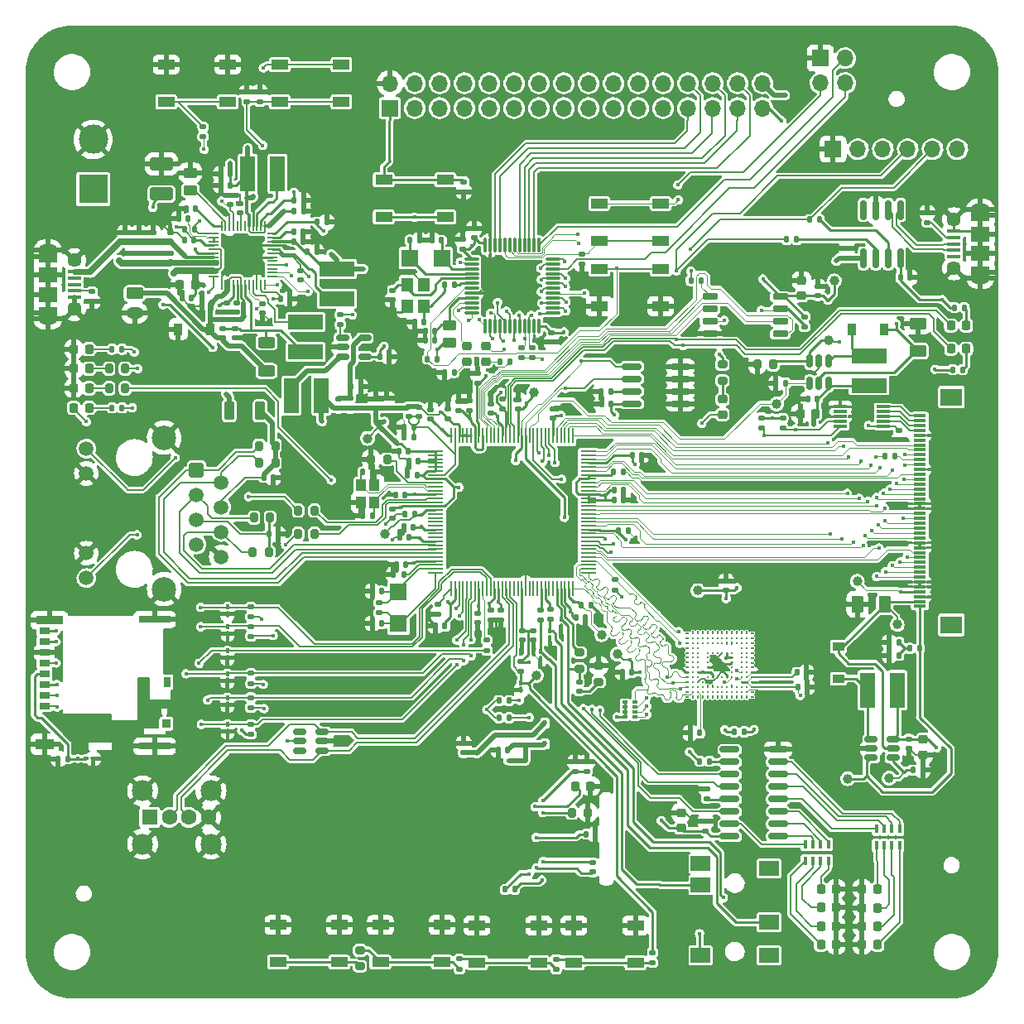
<source format=gtl>
G04 #@! TF.GenerationSoftware,KiCad,Pcbnew,(6.0.8)*
G04 #@! TF.CreationDate,2024-01-04T13:56:31-05:00*
G04 #@! TF.ProjectId,lb_mp1,6c625f6d-7031-42e6-9b69-6361645f7063,rev?*
G04 #@! TF.SameCoordinates,Original*
G04 #@! TF.FileFunction,Copper,L1,Top*
G04 #@! TF.FilePolarity,Positive*
%FSLAX46Y46*%
G04 Gerber Fmt 4.6, Leading zero omitted, Abs format (unit mm)*
G04 Created by KiCad (PCBNEW (6.0.8)) date 2024-01-04 13:56:31*
%MOMM*%
%LPD*%
G01*
G04 APERTURE LIST*
G04 Aperture macros list*
%AMRoundRect*
0 Rectangle with rounded corners*
0 $1 Rounding radius*
0 $2 $3 $4 $5 $6 $7 $8 $9 X,Y pos of 4 corners*
0 Add a 4 corners polygon primitive as box body*
4,1,4,$2,$3,$4,$5,$6,$7,$8,$9,$2,$3,0*
0 Add four circle primitives for the rounded corners*
1,1,$1+$1,$2,$3*
1,1,$1+$1,$4,$5*
1,1,$1+$1,$6,$7*
1,1,$1+$1,$8,$9*
0 Add four rect primitives between the rounded corners*
20,1,$1+$1,$2,$3,$4,$5,0*
20,1,$1+$1,$4,$5,$6,$7,0*
20,1,$1+$1,$6,$7,$8,$9,0*
20,1,$1+$1,$8,$9,$2,$3,0*%
G04 Aperture macros list end*
G04 #@! TA.AperFunction,SMDPad,CuDef*
%ADD10RoundRect,0.135000X-0.185000X0.135000X-0.185000X-0.135000X0.185000X-0.135000X0.185000X0.135000X0*%
G04 #@! TD*
G04 #@! TA.AperFunction,SMDPad,CuDef*
%ADD11RoundRect,0.150000X-0.150000X0.825000X-0.150000X-0.825000X0.150000X-0.825000X0.150000X0.825000X0*%
G04 #@! TD*
G04 #@! TA.AperFunction,SMDPad,CuDef*
%ADD12RoundRect,0.150000X0.825000X0.150000X-0.825000X0.150000X-0.825000X-0.150000X0.825000X-0.150000X0*%
G04 #@! TD*
G04 #@! TA.AperFunction,SMDPad,CuDef*
%ADD13RoundRect,0.135000X0.185000X-0.135000X0.185000X0.135000X-0.185000X0.135000X-0.185000X-0.135000X0*%
G04 #@! TD*
G04 #@! TA.AperFunction,SMDPad,CuDef*
%ADD14RoundRect,0.135000X0.135000X0.185000X-0.135000X0.185000X-0.135000X-0.185000X0.135000X-0.185000X0*%
G04 #@! TD*
G04 #@! TA.AperFunction,SMDPad,CuDef*
%ADD15RoundRect,0.200000X-0.275000X0.200000X-0.275000X-0.200000X0.275000X-0.200000X0.275000X0.200000X0*%
G04 #@! TD*
G04 #@! TA.AperFunction,ComponentPad*
%ADD16RoundRect,0.250000X-0.625000X0.350000X-0.625000X-0.350000X0.625000X-0.350000X0.625000X0.350000X0*%
G04 #@! TD*
G04 #@! TA.AperFunction,ComponentPad*
%ADD17O,1.750000X1.200000*%
G04 #@! TD*
G04 #@! TA.AperFunction,SMDPad,CuDef*
%ADD18RoundRect,0.135000X-0.135000X-0.185000X0.135000X-0.185000X0.135000X0.185000X-0.135000X0.185000X0*%
G04 #@! TD*
G04 #@! TA.AperFunction,SMDPad,CuDef*
%ADD19R,0.500000X0.320000*%
G04 #@! TD*
G04 #@! TA.AperFunction,SMDPad,CuDef*
%ADD20RoundRect,0.140000X0.140000X0.170000X-0.140000X0.170000X-0.140000X-0.170000X0.140000X-0.170000X0*%
G04 #@! TD*
G04 #@! TA.AperFunction,SMDPad,CuDef*
%ADD21R,1.700000X1.000000*%
G04 #@! TD*
G04 #@! TA.AperFunction,SMDPad,CuDef*
%ADD22RoundRect,0.140000X0.170000X-0.140000X0.170000X0.140000X-0.170000X0.140000X-0.170000X-0.140000X0*%
G04 #@! TD*
G04 #@! TA.AperFunction,SMDPad,CuDef*
%ADD23RoundRect,0.200000X0.275000X-0.200000X0.275000X0.200000X-0.275000X0.200000X-0.275000X-0.200000X0*%
G04 #@! TD*
G04 #@! TA.AperFunction,SMDPad,CuDef*
%ADD24RoundRect,0.140000X-0.140000X-0.170000X0.140000X-0.170000X0.140000X0.170000X-0.140000X0.170000X0*%
G04 #@! TD*
G04 #@! TA.AperFunction,SMDPad,CuDef*
%ADD25O,0.360000X0.150000*%
G04 #@! TD*
G04 #@! TA.AperFunction,SMDPad,CuDef*
%ADD26O,0.150000X0.360000*%
G04 #@! TD*
G04 #@! TA.AperFunction,SMDPad,CuDef*
%ADD27C,0.240000*%
G04 #@! TD*
G04 #@! TA.AperFunction,SMDPad,CuDef*
%ADD28R,2.000000X1.500000*%
G04 #@! TD*
G04 #@! TA.AperFunction,ComponentPad*
%ADD29R,1.600000X1.600000*%
G04 #@! TD*
G04 #@! TA.AperFunction,ComponentPad*
%ADD30C,1.600000*%
G04 #@! TD*
G04 #@! TA.AperFunction,ComponentPad*
%ADD31C,2.150000*%
G04 #@! TD*
G04 #@! TA.AperFunction,SMDPad,CuDef*
%ADD32RoundRect,0.250000X0.925000X-0.412500X0.925000X0.412500X-0.925000X0.412500X-0.925000X-0.412500X0*%
G04 #@! TD*
G04 #@! TA.AperFunction,SMDPad,CuDef*
%ADD33RoundRect,0.218750X-0.218750X-0.256250X0.218750X-0.256250X0.218750X0.256250X-0.218750X0.256250X0*%
G04 #@! TD*
G04 #@! TA.AperFunction,SMDPad,CuDef*
%ADD34RoundRect,0.200000X-0.200000X-0.275000X0.200000X-0.275000X0.200000X0.275000X-0.200000X0.275000X0*%
G04 #@! TD*
G04 #@! TA.AperFunction,SMDPad,CuDef*
%ADD35C,1.000000*%
G04 #@! TD*
G04 #@! TA.AperFunction,SMDPad,CuDef*
%ADD36RoundRect,0.100000X0.100000X-0.150000X0.100000X0.150000X-0.100000X0.150000X-0.100000X-0.150000X0*%
G04 #@! TD*
G04 #@! TA.AperFunction,SMDPad,CuDef*
%ADD37RoundRect,0.100000X0.100000X-0.208500X0.100000X0.208500X-0.100000X0.208500X-0.100000X-0.208500X0*%
G04 #@! TD*
G04 #@! TA.AperFunction,SMDPad,CuDef*
%ADD38RoundRect,0.140000X-0.170000X0.140000X-0.170000X-0.140000X0.170000X-0.140000X0.170000X0.140000X0*%
G04 #@! TD*
G04 #@! TA.AperFunction,SMDPad,CuDef*
%ADD39R,1.300000X0.300000*%
G04 #@! TD*
G04 #@! TA.AperFunction,SMDPad,CuDef*
%ADD40R,2.200000X1.800000*%
G04 #@! TD*
G04 #@! TA.AperFunction,SMDPad,CuDef*
%ADD41R,1.400000X0.300000*%
G04 #@! TD*
G04 #@! TA.AperFunction,SMDPad,CuDef*
%ADD42R,3.600000X1.500000*%
G04 #@! TD*
G04 #@! TA.AperFunction,SMDPad,CuDef*
%ADD43RoundRect,0.218750X0.218750X0.256250X-0.218750X0.256250X-0.218750X-0.256250X0.218750X-0.256250X0*%
G04 #@! TD*
G04 #@! TA.AperFunction,ComponentPad*
%ADD44R,1.700000X1.700000*%
G04 #@! TD*
G04 #@! TA.AperFunction,ComponentPad*
%ADD45O,1.700000X1.700000*%
G04 #@! TD*
G04 #@! TA.AperFunction,SMDPad,CuDef*
%ADD46R,1.350000X0.400000*%
G04 #@! TD*
G04 #@! TA.AperFunction,SMDPad,CuDef*
%ADD47R,1.900000X1.200000*%
G04 #@! TD*
G04 #@! TA.AperFunction,SMDPad,CuDef*
%ADD48R,1.900000X1.500000*%
G04 #@! TD*
G04 #@! TA.AperFunction,ComponentPad*
%ADD49C,1.450000*%
G04 #@! TD*
G04 #@! TA.AperFunction,ComponentPad*
%ADD50O,1.900000X1.200000*%
G04 #@! TD*
G04 #@! TA.AperFunction,SMDPad,CuDef*
%ADD51R,1.750000X1.800000*%
G04 #@! TD*
G04 #@! TA.AperFunction,ComponentPad*
%ADD52RoundRect,0.250500X-0.499500X0.499500X-0.499500X-0.499500X0.499500X-0.499500X0.499500X0.499500X0*%
G04 #@! TD*
G04 #@! TA.AperFunction,ComponentPad*
%ADD53C,1.500000*%
G04 #@! TD*
G04 #@! TA.AperFunction,ComponentPad*
%ADD54C,2.500000*%
G04 #@! TD*
G04 #@! TA.AperFunction,SMDPad,CuDef*
%ADD55R,0.900000X1.200000*%
G04 #@! TD*
G04 #@! TA.AperFunction,SMDPad,CuDef*
%ADD56R,1.100000X0.700000*%
G04 #@! TD*
G04 #@! TA.AperFunction,SMDPad,CuDef*
%ADD57R,0.930000X0.900000*%
G04 #@! TD*
G04 #@! TA.AperFunction,SMDPad,CuDef*
%ADD58R,0.780000X1.050000*%
G04 #@! TD*
G04 #@! TA.AperFunction,SMDPad,CuDef*
%ADD59R,1.830000X1.140000*%
G04 #@! TD*
G04 #@! TA.AperFunction,SMDPad,CuDef*
%ADD60R,2.800000X0.860000*%
G04 #@! TD*
G04 #@! TA.AperFunction,SMDPad,CuDef*
%ADD61R,3.330000X0.700000*%
G04 #@! TD*
G04 #@! TA.AperFunction,SMDPad,CuDef*
%ADD62R,1.000000X0.200000*%
G04 #@! TD*
G04 #@! TA.AperFunction,SMDPad,CuDef*
%ADD63R,0.200000X1.000000*%
G04 #@! TD*
G04 #@! TA.AperFunction,ComponentPad*
%ADD64C,0.609600*%
G04 #@! TD*
G04 #@! TA.AperFunction,SMDPad,CuDef*
%ADD65RoundRect,0.250000X-0.625000X0.312500X-0.625000X-0.312500X0.625000X-0.312500X0.625000X0.312500X0*%
G04 #@! TD*
G04 #@! TA.AperFunction,SMDPad,CuDef*
%ADD66R,1.500000X3.600000*%
G04 #@! TD*
G04 #@! TA.AperFunction,SMDPad,CuDef*
%ADD67RoundRect,0.150000X0.512500X0.150000X-0.512500X0.150000X-0.512500X-0.150000X0.512500X-0.150000X0*%
G04 #@! TD*
G04 #@! TA.AperFunction,SMDPad,CuDef*
%ADD68RoundRect,0.150000X-0.650000X-0.150000X0.650000X-0.150000X0.650000X0.150000X-0.650000X0.150000X0*%
G04 #@! TD*
G04 #@! TA.AperFunction,SMDPad,CuDef*
%ADD69R,1.200000X1.400000*%
G04 #@! TD*
G04 #@! TA.AperFunction,SMDPad,CuDef*
%ADD70RoundRect,0.200000X0.200000X0.275000X-0.200000X0.275000X-0.200000X-0.275000X0.200000X-0.275000X0*%
G04 #@! TD*
G04 #@! TA.AperFunction,SMDPad,CuDef*
%ADD71RoundRect,0.225000X-0.250000X0.225000X-0.250000X-0.225000X0.250000X-0.225000X0.250000X0.225000X0*%
G04 #@! TD*
G04 #@! TA.AperFunction,ComponentPad*
%ADD72R,3.000000X3.000000*%
G04 #@! TD*
G04 #@! TA.AperFunction,ComponentPad*
%ADD73C,3.000000*%
G04 #@! TD*
G04 #@! TA.AperFunction,SMDPad,CuDef*
%ADD74RoundRect,0.100000X0.150000X0.100000X-0.150000X0.100000X-0.150000X-0.100000X0.150000X-0.100000X0*%
G04 #@! TD*
G04 #@! TA.AperFunction,SMDPad,CuDef*
%ADD75RoundRect,0.100000X0.208500X0.100000X-0.208500X0.100000X-0.208500X-0.100000X0.208500X-0.100000X0*%
G04 #@! TD*
G04 #@! TA.AperFunction,SMDPad,CuDef*
%ADD76RoundRect,0.075000X-0.662500X-0.075000X0.662500X-0.075000X0.662500X0.075000X-0.662500X0.075000X0*%
G04 #@! TD*
G04 #@! TA.AperFunction,SMDPad,CuDef*
%ADD77RoundRect,0.075000X-0.075000X-0.662500X0.075000X-0.662500X0.075000X0.662500X-0.075000X0.662500X0*%
G04 #@! TD*
G04 #@! TA.AperFunction,SMDPad,CuDef*
%ADD78RoundRect,0.225000X0.225000X0.250000X-0.225000X0.250000X-0.225000X-0.250000X0.225000X-0.250000X0*%
G04 #@! TD*
G04 #@! TA.AperFunction,SMDPad,CuDef*
%ADD79RoundRect,0.225000X0.250000X-0.225000X0.250000X0.225000X-0.250000X0.225000X-0.250000X-0.225000X0*%
G04 #@! TD*
G04 #@! TA.AperFunction,SMDPad,CuDef*
%ADD80RoundRect,0.250000X-0.275000X-0.700000X0.275000X-0.700000X0.275000X0.700000X-0.275000X0.700000X0*%
G04 #@! TD*
G04 #@! TA.AperFunction,SMDPad,CuDef*
%ADD81RoundRect,0.218750X0.256250X-0.218750X0.256250X0.218750X-0.256250X0.218750X-0.256250X-0.218750X0*%
G04 #@! TD*
G04 #@! TA.AperFunction,SMDPad,CuDef*
%ADD82RoundRect,0.150000X-0.150000X0.512500X-0.150000X-0.512500X0.150000X-0.512500X0.150000X0.512500X0*%
G04 #@! TD*
G04 #@! TA.AperFunction,SMDPad,CuDef*
%ADD83RoundRect,0.250000X-0.450000X0.262500X-0.450000X-0.262500X0.450000X-0.262500X0.450000X0.262500X0*%
G04 #@! TD*
G04 #@! TA.AperFunction,SMDPad,CuDef*
%ADD84RoundRect,0.150000X-0.512500X-0.150000X0.512500X-0.150000X0.512500X0.150000X-0.512500X0.150000X0*%
G04 #@! TD*
G04 #@! TA.AperFunction,SMDPad,CuDef*
%ADD85R,0.450000X0.600000*%
G04 #@! TD*
G04 #@! TA.AperFunction,SMDPad,CuDef*
%ADD86R,0.400000X0.900000*%
G04 #@! TD*
G04 #@! TA.AperFunction,SMDPad,CuDef*
%ADD87R,1.800000X1.750000*%
G04 #@! TD*
G04 #@! TA.AperFunction,SMDPad,CuDef*
%ADD88RoundRect,0.250000X0.375000X0.625000X-0.375000X0.625000X-0.375000X-0.625000X0.375000X-0.625000X0*%
G04 #@! TD*
G04 #@! TA.AperFunction,SMDPad,CuDef*
%ADD89R,1.000000X1.150000*%
G04 #@! TD*
G04 #@! TA.AperFunction,SMDPad,CuDef*
%ADD90R,1.200000X0.900000*%
G04 #@! TD*
G04 #@! TA.AperFunction,SMDPad,CuDef*
%ADD91RoundRect,0.250000X0.625000X-0.375000X0.625000X0.375000X-0.625000X0.375000X-0.625000X-0.375000X0*%
G04 #@! TD*
G04 #@! TA.AperFunction,SMDPad,CuDef*
%ADD92R,1.600000X0.247500*%
G04 #@! TD*
G04 #@! TA.AperFunction,SMDPad,CuDef*
%ADD93R,0.247500X1.600000*%
G04 #@! TD*
G04 #@! TA.AperFunction,ViaPad*
%ADD94C,0.450000*%
G04 #@! TD*
G04 #@! TA.AperFunction,Conductor*
%ADD95C,0.254000*%
G04 #@! TD*
G04 #@! TA.AperFunction,Conductor*
%ADD96C,0.127000*%
G04 #@! TD*
G04 #@! TA.AperFunction,Conductor*
%ADD97C,0.090000*%
G04 #@! TD*
G04 #@! TA.AperFunction,Conductor*
%ADD98C,0.100000*%
G04 #@! TD*
G04 #@! TA.AperFunction,Conductor*
%ADD99C,0.500000*%
G04 #@! TD*
G04 #@! TA.AperFunction,Conductor*
%ADD100C,0.200000*%
G04 #@! TD*
G04 #@! TA.AperFunction,Conductor*
%ADD101C,0.600000*%
G04 #@! TD*
G04 #@! TA.AperFunction,Conductor*
%ADD102C,0.700000*%
G04 #@! TD*
G04 #@! TA.AperFunction,Conductor*
%ADD103C,0.350000*%
G04 #@! TD*
G04 #@! TA.AperFunction,Conductor*
%ADD104C,0.300000*%
G04 #@! TD*
G04 APERTURE END LIST*
D10*
X153950000Y-142400000D03*
X153950000Y-143420000D03*
D11*
X189185000Y-65765000D03*
X187915000Y-65765000D03*
X186645000Y-65765000D03*
X185375000Y-65765000D03*
X185375000Y-70715000D03*
X186645000Y-70715000D03*
X187915000Y-70715000D03*
X189185000Y-70715000D03*
D12*
X166655000Y-85575000D03*
X166655000Y-84305000D03*
X166655000Y-83035000D03*
X166655000Y-81765000D03*
X161705000Y-81765000D03*
X161705000Y-83035000D03*
X161705000Y-84305000D03*
X161705000Y-85575000D03*
D10*
X150800000Y-119490000D03*
X150800000Y-120510000D03*
D13*
X144510000Y-63900000D03*
X144510000Y-62880000D03*
D14*
X159530000Y-84310000D03*
X158510000Y-84310000D03*
D15*
X158300000Y-112375000D03*
X158300000Y-114025000D03*
D16*
X110850000Y-74300000D03*
D17*
X110850000Y-76300000D03*
D10*
X106500000Y-74090000D03*
X106500000Y-75110000D03*
D18*
X194510000Y-82100000D03*
X195530000Y-82100000D03*
D19*
X162020000Y-117630000D03*
X162020000Y-117130000D03*
X162020000Y-116630000D03*
X162020000Y-116130000D03*
X161020000Y-116130000D03*
X161020000Y-116630000D03*
X161020000Y-117130000D03*
X161020000Y-117630000D03*
D20*
X120600000Y-62110000D03*
X119640000Y-62110000D03*
D21*
X114060000Y-54700000D03*
X120360000Y-54700000D03*
X114060000Y-50900000D03*
X120360000Y-50900000D03*
D22*
X144020000Y-86310000D03*
X144020000Y-85350000D03*
D23*
X156340000Y-112685000D03*
X156340000Y-111035000D03*
D20*
X138510000Y-94950000D03*
X137550000Y-94950000D03*
D12*
X176655000Y-129835000D03*
X176655000Y-128565000D03*
X176655000Y-127295000D03*
X176655000Y-126025000D03*
X176655000Y-124755000D03*
X176655000Y-123485000D03*
X176655000Y-122215000D03*
X176655000Y-120945000D03*
X171705000Y-120945000D03*
X171705000Y-122215000D03*
X171705000Y-123485000D03*
X171705000Y-124755000D03*
X171705000Y-126025000D03*
X171705000Y-127295000D03*
X171705000Y-128565000D03*
X171705000Y-129835000D03*
D24*
X116130000Y-65590000D03*
X117090000Y-65590000D03*
D25*
X167380000Y-115560000D03*
X167380000Y-115060000D03*
X167380000Y-114560000D03*
X167380000Y-114060000D03*
X167380000Y-113560000D03*
X167380000Y-113060000D03*
X167380000Y-112560000D03*
X167380000Y-112060000D03*
X167380000Y-111560000D03*
X167380000Y-111060000D03*
X167380000Y-110560000D03*
X167380000Y-110060000D03*
X167380000Y-109560000D03*
X167380000Y-109060000D03*
D26*
X167940000Y-115620000D03*
D27*
X167940000Y-115060000D03*
X167940000Y-114560000D03*
X167940000Y-114060000D03*
X167940000Y-113560000D03*
X167940000Y-113060000D03*
X167940000Y-112560000D03*
X167940000Y-112060000D03*
X167940000Y-111560000D03*
X167940000Y-111060000D03*
X167940000Y-110560000D03*
X167940000Y-110060000D03*
X167940000Y-109560000D03*
D26*
X167940000Y-109000000D03*
X168440000Y-115620000D03*
D27*
X168440000Y-115060000D03*
X168440000Y-114560000D03*
X168440000Y-114060000D03*
X168440000Y-113560000D03*
X168440000Y-113060000D03*
X168440000Y-112560000D03*
X168440000Y-112060000D03*
X168440000Y-111560000D03*
X168440000Y-111060000D03*
X168440000Y-110560000D03*
X168440000Y-110060000D03*
X168440000Y-109560000D03*
D26*
X168440000Y-109000000D03*
X168940000Y-115620000D03*
D27*
X168940000Y-115060000D03*
X168940000Y-114560000D03*
X168940000Y-114060000D03*
X168940000Y-110060000D03*
X168940000Y-109560000D03*
D26*
X168940000Y-109000000D03*
X169440000Y-115620000D03*
D27*
X169440000Y-115060000D03*
D26*
X169440000Y-114500000D03*
D27*
X169440000Y-113560000D03*
X169440000Y-113060000D03*
X169440000Y-112560000D03*
X169440000Y-112060000D03*
X169440000Y-111560000D03*
X169440000Y-111060000D03*
X169440000Y-110060000D03*
X169440000Y-109560000D03*
D26*
X169440000Y-109000000D03*
X169940000Y-115620000D03*
D27*
X169940000Y-115060000D03*
D26*
X169940000Y-114500000D03*
D27*
X169940000Y-113560000D03*
X169940000Y-111060000D03*
X169940000Y-110060000D03*
X169940000Y-109560000D03*
D26*
X169940000Y-109000000D03*
X170440000Y-115620000D03*
D27*
X170440000Y-115060000D03*
X170440000Y-114560000D03*
X170440000Y-113560000D03*
X170440000Y-111060000D03*
X170440000Y-110060000D03*
X170440000Y-109560000D03*
D26*
X170440000Y-109000000D03*
X170940000Y-115620000D03*
D27*
X170940000Y-115060000D03*
X170940000Y-114560000D03*
X170940000Y-113560000D03*
X170940000Y-111060000D03*
X170940000Y-110060000D03*
X170940000Y-109560000D03*
D26*
X170940000Y-109000000D03*
X171440000Y-115620000D03*
D27*
X171440000Y-115060000D03*
X171440000Y-114560000D03*
X171440000Y-113560000D03*
X171440000Y-111060000D03*
D26*
X171440000Y-110120000D03*
D27*
X171440000Y-109560000D03*
D26*
X171440000Y-109000000D03*
X171940000Y-115620000D03*
D27*
X171940000Y-115060000D03*
D26*
X171940000Y-114500000D03*
D27*
X171940000Y-113560000D03*
X171940000Y-113060000D03*
X171940000Y-112560000D03*
X171940000Y-112060000D03*
X171940000Y-111560000D03*
X171940000Y-111060000D03*
D26*
X171940000Y-110120000D03*
D27*
X171940000Y-109560000D03*
D26*
X171940000Y-109000000D03*
X172440000Y-115620000D03*
D27*
X172440000Y-115060000D03*
X172440000Y-114560000D03*
X172440000Y-110060000D03*
X172440000Y-109560000D03*
D26*
X172440000Y-109000000D03*
X172940000Y-115620000D03*
D27*
X172940000Y-115060000D03*
X172940000Y-114560000D03*
X172940000Y-114060000D03*
X172940000Y-113560000D03*
X172940000Y-113060000D03*
X172940000Y-112560000D03*
X172940000Y-112060000D03*
X172940000Y-111560000D03*
X172940000Y-111060000D03*
X172940000Y-110560000D03*
X172940000Y-110060000D03*
X172940000Y-109560000D03*
D26*
X172940000Y-109000000D03*
X173440000Y-115620000D03*
D27*
X173440000Y-115060000D03*
X173440000Y-114560000D03*
X173440000Y-114060000D03*
X173440000Y-113560000D03*
X173440000Y-113060000D03*
X173440000Y-112560000D03*
X173440000Y-112060000D03*
X173440000Y-111560000D03*
X173440000Y-111060000D03*
X173440000Y-110560000D03*
X173440000Y-110060000D03*
X173440000Y-109560000D03*
D26*
X173440000Y-109000000D03*
D25*
X174000000Y-115570000D03*
X174000000Y-115070000D03*
X174000000Y-114570000D03*
X174000000Y-114070000D03*
X174000000Y-113570000D03*
X174000000Y-113070000D03*
X174000000Y-112570000D03*
X174000000Y-112070000D03*
X174000000Y-111570000D03*
X174000000Y-111070000D03*
X174000000Y-110570000D03*
X174000000Y-110070000D03*
X174000000Y-109570000D03*
X174000000Y-109070000D03*
D20*
X139820000Y-91460000D03*
X138860000Y-91460000D03*
D13*
X153390000Y-107660000D03*
X153390000Y-106640000D03*
D18*
X132950000Y-83830000D03*
X133970000Y-83830000D03*
D24*
X140590000Y-78150000D03*
X141550000Y-78150000D03*
D18*
X142550000Y-73460000D03*
X143570000Y-73460000D03*
D28*
X175730000Y-142015000D03*
X168730000Y-142015000D03*
X175730000Y-138615000D03*
X168730000Y-134815000D03*
X168730000Y-132615000D03*
X175730000Y-133115000D03*
D20*
X159560000Y-85640000D03*
X158600000Y-85640000D03*
X120600000Y-63240000D03*
X119640000Y-63240000D03*
D29*
X112390000Y-127900000D03*
D30*
X114390000Y-127900000D03*
X116390000Y-127900000D03*
X118390000Y-127900000D03*
D31*
X118660000Y-125180000D03*
X118660000Y-130620000D03*
X111660000Y-125180000D03*
X111660000Y-130620000D03*
D23*
X170950000Y-83225000D03*
X170950000Y-81575000D03*
D22*
X169250000Y-129260000D03*
X169250000Y-128300000D03*
D20*
X139330000Y-98190000D03*
X138370000Y-98190000D03*
D24*
X135940000Y-80760000D03*
X136900000Y-80760000D03*
D32*
X113600000Y-64137500D03*
X113600000Y-61062500D03*
D18*
X140760000Y-81000000D03*
X141780000Y-81000000D03*
D33*
X185252500Y-135193334D03*
X186827500Y-135193334D03*
D14*
X143520000Y-82370000D03*
X142500000Y-82370000D03*
D34*
X123045000Y-97230000D03*
X124695000Y-97230000D03*
D35*
X183780000Y-123930000D03*
D13*
X146860000Y-110800000D03*
X146860000Y-109780000D03*
D34*
X108225000Y-84010000D03*
X109875000Y-84010000D03*
D22*
X135470000Y-86030000D03*
X135470000Y-85070000D03*
X111900000Y-71180000D03*
X111900000Y-70220000D03*
D20*
X142580000Y-108330000D03*
X141620000Y-108330000D03*
D36*
X154440000Y-107640000D03*
D37*
X154440000Y-108388500D03*
D38*
X145940000Y-106990000D03*
X145940000Y-107950000D03*
D22*
X189000000Y-89270000D03*
X189000000Y-88310000D03*
X145960000Y-83460000D03*
X145960000Y-82500000D03*
D20*
X118720000Y-75260000D03*
X117760000Y-75260000D03*
D38*
X122340000Y-53730000D03*
X122340000Y-54690000D03*
D20*
X139720000Y-92860000D03*
X138760000Y-92860000D03*
D10*
X177150000Y-87040000D03*
X177150000Y-88060000D03*
D39*
X191140000Y-106310000D03*
X191140000Y-105810000D03*
X191140000Y-105310000D03*
X191140000Y-104810000D03*
X191140000Y-104310000D03*
X191140000Y-103810000D03*
X191140000Y-103310000D03*
X191140000Y-102810000D03*
X191140000Y-102310000D03*
X191140000Y-101810000D03*
X191140000Y-101310000D03*
X191140000Y-100810000D03*
X191140000Y-100310000D03*
X191140000Y-99810000D03*
X191140000Y-99310000D03*
X191140000Y-98810000D03*
X191140000Y-98310000D03*
X191140000Y-97810000D03*
X191140000Y-97310000D03*
X191140000Y-96810000D03*
X191140000Y-96310000D03*
X191140000Y-95810000D03*
X191140000Y-95310000D03*
X191140000Y-94810000D03*
X191140000Y-94310000D03*
X191140000Y-93810000D03*
X191140000Y-93310000D03*
X191140000Y-92810000D03*
X191140000Y-92310000D03*
X191140000Y-91810000D03*
X191140000Y-91310000D03*
X191140000Y-90810000D03*
X191140000Y-90310000D03*
X191140000Y-89810000D03*
X191140000Y-89310000D03*
X191140000Y-88810000D03*
X191140000Y-88310000D03*
X191140000Y-87810000D03*
X191140000Y-87310000D03*
X191140000Y-86810000D03*
D40*
X194390000Y-84910000D03*
X194390000Y-108210000D03*
D41*
X187400000Y-87900000D03*
X187400000Y-87400000D03*
X187400000Y-86900000D03*
X187400000Y-86400000D03*
X187400000Y-85900000D03*
X183000000Y-85900000D03*
X183000000Y-86400000D03*
X183000000Y-86900000D03*
X183000000Y-87400000D03*
X183000000Y-87900000D03*
D10*
X123640000Y-53700000D03*
X123640000Y-54720000D03*
D24*
X127130000Y-69000000D03*
X128090000Y-69000000D03*
D21*
X162060000Y-142750000D03*
X155760000Y-142750000D03*
X162060000Y-138950000D03*
X155760000Y-138950000D03*
D14*
X139400000Y-87990000D03*
X138380000Y-87990000D03*
D42*
X128320000Y-77245000D03*
X128320000Y-80295000D03*
D43*
X182597500Y-139020000D03*
X181022500Y-139020000D03*
D44*
X136960000Y-55345000D03*
D45*
X136960000Y-52805000D03*
X139500000Y-55345000D03*
X139500000Y-52805000D03*
X142040000Y-55345000D03*
X142040000Y-52805000D03*
X144580000Y-55345000D03*
X144580000Y-52805000D03*
X147120000Y-55345000D03*
X147120000Y-52805000D03*
X149660000Y-55345000D03*
X149660000Y-52805000D03*
X152200000Y-55345000D03*
X152200000Y-52805000D03*
X154740000Y-55345000D03*
X154740000Y-52805000D03*
X157280000Y-55345000D03*
X157280000Y-52805000D03*
X159820000Y-55345000D03*
X159820000Y-52805000D03*
X162360000Y-55345000D03*
X162360000Y-52805000D03*
X164900000Y-55345000D03*
X164900000Y-52805000D03*
X167440000Y-55345000D03*
X167440000Y-52805000D03*
X169980000Y-55345000D03*
X169980000Y-52805000D03*
X172520000Y-55345000D03*
X172520000Y-52805000D03*
X175060000Y-55345000D03*
X175060000Y-52805000D03*
D22*
X150040000Y-86140000D03*
X150040000Y-85180000D03*
X120640000Y-65240000D03*
X120640000Y-64280000D03*
D33*
X185252500Y-139020000D03*
X186827500Y-139020000D03*
D10*
X150440000Y-79870000D03*
X150440000Y-80890000D03*
D44*
X182290000Y-59550000D03*
D45*
X184830000Y-59550000D03*
X187370000Y-59550000D03*
X189910000Y-59550000D03*
X192450000Y-59550000D03*
X194990000Y-59550000D03*
D46*
X104662500Y-72100000D03*
X104662500Y-72750000D03*
X104662500Y-73400000D03*
X104662500Y-74050000D03*
X104662500Y-74700000D03*
D47*
X101962500Y-70500000D03*
D48*
X101962500Y-74400000D03*
D49*
X104662500Y-75900000D03*
D47*
X101962500Y-76300000D03*
D50*
X101962500Y-76900000D03*
D48*
X101962500Y-72400000D03*
D49*
X104662500Y-70900000D03*
D50*
X101962500Y-69900000D03*
D51*
X138995000Y-70690000D03*
X142245000Y-70690000D03*
D10*
X151520000Y-79880000D03*
X151520000Y-80900000D03*
D22*
X111290000Y-69040000D03*
X111290000Y-68080000D03*
D38*
X157700000Y-132520000D03*
X157700000Y-133480000D03*
D42*
X131550000Y-71795000D03*
X131550000Y-74845000D03*
D52*
X117172500Y-92360000D03*
D53*
X119712500Y-93620000D03*
X117172500Y-94900000D03*
X119712500Y-96160000D03*
X117172500Y-97440000D03*
X119712500Y-98700000D03*
X117172500Y-99980000D03*
X119712500Y-101240000D03*
X105912500Y-90175000D03*
X105912500Y-92715000D03*
X105912500Y-100885000D03*
X105912500Y-103425000D03*
D54*
X113862500Y-104545000D03*
X113862500Y-89055000D03*
D20*
X130500000Y-67000000D03*
X129540000Y-67000000D03*
D33*
X194322500Y-77580000D03*
X195897500Y-77580000D03*
D55*
X187490000Y-77960000D03*
X184190000Y-77960000D03*
D22*
X136650000Y-86020000D03*
X136650000Y-85060000D03*
D56*
X101625000Y-116520000D03*
X101625000Y-115420000D03*
X101625000Y-114320000D03*
X101625000Y-113220000D03*
X101625000Y-112120000D03*
X101625000Y-111020000D03*
X101625000Y-109920000D03*
X101625000Y-108820000D03*
D57*
X114090000Y-118310000D03*
D58*
X114165000Y-114045000D03*
D59*
X101640000Y-120400000D03*
D60*
X102125000Y-107740000D03*
D61*
X112890000Y-120620000D03*
X112890000Y-107660000D03*
D46*
X194647500Y-70530000D03*
X194647500Y-69880000D03*
X194647500Y-69230000D03*
X194647500Y-68580000D03*
X194647500Y-67930000D03*
D50*
X197347500Y-65730000D03*
D49*
X194647500Y-66730000D03*
D50*
X197347500Y-72730000D03*
D47*
X197347500Y-72130000D03*
D48*
X197347500Y-68230000D03*
D49*
X194647500Y-71730000D03*
D48*
X197347500Y-70230000D03*
D47*
X197347500Y-66330000D03*
D22*
X141900000Y-107080000D03*
X141900000Y-106120000D03*
D20*
X138570000Y-102000000D03*
X137610000Y-102000000D03*
D36*
X153310000Y-108850000D03*
D37*
X153310000Y-109598500D03*
D36*
X152340000Y-110940000D03*
D37*
X152340000Y-111688500D03*
D38*
X121080000Y-77870000D03*
X121080000Y-78830000D03*
D24*
X140560000Y-79130000D03*
X141520000Y-79130000D03*
D62*
X124940000Y-72590000D03*
X124940000Y-72190000D03*
X124940000Y-71790000D03*
X124940000Y-71390000D03*
X124940000Y-70990000D03*
X124940000Y-70590000D03*
X124940000Y-70190000D03*
X124940000Y-69790000D03*
X124940000Y-69390000D03*
X124940000Y-68990000D03*
X124940000Y-68590000D03*
X124940000Y-68190000D03*
D63*
X124140000Y-67390000D03*
X123740000Y-67390000D03*
X123340000Y-67390000D03*
X122940000Y-67390000D03*
X122540000Y-67390000D03*
X122140000Y-67390000D03*
X121740000Y-67390000D03*
X121340000Y-67390000D03*
X120940000Y-67390000D03*
X120540000Y-67390000D03*
X120140000Y-67390000D03*
X119740000Y-67390000D03*
D62*
X118940000Y-68190000D03*
X118940000Y-68590000D03*
X118940000Y-68990000D03*
X118940000Y-69390000D03*
X118940000Y-69790000D03*
X118940000Y-70190000D03*
X118940000Y-70590000D03*
X118940000Y-70990000D03*
X118940000Y-71390000D03*
X118940000Y-71790000D03*
X118940000Y-72190000D03*
X118940000Y-72590000D03*
D63*
X119740000Y-73390000D03*
X120140000Y-73390000D03*
X120540000Y-73390000D03*
X120940000Y-73390000D03*
X121340000Y-73390000D03*
X121740000Y-73390000D03*
X122140000Y-73390000D03*
X122540000Y-73390000D03*
X122940000Y-73390000D03*
X123340000Y-73390000D03*
X123740000Y-73390000D03*
X124140000Y-73390000D03*
D64*
X123140000Y-71590000D03*
X121940000Y-71590000D03*
X120740000Y-71590000D03*
X123140000Y-70390000D03*
X121940000Y-70390000D03*
X120740000Y-70390000D03*
X123140000Y-69190000D03*
X121940000Y-69190000D03*
X120740000Y-69190000D03*
D21*
X136320000Y-62680000D03*
X142620000Y-62680000D03*
X136320000Y-66480000D03*
X142620000Y-66480000D03*
D38*
X150520000Y-108770000D03*
X150520000Y-109730000D03*
D24*
X134190000Y-92570000D03*
X135150000Y-92570000D03*
D38*
X137230000Y-73990000D03*
X137230000Y-74950000D03*
X137200000Y-96350000D03*
X137200000Y-97310000D03*
D65*
X124330000Y-79307500D03*
X124330000Y-82232500D03*
D33*
X104612500Y-82000000D03*
X106187500Y-82000000D03*
D20*
X126720000Y-74860000D03*
X125760000Y-74860000D03*
D10*
X163820000Y-141720000D03*
X163820000Y-142740000D03*
X117840000Y-57250000D03*
X117840000Y-58270000D03*
D66*
X126885000Y-84760000D03*
X129935000Y-84760000D03*
D18*
X148130000Y-117700000D03*
X149150000Y-117700000D03*
D35*
X188010000Y-123890000D03*
D22*
X147240000Y-86540000D03*
X147240000Y-85580000D03*
D36*
X120340000Y-106340000D03*
D37*
X120340000Y-107088500D03*
D33*
X104612500Y-80000000D03*
X106187500Y-80000000D03*
D24*
X159840000Y-92580000D03*
X160800000Y-92580000D03*
D13*
X132890000Y-86070000D03*
X132890000Y-85050000D03*
D14*
X191140000Y-110610000D03*
X190120000Y-110610000D03*
D13*
X159990000Y-104620000D03*
X159990000Y-103600000D03*
D35*
X168440000Y-104700000D03*
D13*
X156590000Y-71320000D03*
X156590000Y-70300000D03*
D42*
X185940000Y-83710000D03*
X185940000Y-80660000D03*
D24*
X127130000Y-67980000D03*
X128090000Y-67980000D03*
D13*
X191920000Y-67050000D03*
X191920000Y-66030000D03*
D22*
X141140000Y-87150000D03*
X141140000Y-86190000D03*
D24*
X155960000Y-107460000D03*
X156920000Y-107460000D03*
D38*
X114490000Y-70190000D03*
X114490000Y-71150000D03*
X139940000Y-85950000D03*
X139940000Y-86910000D03*
D67*
X130037500Y-121050000D03*
X130037500Y-120100000D03*
X130037500Y-119150000D03*
X127762500Y-119150000D03*
X127762500Y-120100000D03*
X127762500Y-121050000D03*
D13*
X122720000Y-119390000D03*
X122720000Y-118370000D03*
D14*
X177450000Y-83485000D03*
X176430000Y-83485000D03*
D35*
X151920000Y-113380000D03*
D38*
X148330000Y-106720000D03*
X148330000Y-107680000D03*
D68*
X169680000Y-74645000D03*
X169680000Y-75915000D03*
X169680000Y-77185000D03*
X169680000Y-78455000D03*
X176880000Y-78455000D03*
X176880000Y-77185000D03*
X176880000Y-75915000D03*
X176880000Y-74645000D03*
D43*
X182597500Y-140910000D03*
X181022500Y-140910000D03*
D69*
X138730000Y-73390000D03*
X138730000Y-75590000D03*
X140430000Y-75590000D03*
X140430000Y-73390000D03*
D21*
X158350000Y-71800000D03*
X164650000Y-71800000D03*
X164650000Y-75600000D03*
X158350000Y-75600000D03*
X125500000Y-142700000D03*
X131800000Y-142700000D03*
X125500000Y-138900000D03*
X131800000Y-138900000D03*
D34*
X127575000Y-98900000D03*
X129225000Y-98900000D03*
D36*
X120335000Y-115635000D03*
D37*
X120335000Y-116383500D03*
D24*
X161760000Y-90860000D03*
X162720000Y-90860000D03*
D18*
X167730000Y-72980000D03*
X168750000Y-72980000D03*
D10*
X150360000Y-111930000D03*
X150360000Y-112950000D03*
D21*
X145870000Y-142740000D03*
X152170000Y-142740000D03*
X145870000Y-138940000D03*
X152170000Y-138940000D03*
D70*
X125225000Y-91600000D03*
X123575000Y-91600000D03*
D20*
X142240000Y-68880000D03*
X141280000Y-68880000D03*
D18*
X190440000Y-123060000D03*
X191460000Y-123060000D03*
D70*
X157225000Y-127400000D03*
X155575000Y-127400000D03*
D24*
X139000000Y-68860000D03*
X139960000Y-68860000D03*
D71*
X191500000Y-119925000D03*
X191500000Y-121475000D03*
D13*
X122740000Y-109370000D03*
X122740000Y-108350000D03*
D35*
X184750000Y-103750000D03*
D36*
X120355000Y-108365000D03*
D37*
X120355000Y-109113500D03*
D24*
X159860000Y-95460000D03*
X160820000Y-95460000D03*
D38*
X145570000Y-67630000D03*
X145570000Y-68590000D03*
D24*
X156550000Y-106220000D03*
X157510000Y-106220000D03*
D72*
X106600000Y-63640000D03*
D73*
X106600000Y-58560000D03*
D35*
X151680000Y-84400000D03*
D74*
X105865000Y-121885000D03*
D75*
X106613500Y-121885000D03*
D76*
X145297500Y-70780000D03*
X145297500Y-71280000D03*
X145297500Y-71780000D03*
X145297500Y-72280000D03*
X145297500Y-72780000D03*
X145297500Y-73280000D03*
X145297500Y-73780000D03*
X145297500Y-74280000D03*
X145297500Y-74780000D03*
X145297500Y-75280000D03*
X145297500Y-75780000D03*
X145297500Y-76280000D03*
D77*
X146710000Y-77692500D03*
X147210000Y-77692500D03*
X147710000Y-77692500D03*
X148210000Y-77692500D03*
X148710000Y-77692500D03*
X149210000Y-77692500D03*
X149710000Y-77692500D03*
X150210000Y-77692500D03*
X150710000Y-77692500D03*
X151210000Y-77692500D03*
X151710000Y-77692500D03*
X152210000Y-77692500D03*
D76*
X153622500Y-76280000D03*
X153622500Y-75780000D03*
X153622500Y-75280000D03*
X153622500Y-74780000D03*
X153622500Y-74280000D03*
X153622500Y-73780000D03*
X153622500Y-73280000D03*
X153622500Y-72780000D03*
X153622500Y-72280000D03*
X153622500Y-71780000D03*
X153622500Y-71280000D03*
X153622500Y-70780000D03*
D77*
X152210000Y-69367500D03*
X151710000Y-69367500D03*
X151210000Y-69367500D03*
X150710000Y-69367500D03*
X150210000Y-69367500D03*
X149710000Y-69367500D03*
X149210000Y-69367500D03*
X148710000Y-69367500D03*
X148210000Y-69367500D03*
X147710000Y-69367500D03*
X147210000Y-69367500D03*
X146710000Y-69367500D03*
D35*
X136420000Y-98890000D03*
D78*
X157475000Y-124700000D03*
X155925000Y-124700000D03*
D18*
X194700000Y-75750000D03*
X195720000Y-75750000D03*
D38*
X151630000Y-108790000D03*
X151630000Y-109750000D03*
D33*
X185252500Y-140903334D03*
X186827500Y-140903334D03*
D22*
X155900000Y-123180000D03*
X155900000Y-122220000D03*
D13*
X122740000Y-107370000D03*
X122740000Y-106350000D03*
D14*
X189040000Y-110010000D03*
X188020000Y-110010000D03*
D79*
X179042500Y-74525000D03*
X179042500Y-72975000D03*
X166720000Y-128975000D03*
X166720000Y-127425000D03*
D10*
X144070000Y-142380000D03*
X144070000Y-143400000D03*
D13*
X122730000Y-116650000D03*
X122730000Y-115630000D03*
D24*
X124560000Y-98940000D03*
X125520000Y-98940000D03*
D35*
X160200000Y-111200000D03*
X188830000Y-108170000D03*
D80*
X120525000Y-86300000D03*
X123675000Y-86300000D03*
D43*
X182597500Y-135190000D03*
X181022500Y-135190000D03*
D38*
X121640000Y-65080000D03*
X121640000Y-66040000D03*
D81*
X170950000Y-86697500D03*
X170950000Y-85122500D03*
D20*
X116320000Y-66660000D03*
X115360000Y-66660000D03*
D34*
X108225000Y-82000000D03*
X109875000Y-82000000D03*
D81*
X144830000Y-81257500D03*
X144830000Y-79682500D03*
D82*
X181790000Y-81247500D03*
X180840000Y-81247500D03*
X179890000Y-81247500D03*
X179890000Y-83522500D03*
X180840000Y-83522500D03*
X181790000Y-83522500D03*
D24*
X115960000Y-68860000D03*
X116920000Y-68860000D03*
X178590000Y-113070000D03*
X179550000Y-113070000D03*
D22*
X114540000Y-69040000D03*
X114540000Y-68080000D03*
D36*
X120330000Y-113180000D03*
D37*
X120330000Y-113928500D03*
D70*
X176165000Y-81585000D03*
X174515000Y-81585000D03*
D22*
X112720000Y-69040000D03*
X112720000Y-68080000D03*
D66*
X188855000Y-114880000D03*
X185805000Y-114880000D03*
D18*
X148200000Y-81260000D03*
X149220000Y-81260000D03*
D83*
X143020000Y-77537500D03*
X143020000Y-79362500D03*
D14*
X173200000Y-119140000D03*
X172180000Y-119140000D03*
D20*
X116620000Y-74760000D03*
X115660000Y-74760000D03*
D22*
X131680000Y-86060000D03*
X131680000Y-85100000D03*
D84*
X186182500Y-119900000D03*
X186182500Y-120850000D03*
X186182500Y-121800000D03*
X188457500Y-121800000D03*
X188457500Y-120850000D03*
X188457500Y-119900000D03*
D85*
X152800000Y-118250000D03*
X152800000Y-120350000D03*
D20*
X180680000Y-85100000D03*
X179720000Y-85100000D03*
D86*
X181820000Y-130650000D03*
X181020000Y-130650000D03*
X180220000Y-130650000D03*
X179420000Y-130650000D03*
X179420000Y-132350000D03*
X180220000Y-132350000D03*
X181020000Y-132350000D03*
X181820000Y-132350000D03*
D24*
X157020000Y-129600000D03*
X157980000Y-129600000D03*
D20*
X190140000Y-72660000D03*
X189180000Y-72660000D03*
D10*
X131890000Y-76500000D03*
X131890000Y-77520000D03*
D36*
X150345000Y-114115000D03*
D37*
X150345000Y-114863500D03*
D22*
X119880000Y-78830000D03*
X119880000Y-77870000D03*
D14*
X116950000Y-67760000D03*
X115930000Y-67760000D03*
D84*
X132102500Y-78850000D03*
X132102500Y-79800000D03*
X132102500Y-80750000D03*
X134377500Y-80750000D03*
X134377500Y-78850000D03*
D14*
X180900000Y-66760000D03*
X179880000Y-66760000D03*
D86*
X189100000Y-129080000D03*
X188300000Y-129080000D03*
X187500000Y-129080000D03*
X186700000Y-129080000D03*
X186700000Y-130780000D03*
X187500000Y-130780000D03*
X188300000Y-130780000D03*
X189100000Y-130780000D03*
D22*
X183690000Y-70680000D03*
X183690000Y-69720000D03*
D18*
X168650000Y-122150000D03*
X169670000Y-122150000D03*
D81*
X146790000Y-81257500D03*
X146790000Y-79682500D03*
D24*
X148050000Y-121030000D03*
X149010000Y-121030000D03*
D22*
X156300000Y-114980000D03*
X156300000Y-114020000D03*
D13*
X135840000Y-106970000D03*
X135840000Y-105950000D03*
D20*
X104000000Y-121900000D03*
X103040000Y-121900000D03*
D15*
X133890000Y-141475000D03*
X133890000Y-143125000D03*
D83*
X116540000Y-61947500D03*
X116540000Y-63772500D03*
D20*
X138930000Y-99270000D03*
X137970000Y-99270000D03*
X139470000Y-96900000D03*
X138510000Y-96900000D03*
D24*
X128510000Y-70070000D03*
X129470000Y-70070000D03*
D20*
X139390000Y-89030000D03*
X138430000Y-89030000D03*
D87*
X137840000Y-104835000D03*
X137840000Y-108085000D03*
D14*
X189040000Y-111310000D03*
X188020000Y-111310000D03*
D35*
X158600000Y-109200000D03*
D24*
X160360000Y-98560000D03*
X161320000Y-98560000D03*
X124050000Y-93120000D03*
X125010000Y-93120000D03*
D22*
X153640000Y-87040000D03*
X153640000Y-86080000D03*
D43*
X182597500Y-137120000D03*
X181022500Y-137120000D03*
D33*
X104612500Y-86000000D03*
X106187500Y-86000000D03*
D20*
X161710000Y-113050000D03*
X160750000Y-113050000D03*
D38*
X144500000Y-120320000D03*
X144500000Y-121280000D03*
D13*
X122740000Y-114190000D03*
X122740000Y-113170000D03*
D38*
X144400000Y-68790000D03*
X144400000Y-69750000D03*
D35*
X182400000Y-73020000D03*
D21*
X131990000Y-54710000D03*
X125690000Y-54710000D03*
X131990000Y-50910000D03*
X125690000Y-50910000D03*
D22*
X148480000Y-86100000D03*
X148480000Y-85140000D03*
D34*
X122925000Y-100750000D03*
X124575000Y-100750000D03*
D20*
X136120000Y-108060000D03*
X135160000Y-108060000D03*
D22*
X180702500Y-74540000D03*
X180702500Y-73580000D03*
D24*
X127160000Y-64760000D03*
X128120000Y-64760000D03*
D36*
X120350000Y-118360000D03*
D37*
X120350000Y-119108500D03*
D22*
X113200000Y-71180000D03*
X113200000Y-70220000D03*
D24*
X127160000Y-65860000D03*
X128120000Y-65860000D03*
D20*
X140420000Y-77220000D03*
X139460000Y-77220000D03*
D44*
X180992500Y-50247500D03*
D45*
X183532500Y-50247500D03*
X180992500Y-52787500D03*
X183532500Y-52787500D03*
D78*
X117015000Y-73460000D03*
X115465000Y-73460000D03*
D66*
X122415000Y-62060000D03*
X125465000Y-62060000D03*
D24*
X178650000Y-114560000D03*
X179610000Y-114560000D03*
D10*
X138900000Y-85870000D03*
X138900000Y-86890000D03*
D88*
X187570000Y-106100000D03*
X184770000Y-106100000D03*
D22*
X142900000Y-87100000D03*
X142900000Y-86140000D03*
D21*
X164650000Y-68900000D03*
X158350000Y-68900000D03*
X164650000Y-65100000D03*
X158350000Y-65100000D03*
D10*
X174960000Y-87010000D03*
X174960000Y-88030000D03*
D18*
X187610000Y-90950000D03*
X188630000Y-90950000D03*
D55*
X118610000Y-77950000D03*
X115310000Y-77950000D03*
D38*
X127840000Y-71980000D03*
X127840000Y-72940000D03*
D24*
X148750000Y-135260000D03*
X149710000Y-135260000D03*
D20*
X138830000Y-90430000D03*
X137870000Y-90430000D03*
D34*
X135015000Y-91260000D03*
X136665000Y-91260000D03*
D89*
X135370000Y-95645000D03*
X135370000Y-93895000D03*
X133970000Y-93895000D03*
X133970000Y-95645000D03*
D35*
X134660000Y-89130000D03*
D13*
X169350000Y-125980000D03*
X169350000Y-124960000D03*
D22*
X145110000Y-86260000D03*
X145110000Y-85300000D03*
X110600000Y-71180000D03*
X110600000Y-70220000D03*
D14*
X109560000Y-86000000D03*
X108540000Y-86000000D03*
D20*
X168640000Y-119260000D03*
X167680000Y-119260000D03*
D22*
X109850000Y-69030000D03*
X109850000Y-68070000D03*
D35*
X181840000Y-79100000D03*
D33*
X185252500Y-137136667D03*
X186827500Y-137136667D03*
D35*
X176500000Y-85600000D03*
D10*
X179360000Y-76680000D03*
X179360000Y-77700000D03*
D38*
X190040000Y-119880000D03*
X190040000Y-120840000D03*
X147300000Y-106730000D03*
X147300000Y-107690000D03*
X123940000Y-75380000D03*
X123940000Y-76340000D03*
D20*
X136120000Y-104760000D03*
X135160000Y-104760000D03*
D22*
X121330000Y-76240000D03*
X121330000Y-75280000D03*
D78*
X180475000Y-86600000D03*
X178925000Y-86600000D03*
D14*
X138350000Y-103060000D03*
X137330000Y-103060000D03*
D38*
X157100000Y-122220000D03*
X157100000Y-123180000D03*
D20*
X135150000Y-97070000D03*
X134190000Y-97070000D03*
D36*
X120340000Y-110840000D03*
D37*
X120340000Y-111588500D03*
D90*
X182810000Y-110420000D03*
X182810000Y-113720000D03*
D18*
X177540000Y-68790000D03*
X178560000Y-68790000D03*
D24*
X159890000Y-94440000D03*
X160850000Y-94440000D03*
D14*
X109560000Y-80000000D03*
X108540000Y-80000000D03*
D33*
X194332500Y-79950000D03*
X195907500Y-79950000D03*
X104612500Y-84000000D03*
X106187500Y-84000000D03*
D91*
X190940000Y-80185000D03*
X190940000Y-77385000D03*
D70*
X125225000Y-89890000D03*
X123575000Y-89890000D03*
D22*
X171340000Y-104700000D03*
X171340000Y-103740000D03*
D13*
X152370000Y-107700000D03*
X152370000Y-106680000D03*
D38*
X120300000Y-75280000D03*
X120300000Y-76240000D03*
D34*
X127575000Y-96500000D03*
X129225000Y-96500000D03*
D18*
X148110000Y-115960000D03*
X149130000Y-115960000D03*
D21*
X135980000Y-142700000D03*
X142280000Y-142700000D03*
X135980000Y-138900000D03*
X142280000Y-138900000D03*
D22*
X153480000Y-79280000D03*
X153480000Y-78320000D03*
D92*
X157240000Y-102860000D03*
X157240000Y-102460000D03*
X157240000Y-102060000D03*
X157240000Y-101660000D03*
X157240000Y-101260000D03*
X157240000Y-100860000D03*
X157240000Y-100460000D03*
X157240000Y-100060000D03*
X157240000Y-99660000D03*
X157240000Y-99260000D03*
X157240000Y-98860000D03*
X157240000Y-98460000D03*
X157240000Y-98060000D03*
X157240000Y-97660000D03*
X157240000Y-97260000D03*
X157240000Y-96860000D03*
X157240000Y-96460000D03*
X157240000Y-96060000D03*
X157240000Y-95660000D03*
X157240000Y-95260000D03*
X157240000Y-94860000D03*
X157240000Y-94460000D03*
X157240000Y-94060000D03*
X157240000Y-93660000D03*
X157240000Y-93260000D03*
X157240000Y-92860000D03*
X157240000Y-92460000D03*
X157240000Y-92060000D03*
X157240000Y-91660000D03*
X157240000Y-91260000D03*
X157240000Y-90860000D03*
X157240000Y-90460000D03*
D93*
X155640000Y-88860000D03*
X155240000Y-88860000D03*
X154840000Y-88860000D03*
X154440000Y-88860000D03*
X154040000Y-88860000D03*
X153640000Y-88860000D03*
X153240000Y-88860000D03*
X152840000Y-88860000D03*
X152440000Y-88860000D03*
X152040000Y-88860000D03*
X151640000Y-88860000D03*
X151240000Y-88860000D03*
X150840000Y-88860000D03*
X150440000Y-88860000D03*
X150040000Y-88860000D03*
X149640000Y-88860000D03*
X149240000Y-88860000D03*
X148840000Y-88860000D03*
X148440000Y-88860000D03*
X148040000Y-88860000D03*
X147640000Y-88860000D03*
X147240000Y-88860000D03*
X146840000Y-88860000D03*
X146440000Y-88860000D03*
X146040000Y-88860000D03*
X145640000Y-88860000D03*
X145240000Y-88860000D03*
X144840000Y-88860000D03*
X144440000Y-88860000D03*
X144040000Y-88860000D03*
X143640000Y-88860000D03*
X143240000Y-88860000D03*
D92*
X141640000Y-90460000D03*
X141640000Y-90860000D03*
X141640000Y-91260000D03*
X141640000Y-91660000D03*
X141640000Y-92060000D03*
X141640000Y-92460000D03*
X141640000Y-92860000D03*
X141640000Y-93260000D03*
X141640000Y-93660000D03*
X141640000Y-94060000D03*
X141640000Y-94460000D03*
X141640000Y-94860000D03*
X141640000Y-95260000D03*
X141640000Y-95660000D03*
X141640000Y-96060000D03*
X141640000Y-96460000D03*
X141640000Y-96860000D03*
X141640000Y-97260000D03*
X141640000Y-97660000D03*
X141640000Y-98060000D03*
X141640000Y-98460000D03*
X141640000Y-98860000D03*
X141640000Y-99260000D03*
X141640000Y-99660000D03*
X141640000Y-100060000D03*
X141640000Y-100460000D03*
X141640000Y-100860000D03*
X141640000Y-101260000D03*
X141640000Y-101660000D03*
X141640000Y-102060000D03*
X141640000Y-102460000D03*
X141640000Y-102860000D03*
D93*
X143240000Y-104460000D03*
X143640000Y-104460000D03*
X144040000Y-104460000D03*
X144440000Y-104460000D03*
X144840000Y-104460000D03*
X145240000Y-104460000D03*
X145640000Y-104460000D03*
X146040000Y-104460000D03*
X146440000Y-104460000D03*
X146840000Y-104460000D03*
X147240000Y-104460000D03*
X147640000Y-104460000D03*
X148040000Y-104460000D03*
X148440000Y-104460000D03*
X148840000Y-104460000D03*
X149240000Y-104460000D03*
X149640000Y-104460000D03*
X150040000Y-104460000D03*
X150440000Y-104460000D03*
X150840000Y-104460000D03*
X151240000Y-104460000D03*
X151640000Y-104460000D03*
X152040000Y-104460000D03*
X152440000Y-104460000D03*
X152840000Y-104460000D03*
X153240000Y-104460000D03*
X153640000Y-104460000D03*
X154040000Y-104460000D03*
X154440000Y-104460000D03*
X154840000Y-104460000D03*
X155240000Y-104460000D03*
X155640000Y-104460000D03*
D64*
X150440000Y-97660000D03*
X149440000Y-97660000D03*
X148440000Y-97660000D03*
X150440000Y-96660000D03*
X149440000Y-96660000D03*
X148440000Y-96660000D03*
X150440000Y-95660000D03*
X149440000Y-95660000D03*
X148440000Y-95660000D03*
D94*
X192420000Y-123140000D03*
X187050000Y-110600000D03*
X164860000Y-126790000D03*
X167500000Y-125140000D03*
X159850000Y-99900000D03*
X159570000Y-100790000D03*
X146870000Y-116870000D03*
X139050000Y-118690000D03*
X162010000Y-132350000D03*
X153830000Y-91610000D03*
X158420000Y-116920000D03*
X157620000Y-116860000D03*
X153240000Y-90880000D03*
X152571746Y-91495742D03*
X156730000Y-116780000D03*
X167600000Y-121190000D03*
X164710000Y-128220000D03*
X150400000Y-110600000D03*
X163600000Y-91400000D03*
X170936662Y-112959190D03*
X124640000Y-77060000D03*
X180400000Y-82400000D03*
X155500000Y-85900000D03*
X130900000Y-79700000D03*
X137300000Y-70350000D03*
X152220000Y-130700000D03*
X147170000Y-84460000D03*
X147800000Y-108600000D03*
X142903970Y-83833491D03*
X158400000Y-73800000D03*
X132100000Y-95500000D03*
X192400000Y-95800000D03*
X148510000Y-83540000D03*
X137200000Y-76200000D03*
X113840000Y-66980000D03*
X158200000Y-106900000D03*
X171700000Y-78400000D03*
X161700000Y-95400000D03*
X152100000Y-79000000D03*
X127900000Y-75100000D03*
X166500000Y-112400000D03*
X120140000Y-66030000D03*
X192600000Y-99800000D03*
X123470172Y-65163742D03*
X189200000Y-96000000D03*
X153500000Y-110700000D03*
X165000000Y-109000000D03*
X192900000Y-88800000D03*
X145900000Y-109000000D03*
X170370000Y-111720000D03*
X162040000Y-99360000D03*
X126480000Y-69650000D03*
X163900000Y-93900000D03*
X193200000Y-92300000D03*
X136300000Y-90300000D03*
X162300000Y-75600000D03*
X137427580Y-86718409D03*
X156900000Y-108800000D03*
X174400000Y-83500000D03*
X137200000Y-99500000D03*
X183000000Y-105500000D03*
X150200000Y-84300000D03*
X156830000Y-84870000D03*
X178800000Y-84440000D03*
X192400000Y-105300000D03*
X151668208Y-111267169D03*
X140853222Y-84684415D03*
X174880000Y-115200000D03*
X159800000Y-113000000D03*
X109650000Y-70050000D03*
X188000000Y-104100000D03*
X131330000Y-119760000D03*
X136860000Y-94700000D03*
X174990000Y-114050000D03*
X150800000Y-102700000D03*
X136500000Y-97900000D03*
X121500000Y-64300000D03*
X154540000Y-109360000D03*
X119260000Y-76260000D03*
X122400000Y-78700000D03*
X174620000Y-113060000D03*
X147500000Y-82300000D03*
X153880000Y-63820000D03*
X146670000Y-73640000D03*
X140870000Y-107480000D03*
X136400000Y-87400000D03*
X138060000Y-96210000D03*
X137680000Y-89700000D03*
X142100000Y-86500000D03*
X144000000Y-94130000D03*
X130000000Y-87400000D03*
X126340000Y-71380000D03*
X123940000Y-59160000D03*
X117940000Y-59560000D03*
X125040000Y-74860000D03*
X117460000Y-66880000D03*
X143720000Y-106490000D03*
X166260000Y-79040000D03*
X166240000Y-72000000D03*
X115000000Y-91100000D03*
X122500000Y-95100000D03*
X168620000Y-139775000D03*
X171050000Y-136105000D03*
X118440000Y-74160000D03*
X105890000Y-87420000D03*
X117590000Y-106410000D03*
X102800000Y-108800000D03*
X145250000Y-111390000D03*
X145250000Y-109710000D03*
X116100000Y-113200000D03*
X102900000Y-114300000D03*
X102900000Y-116600000D03*
X143810000Y-112290000D03*
X143800000Y-109740000D03*
X117670000Y-118370000D03*
X189570000Y-123310000D03*
X154500000Y-93300000D03*
X112700000Y-65500000D03*
X117040000Y-69750000D03*
X154770000Y-78240000D03*
X120600000Y-61000000D03*
X185900000Y-87800000D03*
X189155000Y-104860000D03*
X119520000Y-75500000D03*
X123000000Y-64400000D03*
X126140000Y-65860000D03*
X167740000Y-72020000D03*
X166450000Y-64730000D03*
X125000000Y-109300000D03*
X145300000Y-69480000D03*
X178930000Y-115410000D03*
X162040000Y-91760000D03*
X122400000Y-59400000D03*
X159920000Y-86750000D03*
X161040000Y-99460000D03*
X139470000Y-66500000D03*
X121800000Y-119000000D03*
X146770000Y-82770000D03*
X124080000Y-116760000D03*
X171340000Y-111640000D03*
X145850000Y-121350000D03*
X186690000Y-91070000D03*
X160650000Y-105360000D03*
X155720000Y-105810000D03*
X160190000Y-117620000D03*
X192700000Y-82070000D03*
X124000000Y-114300000D03*
X146040000Y-106240000D03*
X141800000Y-80000000D03*
X105030000Y-121870000D03*
X111160000Y-81990000D03*
X148300000Y-84400000D03*
X181742500Y-75010000D03*
X161500000Y-111800000D03*
X177038000Y-56642000D03*
X176060000Y-87020000D03*
X171340000Y-105510000D03*
X175100000Y-72820000D03*
X140150000Y-98130000D03*
X139440000Y-101860000D03*
X172460000Y-104420000D03*
X151895000Y-129935000D03*
X123800000Y-107600000D03*
X162520000Y-113030000D03*
X148050000Y-105880000D03*
X193440000Y-74940000D03*
X168950000Y-113060000D03*
X170640000Y-80560000D03*
X174190000Y-118910000D03*
X152500000Y-81010000D03*
X120200000Y-84600000D03*
X111100000Y-99000000D03*
X126300000Y-100000000D03*
X118300000Y-115900000D03*
X144510000Y-110240000D03*
X102900000Y-115400000D03*
X144500000Y-111870000D03*
X167650000Y-69810000D03*
X166940000Y-79640000D03*
X102800000Y-109900000D03*
X117600000Y-108400000D03*
X166600000Y-110100000D03*
X172440000Y-113760000D03*
X171190000Y-114060000D03*
X171200000Y-118940000D03*
X166500000Y-108900000D03*
X172440000Y-112860000D03*
X152430000Y-74120000D03*
X154900000Y-73630000D03*
X152200000Y-90600000D03*
X125440000Y-73460000D03*
X154440000Y-86760000D03*
X150900000Y-85500000D03*
X140020000Y-99360000D03*
X158970000Y-94960000D03*
X130950000Y-70280000D03*
X140200000Y-96960000D03*
X147990000Y-86860000D03*
X147100000Y-106000000D03*
X142245000Y-88255000D03*
X134245000Y-71795000D03*
X155440000Y-106870000D03*
X145130000Y-87130000D03*
X142870000Y-105860000D03*
X118840000Y-79820000D03*
X113750000Y-75450000D03*
X115144465Y-67451692D03*
X151200000Y-112000000D03*
X130140000Y-67930000D03*
X133100000Y-76500000D03*
X139470000Y-94850000D03*
X126460000Y-120100000D03*
X117890000Y-73520000D03*
X119740000Y-64860000D03*
X114880000Y-72240000D03*
X110800000Y-80300000D03*
X136350000Y-79700000D03*
X128640000Y-72560000D03*
X124000000Y-51230000D03*
X182590000Y-70990000D03*
X177380000Y-54020000D03*
X192870000Y-120770000D03*
X180300000Y-87700000D03*
X123300000Y-75900000D03*
X110600000Y-86000000D03*
X127140000Y-63960000D03*
X150200000Y-115920000D03*
X156153604Y-68249774D03*
X154900000Y-84010000D03*
X154800000Y-97200000D03*
X126890000Y-72470000D03*
X128570000Y-74100000D03*
X151200000Y-117670000D03*
X149800000Y-91400000D03*
X156510000Y-81220000D03*
X156230000Y-69150000D03*
X188740000Y-77385000D03*
X171140000Y-77070000D03*
X174950000Y-76030000D03*
X152380000Y-71710000D03*
X160110000Y-71740000D03*
X166400000Y-63200000D03*
X154850000Y-71020000D03*
X148870000Y-76120000D03*
X149680000Y-79060000D03*
X145000000Y-77090000D03*
X146060000Y-76940000D03*
X150200000Y-76550000D03*
X152250000Y-76420000D03*
X154930000Y-76090000D03*
X152480000Y-75290000D03*
X154960000Y-75160000D03*
X150710000Y-78940000D03*
X151390000Y-76550000D03*
X156890000Y-74300000D03*
X148607994Y-80008393D03*
X144010000Y-76050000D03*
X147480000Y-78920000D03*
X147240000Y-76330000D03*
X148510000Y-79140000D03*
X147960000Y-75240000D03*
X152440000Y-72890000D03*
X154920000Y-72740000D03*
X144160000Y-71100000D03*
X182940000Y-79260000D03*
X117435000Y-112135000D03*
X102800000Y-112100000D03*
X151800000Y-126800000D03*
X152620000Y-132400000D03*
X151910008Y-133056982D03*
X151180000Y-133670000D03*
X152500000Y-134300000D03*
X152600000Y-126200000D03*
X152600000Y-127400000D03*
X149030000Y-122090000D03*
X181740000Y-89560000D03*
X189640000Y-91860000D03*
X183340000Y-89960000D03*
X189640000Y-90760000D03*
X183840000Y-91060000D03*
X186700102Y-95182843D03*
X185140000Y-91460000D03*
X187440000Y-94760000D03*
X188130000Y-94310000D03*
X186140000Y-91860000D03*
X187040000Y-92160000D03*
X188740000Y-93760000D03*
X189532936Y-93285262D03*
X188340000Y-92360000D03*
X185520000Y-99040000D03*
X183740000Y-94760000D03*
X186190000Y-98550000D03*
X184940000Y-95260000D03*
X185840000Y-95560000D03*
X186910000Y-97980000D03*
X186740000Y-96060000D03*
X187620000Y-97560000D03*
X189440000Y-97260000D03*
X187546393Y-96284697D03*
X181990000Y-98920000D03*
X186740000Y-103260000D03*
X183150000Y-99390000D03*
X187640000Y-102760000D03*
X184340000Y-99760000D03*
X188340000Y-102160000D03*
X189140000Y-101760000D03*
X185340000Y-100060000D03*
X186980000Y-100350000D03*
X189860631Y-101263626D03*
X144060000Y-107280000D03*
X130950000Y-93390000D03*
X109300000Y-71000000D03*
X158974405Y-99386347D03*
X168850000Y-87580000D03*
X178400000Y-88200000D03*
X175230000Y-88830000D03*
X163230000Y-117380000D03*
X166660000Y-114750000D03*
X165942827Y-114147260D03*
X163230000Y-116540000D03*
X163170000Y-115710000D03*
X165310000Y-113530000D03*
D95*
X169640000Y-130410000D02*
X170770000Y-131540000D01*
X170770000Y-135825000D02*
X171050000Y-136105000D01*
X163890000Y-130410000D02*
X169640000Y-130410000D01*
X170770000Y-131540000D02*
X170770000Y-135825000D01*
X161830000Y-128350000D02*
X163890000Y-130410000D01*
X161830000Y-122830000D02*
X161830000Y-128350000D01*
X155140000Y-116140000D02*
X161830000Y-122830000D01*
X155140000Y-112640000D02*
X155140000Y-116140000D01*
D96*
X190675000Y-121475000D02*
X190040000Y-120840000D01*
X191500000Y-121475000D02*
X190675000Y-121475000D01*
X165495000Y-127425000D02*
X164860000Y-126790000D01*
X166720000Y-127425000D02*
X165495000Y-127425000D01*
X168010000Y-128300000D02*
X169250000Y-128300000D01*
X167135000Y-127425000D02*
X168010000Y-128300000D01*
X166720000Y-127425000D02*
X167135000Y-127425000D01*
X167680000Y-124960000D02*
X167500000Y-125140000D01*
X169350000Y-124960000D02*
X167680000Y-124960000D01*
X159767000Y-99983000D02*
X159850000Y-99900000D01*
X158583000Y-99983000D02*
X159767000Y-99983000D01*
X159240000Y-100870000D02*
X159490000Y-100870000D01*
X158710000Y-100340000D02*
X159240000Y-100870000D01*
X158447000Y-100340000D02*
X158710000Y-100340000D01*
X159490000Y-100870000D02*
X159570000Y-100790000D01*
D97*
X186360000Y-100350000D02*
X186980000Y-100350000D01*
X185440000Y-101270000D02*
X186360000Y-100350000D01*
X158250000Y-100680000D02*
X158540000Y-100680000D01*
X158540000Y-100680000D02*
X159130000Y-101270000D01*
X158050000Y-100480000D02*
X158250000Y-100680000D01*
X159130000Y-101270000D02*
X185440000Y-101270000D01*
X158430000Y-100860000D02*
X157240000Y-100860000D01*
X159100000Y-101530000D02*
X158430000Y-100860000D01*
X190160000Y-100510000D02*
X187850000Y-100510000D01*
X186830000Y-101530000D02*
X159100000Y-101530000D01*
X190460000Y-100810000D02*
X190160000Y-100510000D01*
X191140000Y-100810000D02*
X190460000Y-100810000D01*
X187850000Y-100510000D02*
X186830000Y-101530000D01*
D95*
X150330000Y-133670000D02*
X150330000Y-133680000D01*
X150330000Y-133680000D02*
X148750000Y-135260000D01*
X150360000Y-134610000D02*
X149710000Y-135260000D01*
X152190000Y-134610000D02*
X150360000Y-134610000D01*
X152500000Y-134300000D02*
X152190000Y-134610000D01*
D96*
X147680000Y-117680000D02*
X146870000Y-116870000D01*
X147680000Y-117700000D02*
X147680000Y-117680000D01*
X147780000Y-115960000D02*
X146870000Y-116870000D01*
X153240000Y-89700000D02*
X153240000Y-88860000D01*
X153830000Y-90290000D02*
X153240000Y-89700000D01*
X158420000Y-117560000D02*
X158420000Y-116920000D01*
X162690000Y-121830000D02*
X158420000Y-117560000D01*
X153830000Y-91610000D02*
X153830000Y-90290000D01*
X164345000Y-123485000D02*
X162690000Y-121830000D01*
X171705000Y-123485000D02*
X164345000Y-123485000D01*
X170505000Y-124755000D02*
X171705000Y-124755000D01*
X170030000Y-124280000D02*
X170505000Y-124755000D01*
X163390000Y-124280000D02*
X170030000Y-124280000D01*
X162620000Y-122240000D02*
X162620000Y-123510000D01*
X157620000Y-117240000D02*
X162620000Y-122240000D01*
X157620000Y-116860000D02*
X157620000Y-117240000D01*
X162620000Y-123510000D02*
X163390000Y-124280000D01*
X153240000Y-90230000D02*
X153240000Y-90880000D01*
X152840000Y-89830000D02*
X153080000Y-90070000D01*
X153080000Y-90070000D02*
X153240000Y-90230000D01*
X152840000Y-89810000D02*
X152840000Y-89830000D01*
X152840000Y-88860000D02*
X152840000Y-89810000D01*
X152440000Y-89910000D02*
X152440000Y-88860000D01*
X152687500Y-90157500D02*
X152440000Y-89910000D01*
X152687500Y-91379988D02*
X152687500Y-90157500D01*
X152571746Y-91495742D02*
X152687500Y-91379988D01*
X163580000Y-125930000D02*
X162400000Y-124750000D01*
X162310000Y-124660000D02*
X162310000Y-122730000D01*
X162310000Y-122360000D02*
X156730000Y-116780000D01*
X165390000Y-125930000D02*
X163580000Y-125930000D01*
X162310000Y-122730000D02*
X162310000Y-122360000D01*
X166590000Y-125930000D02*
X165390000Y-125930000D01*
X162400000Y-124750000D02*
X162310000Y-124660000D01*
X167955000Y-127295000D02*
X166590000Y-125930000D01*
X168255000Y-127295000D02*
X167955000Y-127295000D01*
X171705000Y-127295000D02*
X168255000Y-127295000D01*
X189100000Y-128280000D02*
X189100000Y-129080000D01*
X188300000Y-127480000D02*
X189100000Y-128280000D01*
X183290000Y-127480000D02*
X188300000Y-127480000D01*
X178025000Y-122215000D02*
X183290000Y-127480000D01*
X176655000Y-122215000D02*
X178025000Y-122215000D01*
X182860000Y-127810000D02*
X178530000Y-123480000D01*
X187690000Y-127810000D02*
X182860000Y-127810000D01*
X176660000Y-123480000D02*
X176655000Y-123485000D01*
X188300000Y-128420000D02*
X187690000Y-127810000D01*
X178530000Y-123480000D02*
X176660000Y-123480000D01*
X188300000Y-129080000D02*
X188300000Y-128420000D01*
X187500000Y-128810000D02*
X187500000Y-129080000D01*
X186910000Y-128220000D02*
X187500000Y-128810000D01*
X179185000Y-124755000D02*
X182650000Y-128220000D01*
X176655000Y-124755000D02*
X179185000Y-124755000D01*
X182650000Y-128220000D02*
X186910000Y-128220000D01*
X179095000Y-126025000D02*
X176655000Y-126025000D01*
X182150000Y-129080000D02*
X179095000Y-126025000D01*
X186700000Y-129080000D02*
X182150000Y-129080000D01*
X189100000Y-130780000D02*
X189100000Y-138630834D01*
X189100000Y-138630834D02*
X186827500Y-140903334D01*
X188490000Y-137890000D02*
X187360000Y-139020000D01*
X188490000Y-133940000D02*
X188490000Y-137890000D01*
X188300000Y-133750000D02*
X188490000Y-133940000D01*
X187360000Y-139020000D02*
X186827500Y-139020000D01*
X188300000Y-130780000D02*
X188300000Y-133750000D01*
X188010000Y-136790000D02*
X187663333Y-137136667D01*
X188010000Y-134280000D02*
X188010000Y-136790000D01*
X187500000Y-133770000D02*
X188010000Y-134280000D01*
X187663333Y-137136667D02*
X186827500Y-137136667D01*
X187500000Y-130780000D02*
X187500000Y-133770000D01*
X186700000Y-132290000D02*
X186700000Y-130780000D01*
X186827500Y-132417500D02*
X186700000Y-132290000D01*
X186827500Y-135193334D02*
X186827500Y-132417500D01*
X174930000Y-130650000D02*
X179420000Y-130650000D01*
X172845000Y-128565000D02*
X174930000Y-130650000D01*
X171705000Y-128565000D02*
X172845000Y-128565000D01*
X180015000Y-129835000D02*
X176655000Y-129835000D01*
X180220000Y-130040000D02*
X180015000Y-129835000D01*
X180220000Y-130650000D02*
X180220000Y-130040000D01*
X181820000Y-130370000D02*
X178745000Y-127295000D01*
X181820000Y-130650000D02*
X181820000Y-130370000D01*
X178745000Y-127295000D02*
X176655000Y-127295000D01*
X179305000Y-128565000D02*
X176655000Y-128565000D01*
X181020000Y-130280000D02*
X179305000Y-128565000D01*
X181020000Y-130650000D02*
X181020000Y-130280000D01*
D95*
X168560000Y-122150000D02*
X167600000Y-121190000D01*
X168650000Y-122150000D02*
X168560000Y-122150000D01*
X165465000Y-128975000D02*
X164710000Y-128220000D01*
X166720000Y-128975000D02*
X165465000Y-128975000D01*
X167005000Y-129260000D02*
X166720000Y-128975000D01*
X169250000Y-129260000D02*
X167005000Y-129260000D01*
X169825000Y-129835000D02*
X169250000Y-129260000D01*
X171705000Y-129835000D02*
X169825000Y-129835000D01*
X153850000Y-109110000D02*
X153590000Y-108850000D01*
X153850000Y-109720000D02*
X153850000Y-109110000D01*
X154440000Y-116240000D02*
X154440000Y-110310000D01*
X161220000Y-128680000D02*
X161220000Y-123020000D01*
X154440000Y-110310000D02*
X153850000Y-109720000D01*
X170380000Y-131965000D02*
X169435000Y-131020000D01*
X170380000Y-136695000D02*
X170380000Y-131965000D01*
X172300000Y-138615000D02*
X170380000Y-136695000D01*
X163560000Y-131020000D02*
X161220000Y-128680000D01*
X161220000Y-123020000D02*
X154440000Y-116240000D01*
X175730000Y-138615000D02*
X172300000Y-138615000D01*
X169435000Y-131020000D02*
X163560000Y-131020000D01*
X153590000Y-108850000D02*
X153310000Y-108850000D01*
D96*
X181820000Y-133170000D02*
X181820000Y-132350000D01*
X181022500Y-135190000D02*
X181022500Y-133967500D01*
X181022500Y-133967500D02*
X181820000Y-133170000D01*
X181020000Y-132970000D02*
X181020000Y-132350000D01*
X179120000Y-134870000D02*
X181020000Y-132970000D01*
X179120000Y-136230000D02*
X179120000Y-134870000D01*
X180010000Y-137120000D02*
X179120000Y-136230000D01*
X181022500Y-137120000D02*
X180010000Y-137120000D01*
X180070000Y-139020000D02*
X181022500Y-139020000D01*
X178500000Y-134730000D02*
X178500000Y-137450000D01*
X180220000Y-133010000D02*
X178500000Y-134730000D01*
X180220000Y-132350000D02*
X180220000Y-133010000D01*
X178500000Y-137450000D02*
X180070000Y-139020000D01*
X177900000Y-137787500D02*
X181022500Y-140910000D01*
X177900000Y-133870000D02*
X177900000Y-137787500D01*
X179420000Y-132350000D02*
X177900000Y-133870000D01*
D95*
X128055000Y-80295000D02*
X128320000Y-80295000D01*
X124280000Y-78040000D02*
X124280000Y-79257500D01*
X122730000Y-75230000D02*
X122730000Y-78026000D01*
X121080000Y-77870000D02*
X119880000Y-77870000D01*
X122744000Y-78040000D02*
X121740000Y-78040000D01*
X124280000Y-79257500D02*
X124330000Y-79307500D01*
X121740000Y-78040000D02*
X121570000Y-77870000D01*
X122140000Y-73390000D02*
X122140000Y-74640000D01*
X125800000Y-78040000D02*
X128055000Y-80295000D01*
X122140000Y-74640000D02*
X122730000Y-75230000D01*
X122730000Y-78026000D02*
X122744000Y-78040000D01*
X124280000Y-78040000D02*
X125800000Y-78040000D01*
X124280000Y-78040000D02*
X122744000Y-78040000D01*
X121570000Y-77870000D02*
X121080000Y-77870000D01*
X153310000Y-107680000D02*
X153310000Y-108850000D01*
X123340000Y-70590000D02*
X123140000Y-70390000D01*
D98*
X137110000Y-94950000D02*
X136860000Y-94700000D01*
D95*
X137200000Y-76200000D02*
X138120000Y-76200000D01*
X147240000Y-85060000D02*
X147240000Y-84530000D01*
D96*
X138600000Y-91200000D02*
X138000000Y-91200000D01*
D97*
X151630000Y-111228961D02*
X151668208Y-111267169D01*
D95*
X122940000Y-65693914D02*
X123470172Y-65163742D01*
X122940000Y-67390000D02*
X122940000Y-65693914D01*
D96*
X113840000Y-67380000D02*
X113840000Y-66980000D01*
X150840000Y-104460000D02*
X150840000Y-102740000D01*
D97*
X150200000Y-85020000D02*
X150200000Y-84300000D01*
X138380000Y-87340000D02*
X138190000Y-87150000D01*
D96*
X138860000Y-92760000D02*
X138760000Y-92860000D01*
X191140000Y-103810000D02*
X188290000Y-103810000D01*
D95*
X169680000Y-78455000D02*
X171645000Y-78455000D01*
D98*
X152089539Y-111688500D02*
X151668208Y-111267169D01*
D95*
X147790000Y-108590000D02*
X147800000Y-108600000D01*
X147790000Y-107690000D02*
X147790000Y-108590000D01*
D98*
X137550000Y-94950000D02*
X137110000Y-94950000D01*
D99*
X174415000Y-83485000D02*
X174400000Y-83500000D01*
D97*
X123940000Y-76340000D02*
X123940000Y-76360000D01*
D95*
X191140000Y-96310000D02*
X191140000Y-95810000D01*
D96*
X137430000Y-99270000D02*
X137200000Y-99500000D01*
D95*
X137230000Y-76170000D02*
X137200000Y-76200000D01*
X170370000Y-112040000D02*
X170370000Y-111720000D01*
X140870000Y-107580000D02*
X141620000Y-108330000D01*
X154440000Y-109260000D02*
X154540000Y-109360000D01*
D97*
X163100000Y-93900000D02*
X163900000Y-93900000D01*
D96*
X188290000Y-103810000D02*
X188000000Y-104100000D01*
D95*
X147240000Y-85580000D02*
X147240000Y-85060000D01*
D96*
X116500000Y-75600000D02*
X115660000Y-74760000D01*
X160850000Y-95430000D02*
X160820000Y-95460000D01*
X145297500Y-74280000D02*
X146030000Y-74280000D01*
X137970000Y-99270000D02*
X137430000Y-99270000D01*
D95*
X156920000Y-107460000D02*
X156920000Y-108780000D01*
D96*
X138860000Y-91460000D02*
X138860000Y-92760000D01*
D97*
X162600000Y-93400000D02*
X163000000Y-93800000D01*
D95*
X171440000Y-113560000D02*
X171440000Y-113462528D01*
D100*
X180840000Y-81960000D02*
X180400000Y-82400000D01*
D95*
X148320000Y-107690000D02*
X148330000Y-107680000D01*
X133970000Y-95645000D02*
X132245000Y-95645000D01*
X135370000Y-93895000D02*
X135370000Y-92790000D01*
D96*
X148800000Y-84900000D02*
X148800000Y-83900000D01*
X170440000Y-113455852D02*
X170936662Y-112959190D01*
D95*
X192390000Y-95810000D02*
X192400000Y-95800000D01*
D97*
X173440000Y-113560000D02*
X173940000Y-113060000D01*
X151630000Y-109750000D02*
X151630000Y-111228961D01*
D96*
X169289804Y-113912000D02*
X170088000Y-113912000D01*
D95*
X109820000Y-70220000D02*
X109650000Y-70050000D01*
D96*
X142900000Y-86140000D02*
X142900000Y-83837461D01*
D97*
X161710000Y-93130000D02*
X162330000Y-93130000D01*
X138380000Y-87990000D02*
X138380000Y-87487920D01*
X174555000Y-114875000D02*
X174880000Y-115200000D01*
D96*
X120540000Y-67390000D02*
X120540000Y-66260000D01*
X191140000Y-99810000D02*
X191140000Y-100310000D01*
X120540000Y-66260000D02*
X120310000Y-66030000D01*
D98*
X119280000Y-76240000D02*
X119260000Y-76260000D01*
D97*
X161160000Y-92580000D02*
X161710000Y-93130000D01*
D96*
X137300000Y-71550000D02*
X137300000Y-70350000D01*
D95*
X145940000Y-107950000D02*
X145940000Y-108960000D01*
D96*
X160850000Y-94440000D02*
X160850000Y-95430000D01*
X192890000Y-88810000D02*
X192900000Y-88800000D01*
D98*
X149220000Y-81260000D02*
X148670000Y-81810000D01*
D96*
X137870000Y-91070000D02*
X137870000Y-90430000D01*
D95*
X191140000Y-104310000D02*
X191140000Y-103810000D01*
X140870000Y-107480000D02*
X140870000Y-107580000D01*
X136430000Y-90430000D02*
X136300000Y-90300000D01*
D96*
X163060000Y-90860000D02*
X163600000Y-91400000D01*
D98*
X120300000Y-76240000D02*
X119280000Y-76240000D01*
D95*
X167160000Y-113060000D02*
X166500000Y-112400000D01*
X189510000Y-96310000D02*
X189200000Y-96000000D01*
X167440000Y-113060000D02*
X167160000Y-113060000D01*
X197047500Y-67930000D02*
X197347500Y-68230000D01*
D96*
X142900000Y-83837461D02*
X142903970Y-83833491D01*
X121640000Y-65080000D02*
X121640000Y-64440000D01*
X150520000Y-110480000D02*
X150400000Y-110600000D01*
D95*
X130037500Y-120100000D02*
X130990000Y-120100000D01*
D98*
X127840000Y-72940000D02*
X128080338Y-72940000D01*
D97*
X138380000Y-87487920D02*
X138380000Y-87340000D01*
D96*
X114540000Y-68080000D02*
X113840000Y-67380000D01*
D97*
X173440000Y-115060000D02*
X173677000Y-114823000D01*
D99*
X104662500Y-74700000D02*
X104662500Y-75900000D01*
D96*
X191140000Y-99810000D02*
X192590000Y-99810000D01*
D95*
X126190000Y-69390000D02*
X126330000Y-69530000D01*
D96*
X122270000Y-78830000D02*
X122400000Y-78700000D01*
X148800000Y-83900000D02*
X148510000Y-83610000D01*
D95*
X171440000Y-113340000D02*
X171059190Y-112959190D01*
D96*
X131000000Y-79800000D02*
X130900000Y-79700000D01*
X150520000Y-109730000D02*
X150520000Y-110480000D01*
X170088000Y-113912000D02*
X170440000Y-113560000D01*
X123340000Y-71790000D02*
X123140000Y-71590000D01*
X170370000Y-111630000D02*
X170940000Y-111060000D01*
D97*
X123940000Y-76360000D02*
X124640000Y-77060000D01*
D96*
X153640000Y-86080000D02*
X153820000Y-85900000D01*
X121080000Y-78830000D02*
X122270000Y-78830000D01*
X139140000Y-72100000D02*
X137850000Y-72100000D01*
D95*
X171059190Y-112959190D02*
X170936662Y-112959190D01*
D96*
X137200000Y-97310000D02*
X137090000Y-97310000D01*
X148560000Y-85140000D02*
X148800000Y-84900000D01*
D95*
X191140000Y-96310000D02*
X189510000Y-96310000D01*
D96*
X161640000Y-95460000D02*
X161700000Y-95400000D01*
X162720000Y-90860000D02*
X163060000Y-90860000D01*
D98*
X153310000Y-110510000D02*
X153500000Y-110700000D01*
D95*
X160750000Y-113050000D02*
X159850000Y-113050000D01*
D96*
X147210000Y-69367500D02*
X147210000Y-67710000D01*
D98*
X148670000Y-81810000D02*
X147970000Y-81810000D01*
D96*
X137850000Y-72100000D02*
X137300000Y-71550000D01*
D95*
X145940000Y-108960000D02*
X145900000Y-109000000D01*
X157520000Y-106220000D02*
X158200000Y-106900000D01*
D98*
X128080338Y-72940000D02*
X129100000Y-73959662D01*
D95*
X135150000Y-91395000D02*
X135015000Y-91260000D01*
X132245000Y-95645000D02*
X132100000Y-95500000D01*
D96*
X138000000Y-91200000D02*
X137870000Y-91070000D01*
D95*
X157510000Y-106220000D02*
X157520000Y-106220000D01*
D96*
X191140000Y-92310000D02*
X193190000Y-92310000D01*
X117760000Y-75260000D02*
X117420000Y-75600000D01*
D95*
X181600000Y-86500000D02*
X182000000Y-86900000D01*
D97*
X151710000Y-78610000D02*
X152100000Y-79000000D01*
D95*
X159850000Y-113050000D02*
X159800000Y-113000000D01*
X174980000Y-114060000D02*
X174990000Y-114050000D01*
D96*
X132102500Y-79800000D02*
X131000000Y-79800000D01*
D95*
X170860000Y-112210000D02*
X170370000Y-111720000D01*
D97*
X151710000Y-77692500D02*
X151710000Y-78610000D01*
D95*
X194647500Y-67930000D02*
X194647500Y-66730000D01*
X141900000Y-107080000D02*
X141270000Y-107080000D01*
X130990000Y-120100000D02*
X131330000Y-119760000D01*
X182000000Y-86900000D02*
X183000000Y-86900000D01*
X171790000Y-112210000D02*
X170860000Y-112210000D01*
X147300000Y-107690000D02*
X147790000Y-107690000D01*
D96*
X147130000Y-67630000D02*
X147210000Y-67710000D01*
X148510000Y-83610000D02*
X148510000Y-83540000D01*
X191140000Y-88810000D02*
X192890000Y-88810000D01*
D97*
X174503000Y-114823000D02*
X174555000Y-114875000D01*
D95*
X141270000Y-107080000D02*
X140870000Y-107480000D01*
X147790000Y-107690000D02*
X148320000Y-107690000D01*
D96*
X168792000Y-113708000D02*
X169085804Y-113708000D01*
X146030000Y-74280000D02*
X146670000Y-73640000D01*
D95*
X169440000Y-112560000D02*
X169850000Y-112560000D01*
D96*
X119740000Y-72590000D02*
X120740000Y-71590000D01*
D95*
X123340000Y-69390000D02*
X123140000Y-69190000D01*
X191140000Y-95810000D02*
X192390000Y-95810000D01*
D97*
X150040000Y-85180000D02*
X150200000Y-85020000D01*
D98*
X152340000Y-111688500D02*
X152089539Y-111688500D01*
D96*
X119740000Y-73390000D02*
X119740000Y-72590000D01*
X121640000Y-64440000D02*
X121500000Y-64300000D01*
X114540000Y-68080000D02*
X115180000Y-68080000D01*
D100*
X180840000Y-81247500D02*
X180840000Y-81960000D01*
D97*
X162330000Y-93130000D02*
X162600000Y-93400000D01*
D96*
X120310000Y-66030000D02*
X120140000Y-66030000D01*
D98*
X147500000Y-82280000D02*
X147500000Y-82300000D01*
D97*
X138430000Y-88040000D02*
X138380000Y-87990000D01*
D98*
X141140000Y-86190000D02*
X140853222Y-85903222D01*
D95*
X181600000Y-86300000D02*
X181600000Y-86500000D01*
D97*
X160800000Y-92580000D02*
X161160000Y-92580000D01*
D98*
X153310000Y-109598500D02*
X153310000Y-110510000D01*
D96*
X170370000Y-111720000D02*
X170370000Y-111630000D01*
D95*
X156920000Y-108780000D02*
X156900000Y-108800000D01*
X126330000Y-69530000D02*
X126450000Y-69650000D01*
X137230000Y-74950000D02*
X137230000Y-76170000D01*
D96*
X160820000Y-95460000D02*
X161640000Y-95460000D01*
D95*
X124940000Y-70590000D02*
X123340000Y-70590000D01*
D98*
X140853222Y-85903222D02*
X140853222Y-84684415D01*
X147970000Y-81810000D02*
X147500000Y-82280000D01*
D96*
X138510000Y-96900000D02*
X137610000Y-96900000D01*
D95*
X138120000Y-76200000D02*
X138730000Y-75590000D01*
D98*
X128660000Y-75100000D02*
X127900000Y-75100000D01*
D95*
X158350000Y-73850000D02*
X158400000Y-73800000D01*
X173940000Y-113060000D02*
X174620000Y-113060000D01*
X183000000Y-85900000D02*
X182000000Y-85900000D01*
X171645000Y-78455000D02*
X171700000Y-78400000D01*
D96*
X169085804Y-113708000D02*
X169289804Y-113912000D01*
X123340000Y-73390000D02*
X123340000Y-71790000D01*
D98*
X170520000Y-111720000D02*
X170370000Y-111720000D01*
D96*
X150840000Y-102740000D02*
X150800000Y-102700000D01*
D95*
X135150000Y-92570000D02*
X135150000Y-91395000D01*
D97*
X173677000Y-114823000D02*
X174503000Y-114823000D01*
D99*
X176430000Y-83485000D02*
X174415000Y-83485000D01*
D97*
X138190000Y-87150000D02*
X137758409Y-86718409D01*
D96*
X148480000Y-85140000D02*
X148560000Y-85140000D01*
D98*
X129100000Y-74660000D02*
X128660000Y-75100000D01*
D95*
X124940000Y-69390000D02*
X126190000Y-69390000D01*
D97*
X137758409Y-86718409D02*
X137427580Y-86718409D01*
D95*
X171940000Y-112060000D02*
X171790000Y-112210000D01*
X173940000Y-114060000D02*
X174980000Y-114060000D01*
D96*
X117420000Y-75600000D02*
X116500000Y-75600000D01*
D97*
X161320000Y-98560000D02*
X161320000Y-98640000D01*
D95*
X191140000Y-105310000D02*
X192390000Y-105310000D01*
X171440000Y-113462528D02*
X171440000Y-113340000D01*
X147240000Y-84530000D02*
X147170000Y-84460000D01*
D96*
X115180000Y-68080000D02*
X115960000Y-68860000D01*
D95*
X110600000Y-70220000D02*
X109820000Y-70220000D01*
D97*
X138430000Y-89030000D02*
X138430000Y-88040000D01*
X163000000Y-93800000D02*
X163100000Y-93900000D01*
D95*
X169850000Y-112560000D02*
X170370000Y-112040000D01*
X158350000Y-75600000D02*
X158350000Y-73850000D01*
X135370000Y-92790000D02*
X135150000Y-92570000D01*
D98*
X129100000Y-73959662D02*
X129100000Y-74660000D01*
D95*
X154440000Y-108388500D02*
X154440000Y-109260000D01*
D97*
X161320000Y-98640000D02*
X162040000Y-99360000D01*
D96*
X170440000Y-113560000D02*
X170440000Y-113455852D01*
X168440000Y-114060000D02*
X168792000Y-113708000D01*
X140430000Y-73390000D02*
X139140000Y-72100000D01*
X121330000Y-76240000D02*
X120300000Y-76240000D01*
D99*
X183600000Y-106100000D02*
X183000000Y-105500000D01*
D95*
X126450000Y-69650000D02*
X126480000Y-69650000D01*
D96*
X138860000Y-91460000D02*
X138600000Y-91200000D01*
X137610000Y-96900000D02*
X137200000Y-97310000D01*
D95*
X164650000Y-75600000D02*
X162300000Y-75600000D01*
D96*
X193190000Y-92310000D02*
X193200000Y-92300000D01*
X153820000Y-85900000D02*
X155500000Y-85900000D01*
D95*
X182000000Y-85900000D02*
X181600000Y-86300000D01*
X113200000Y-70220000D02*
X113350000Y-70220000D01*
D96*
X192590000Y-99810000D02*
X192600000Y-99800000D01*
D95*
X194647500Y-67930000D02*
X197047500Y-67930000D01*
X124940000Y-69390000D02*
X123340000Y-69390000D01*
D96*
X145570000Y-67630000D02*
X147130000Y-67630000D01*
X137090000Y-97310000D02*
X136500000Y-97900000D01*
D99*
X184770000Y-106100000D02*
X183600000Y-106100000D01*
D95*
X192390000Y-105310000D02*
X192400000Y-105300000D01*
X137870000Y-90430000D02*
X136430000Y-90430000D01*
X118890000Y-67390000D02*
X119740000Y-67390000D01*
X117090000Y-65590000D02*
X118890000Y-67390000D01*
D99*
X139860000Y-85870000D02*
X139940000Y-85950000D01*
D95*
X137680000Y-89700000D02*
X138100000Y-89700000D01*
X139820000Y-91460000D02*
X141640000Y-91460000D01*
D99*
X136610000Y-86060000D02*
X136650000Y-86020000D01*
X131235000Y-86060000D02*
X129935000Y-84760000D01*
X136310000Y-87490000D02*
X136400000Y-87400000D01*
D95*
X140240000Y-92860000D02*
X140340000Y-92960000D01*
X144640000Y-88860000D02*
X145240000Y-88860000D01*
X140340000Y-92860000D02*
X140740000Y-92460000D01*
X141640000Y-92460000D02*
X141640000Y-91460000D01*
X141640000Y-96060000D02*
X142540000Y-96060000D01*
X143972250Y-94102250D02*
X144000000Y-94130000D01*
D100*
X140090000Y-85930000D02*
X140830000Y-86670000D01*
D99*
X135470000Y-87490000D02*
X135875000Y-87895000D01*
D95*
X140340000Y-92960000D02*
X140340000Y-92860000D01*
X144040000Y-87800000D02*
X144040000Y-88860000D01*
X140640000Y-93260000D02*
X140340000Y-92960000D01*
X143440000Y-95160000D02*
X143440000Y-94102250D01*
X141640000Y-96060000D02*
X138210000Y-96060000D01*
X138830000Y-90430000D02*
X139790000Y-90430000D01*
X141640000Y-93260000D02*
X140640000Y-93260000D01*
D100*
X141930000Y-86670000D02*
X142100000Y-86500000D01*
D95*
X140740000Y-92460000D02*
X141640000Y-92460000D01*
X141640000Y-91460000D02*
X141640000Y-90460000D01*
D99*
X135875000Y-87895000D02*
X137680000Y-89700000D01*
X135470000Y-87490000D02*
X136310000Y-87490000D01*
D95*
X138210000Y-96060000D02*
X138060000Y-96210000D01*
D99*
X138900000Y-85870000D02*
X139270000Y-85870000D01*
D95*
X142540000Y-96060000D02*
X143440000Y-95160000D01*
X143910000Y-87670000D02*
X143470000Y-87670000D01*
X138100000Y-89700000D02*
X138830000Y-90430000D01*
D100*
X140896232Y-86670000D02*
X141930000Y-86670000D01*
D95*
X144540000Y-88760000D02*
X144640000Y-88860000D01*
X143470000Y-87670000D02*
X142900000Y-87100000D01*
X139820000Y-90460000D02*
X141640000Y-90460000D01*
D99*
X136650000Y-86020000D02*
X138750000Y-86020000D01*
D96*
X139940000Y-85950000D02*
X140174928Y-85950000D01*
D95*
X138060000Y-96210000D02*
X137340000Y-96210000D01*
X143440000Y-94102250D02*
X143972250Y-94102250D01*
X139720000Y-92860000D02*
X140240000Y-92860000D01*
X143910000Y-87670000D02*
X144040000Y-87800000D01*
X142597750Y-93260000D02*
X141640000Y-93260000D01*
D96*
X134660000Y-89130000D02*
X135875000Y-87915000D01*
D95*
X144040000Y-88860000D02*
X144640000Y-88860000D01*
D96*
X135875000Y-87915000D02*
X135875000Y-87895000D01*
D99*
X129935000Y-87335000D02*
X130000000Y-87400000D01*
X135470000Y-86030000D02*
X135470000Y-87490000D01*
X139270000Y-85870000D02*
X139860000Y-85870000D01*
D95*
X137340000Y-96210000D02*
X137200000Y-96350000D01*
D99*
X138750000Y-86020000D02*
X138900000Y-85870000D01*
X131680000Y-86060000D02*
X136610000Y-86060000D01*
X131680000Y-86060000D02*
X131235000Y-86060000D01*
D95*
X142100000Y-86500000D02*
X142300000Y-86500000D01*
D99*
X129935000Y-84760000D02*
X129935000Y-87335000D01*
D95*
X139790000Y-90430000D02*
X139820000Y-90460000D01*
X142300000Y-86500000D02*
X142900000Y-87100000D01*
X143440000Y-94102250D02*
X142597750Y-93260000D01*
D97*
X121740000Y-66340000D02*
X121540000Y-66140000D01*
D96*
X121740000Y-67390000D02*
X121740000Y-66140000D01*
X121740000Y-66140000D02*
X121640000Y-66040000D01*
D97*
X121740000Y-67390000D02*
X121740000Y-66340000D01*
X116320000Y-67240000D02*
X116440000Y-67360000D01*
X116320000Y-66660000D02*
X116320000Y-67240000D01*
X116768500Y-68388500D02*
X118068500Y-68388500D01*
X116440000Y-68060000D02*
X116768500Y-68388500D01*
X116440000Y-67360000D02*
X116440000Y-68060000D01*
X118068500Y-68388500D02*
X118270000Y-68590000D01*
X118270000Y-68590000D02*
X118940000Y-68590000D01*
D95*
X118940000Y-68990000D02*
X118940000Y-68590000D01*
D96*
X122340000Y-57560000D02*
X123940000Y-59160000D01*
X131990000Y-54710000D02*
X125690000Y-54710000D01*
X126330000Y-71390000D02*
X126340000Y-71380000D01*
X123650000Y-54710000D02*
X125690000Y-54710000D01*
X122340000Y-54690000D02*
X123610000Y-54690000D01*
D97*
X123610000Y-54690000D02*
X123640000Y-54720000D01*
D96*
X124940000Y-71390000D02*
X126330000Y-71390000D01*
X122340000Y-57560000D02*
X122340000Y-54690000D01*
D97*
X123640000Y-54720000D02*
X123650000Y-54710000D01*
D101*
X106300000Y-72100000D02*
X104662500Y-72100000D01*
D102*
X109370000Y-69030000D02*
X106300000Y-72100000D01*
D103*
X118940000Y-70590000D02*
X116090000Y-70590000D01*
D99*
X114540000Y-69040000D02*
X116020000Y-70520000D01*
D102*
X109850000Y-69030000D02*
X114530000Y-69030000D01*
X109850000Y-69030000D02*
X109370000Y-69030000D01*
D96*
X125760000Y-74580000D02*
X125760000Y-74860000D01*
X123740000Y-73390000D02*
X123740000Y-73960000D01*
X125340000Y-74160000D02*
X125760000Y-74580000D01*
D97*
X117940000Y-58370000D02*
X117840000Y-58270000D01*
X117940000Y-59560000D02*
X117940000Y-58370000D01*
D96*
X123940000Y-74160000D02*
X125340000Y-74160000D01*
X123740000Y-73960000D02*
X123940000Y-74160000D01*
X125760000Y-74860000D02*
X125040000Y-74860000D01*
D95*
X121340000Y-75270000D02*
X121330000Y-75280000D01*
X121340000Y-73390000D02*
X121340000Y-75270000D01*
D99*
X133230000Y-81270000D02*
X133230000Y-79590000D01*
X133230000Y-79590000D02*
X133970000Y-78850000D01*
X132890000Y-85050000D02*
X132890000Y-81610000D01*
X133970000Y-78850000D02*
X134377500Y-78850000D01*
X132890000Y-81610000D02*
X133230000Y-81270000D01*
X131730000Y-85050000D02*
X131680000Y-85100000D01*
X132890000Y-85050000D02*
X131730000Y-85050000D01*
D96*
X139400000Y-87990000D02*
X140880000Y-87990000D01*
X139390000Y-89030000D02*
X139390000Y-88000000D01*
X139940000Y-87450000D02*
X139400000Y-87990000D01*
X143640000Y-90750000D02*
X143640000Y-88860000D01*
X138900000Y-86890000D02*
X138900000Y-87490000D01*
X142567000Y-92860000D02*
X143640000Y-91787000D01*
X138900000Y-86890000D02*
X139920000Y-86890000D01*
X139940000Y-86910000D02*
X139940000Y-87450000D01*
X141640000Y-92860000D02*
X142567000Y-92860000D01*
X138900000Y-87490000D02*
X139400000Y-87990000D01*
X140880000Y-87990000D02*
X143640000Y-90750000D01*
X143640000Y-91787000D02*
X143640000Y-90750000D01*
X139920000Y-86890000D02*
X139940000Y-86910000D01*
X139390000Y-88000000D02*
X139400000Y-87990000D01*
X118940000Y-68190000D02*
X117970000Y-68190000D01*
X117970000Y-68190000D02*
X117380000Y-68190000D01*
X117380000Y-68190000D02*
X116950000Y-67760000D01*
X116950000Y-67760000D02*
X116950000Y-67390000D01*
X144040000Y-106170000D02*
X143720000Y-106490000D01*
X116950000Y-67390000D02*
X117460000Y-66880000D01*
X144040000Y-104460000D02*
X144040000Y-106170000D01*
D97*
X148197500Y-81257500D02*
X148200000Y-81260000D01*
X146790000Y-81257500D02*
X148197500Y-81257500D01*
X143717500Y-82370000D02*
X143520000Y-82370000D01*
X144830000Y-81257500D02*
X143717500Y-82370000D01*
D96*
X169450000Y-68790000D02*
X177540000Y-68790000D01*
X153500000Y-83000000D02*
X156700000Y-79800000D01*
X149240000Y-88860000D02*
X149240000Y-87839884D01*
X149063000Y-87662884D02*
X149063000Y-83710116D01*
X182940000Y-76050000D02*
X192792500Y-76050000D01*
X149240000Y-87839884D02*
X149063000Y-87662884D01*
X176600000Y-62280000D02*
X172780000Y-66100000D01*
X158700000Y-79800000D02*
X159600000Y-78900000D01*
X187180000Y-62280000D02*
X176600000Y-62280000D01*
X166260000Y-79040000D02*
X172320000Y-79040000D01*
X173340000Y-80060000D02*
X178930000Y-80060000D01*
X189910000Y-59550000D02*
X187180000Y-62280000D01*
X170010000Y-66100000D02*
X166240000Y-69870000D01*
X149063000Y-83710116D02*
X149773116Y-83000000D01*
X178930000Y-80060000D02*
X182940000Y-76050000D01*
X156700000Y-79800000D02*
X158700000Y-79800000D01*
X159600000Y-78900000D02*
X166120000Y-78900000D01*
X192792500Y-76050000D02*
X194322500Y-77580000D01*
X149773116Y-83000000D02*
X153500000Y-83000000D01*
X172780000Y-66100000D02*
X170010000Y-66100000D01*
X166240000Y-72000000D02*
X169450000Y-68790000D01*
X166120000Y-78900000D02*
X166260000Y-79040000D01*
X172320000Y-79040000D02*
X173340000Y-80060000D01*
X166240000Y-69870000D02*
X166240000Y-72000000D01*
D95*
X140420000Y-75600000D02*
X140430000Y-75590000D01*
X140420000Y-77220000D02*
X140420000Y-75600000D01*
X142550000Y-74110000D02*
X141070000Y-75590000D01*
X142550000Y-73460000D02*
X142550000Y-74110000D01*
X141070000Y-75590000D02*
X140430000Y-75590000D01*
D96*
X111700000Y-94400000D02*
X110100000Y-94400000D01*
X110100000Y-94362500D02*
X105912500Y-90175000D01*
X127575000Y-96500000D02*
X126175000Y-95100000D01*
X110100000Y-94400000D02*
X110100000Y-94362500D01*
X126175000Y-95100000D02*
X122500000Y-95100000D01*
X115000000Y-91100000D02*
X111700000Y-94400000D01*
X119712500Y-95557500D02*
X122150000Y-93120000D01*
D99*
X124930000Y-87555000D02*
X123675000Y-86300000D01*
X124050000Y-92775000D02*
X124050000Y-93120000D01*
X125225000Y-89890000D02*
X125225000Y-91600000D01*
D96*
X122150000Y-93120000D02*
X124050000Y-93120000D01*
D99*
X125225000Y-89890000D02*
X124930000Y-89595000D01*
D96*
X119712500Y-96160000D02*
X119712500Y-95557500D01*
D99*
X124930000Y-89595000D02*
X124930000Y-87555000D01*
X125225000Y-91600000D02*
X124050000Y-92775000D01*
D96*
X138015000Y-108085000D02*
X137840000Y-108085000D01*
X136725000Y-106970000D02*
X135840000Y-106970000D01*
X141640000Y-102860000D02*
X141640000Y-104460000D01*
X137840000Y-108085000D02*
X136725000Y-106970000D01*
X136120000Y-108060000D02*
X136145000Y-108085000D01*
X141640000Y-104460000D02*
X138015000Y-108085000D01*
X136145000Y-108085000D02*
X137840000Y-108085000D01*
D97*
X133970000Y-93895000D02*
X134722500Y-94647500D01*
X140631500Y-93991500D02*
X140498500Y-93858500D01*
X135892500Y-94647500D02*
X134722500Y-94647500D01*
X141640000Y-94060000D02*
X140631500Y-94060000D01*
X140631500Y-94060000D02*
X140631500Y-93991500D01*
D96*
X134190000Y-92570000D02*
X133970000Y-92790000D01*
D97*
X136681500Y-93858500D02*
X135892500Y-94647500D01*
X140498500Y-93858500D02*
X136681500Y-93858500D01*
D96*
X133970000Y-92790000D02*
X133970000Y-93895000D01*
D95*
X124575000Y-100750000D02*
X124575000Y-98955000D01*
D96*
X117392500Y-97660000D02*
X117172500Y-97440000D01*
X120360000Y-97660000D02*
X117392500Y-97660000D01*
X121640000Y-98940000D02*
X120360000Y-97660000D01*
X124560000Y-98940000D02*
X121640000Y-98940000D01*
D95*
X124575000Y-98955000D02*
X124560000Y-98940000D01*
X124560000Y-97365000D02*
X124695000Y-97230000D01*
X124560000Y-98940000D02*
X124560000Y-97365000D01*
D96*
X139940000Y-102460000D02*
X141640000Y-102460000D01*
X137840000Y-104560000D02*
X139940000Y-102460000D01*
X137840000Y-104835000D02*
X137840000Y-104560000D01*
X136120000Y-104760000D02*
X136195000Y-104835000D01*
X136195000Y-104835000D02*
X137840000Y-104835000D01*
X137840000Y-104835000D02*
X136725000Y-105950000D01*
X136725000Y-105950000D02*
X135840000Y-105950000D01*
X142470000Y-105550000D02*
X141900000Y-106120000D01*
X143240000Y-104460000D02*
X142470000Y-105230000D01*
X142470000Y-105230000D02*
X142470000Y-105550000D01*
D95*
X182810000Y-110420000D02*
X182810000Y-111130000D01*
X187890000Y-105810000D02*
X183280000Y-110420000D01*
X187600000Y-120850000D02*
X188457500Y-120850000D01*
X191140000Y-105810000D02*
X187890000Y-105810000D01*
X186560000Y-112160000D02*
X187360000Y-112960000D01*
D96*
X188830000Y-107360000D02*
X188830000Y-108170000D01*
D95*
X182810000Y-111130000D02*
X183840000Y-112160000D01*
X183280000Y-110420000D02*
X182810000Y-110420000D01*
X187360000Y-120610000D02*
X187600000Y-120850000D01*
D96*
X187570000Y-106100000D02*
X188830000Y-107360000D01*
D95*
X183840000Y-112160000D02*
X186560000Y-112160000D01*
X187360000Y-112960000D02*
X187360000Y-120610000D01*
X157345000Y-114980000D02*
X158300000Y-114025000D01*
X156300000Y-114980000D02*
X157345000Y-114980000D01*
X156340000Y-112685000D02*
X156340000Y-113980000D01*
X155140000Y-109960000D02*
X155140000Y-112640000D01*
X154440000Y-107640000D02*
X154490732Y-107640000D01*
X155140000Y-112640000D02*
X155140000Y-112760000D01*
X168620000Y-139895000D02*
X168620000Y-142025000D01*
X154040000Y-106160000D02*
X154040000Y-104460000D01*
X156340000Y-112685000D02*
X155215000Y-112685000D01*
X154440000Y-106560000D02*
X154040000Y-106160000D01*
X156340000Y-113980000D02*
X156300000Y-114020000D01*
X155215000Y-112685000D02*
X155140000Y-112760000D01*
X154440000Y-107640000D02*
X154440000Y-106560000D01*
X155140000Y-108289268D02*
X155140000Y-109960000D01*
X154490732Y-107640000D02*
X155140000Y-108289268D01*
D97*
X168690000Y-115310000D02*
X168690000Y-119030000D01*
X168440000Y-115060000D02*
X168690000Y-115310000D01*
D96*
X118440000Y-74160000D02*
X118940000Y-73660000D01*
X104612500Y-86142500D02*
X104612500Y-86000000D01*
X105890000Y-87420000D02*
X104612500Y-86142500D01*
X118940000Y-73660000D02*
X118940000Y-72590000D01*
X106187500Y-80000000D02*
X108540000Y-80000000D01*
D95*
X184940000Y-80660000D02*
X185940000Y-80660000D01*
X184190000Y-77960000D02*
X184190000Y-79910000D01*
X182377500Y-80660000D02*
X181790000Y-81247500D01*
X184190000Y-79910000D02*
X184940000Y-80660000D01*
X182840000Y-80660000D02*
X182377500Y-80660000D01*
X185940000Y-80660000D02*
X182840000Y-80660000D01*
X195907500Y-79950000D02*
X195907500Y-81722500D01*
X195907500Y-81722500D02*
X195530000Y-82100000D01*
X195897500Y-77580000D02*
X195897500Y-75927500D01*
X195897500Y-75927500D02*
X195720000Y-75750000D01*
D96*
X146325215Y-102525215D02*
X143284785Y-102525215D01*
X143284785Y-102525215D02*
X141970000Y-103840000D01*
X129230000Y-110150000D02*
X125490000Y-106410000D01*
D95*
X101625000Y-108820000D02*
X102780000Y-108820000D01*
D96*
X147240000Y-103440000D02*
X146325215Y-102525215D01*
X147240000Y-104460000D02*
X147240000Y-103440000D01*
D95*
X102780000Y-108820000D02*
X102800000Y-108800000D01*
D96*
X141970000Y-103840000D02*
X141970000Y-104500000D01*
X139210000Y-110150000D02*
X129230000Y-110150000D01*
X141970000Y-104500000D02*
X139980000Y-106490000D01*
X139980000Y-109380000D02*
X139210000Y-110150000D01*
X125490000Y-106410000D02*
X117590000Y-106410000D01*
X139980000Y-106490000D02*
X139980000Y-109380000D01*
X145070000Y-111210000D02*
X142250000Y-111210000D01*
X145250000Y-111390000D02*
X145070000Y-111210000D01*
X145640000Y-104460000D02*
X145640000Y-105390000D01*
X145640000Y-105680000D02*
X145280000Y-106040000D01*
X145640000Y-105390000D02*
X145640000Y-105680000D01*
X116100000Y-113200000D02*
X120310000Y-113200000D01*
X140300000Y-113160000D02*
X120350000Y-113160000D01*
X142250000Y-111210000D02*
X140300000Y-113160000D01*
X145280000Y-109680000D02*
X145250000Y-109710000D01*
X120350000Y-113160000D02*
X120330000Y-113180000D01*
X145280000Y-109260000D02*
X145280000Y-109680000D01*
D95*
X102880000Y-114320000D02*
X102900000Y-114300000D01*
D96*
X120310000Y-113200000D02*
X120330000Y-113180000D01*
X145280000Y-106040000D02*
X145280000Y-109260000D01*
D95*
X101625000Y-114320000D02*
X102880000Y-114320000D01*
X153900000Y-116600000D02*
X160650000Y-123350000D01*
X153140000Y-111689268D02*
X153189268Y-111689268D01*
X152390732Y-110940000D02*
X153140000Y-111689268D01*
X153189268Y-111689268D02*
X153900000Y-112400000D01*
X160650000Y-123350000D02*
X160650000Y-133230000D01*
X164485000Y-134720000D02*
X164580000Y-134815000D01*
X152340000Y-110940000D02*
X152390732Y-110940000D01*
X153900000Y-112400000D02*
X153900000Y-116600000D01*
X162140000Y-134720000D02*
X164485000Y-134720000D01*
X164580000Y-134815000D02*
X168730000Y-134815000D01*
X152340000Y-107860000D02*
X152340000Y-110940000D01*
X160650000Y-133230000D02*
X162140000Y-134720000D01*
D96*
X144770000Y-108770000D02*
X144770000Y-105620000D01*
X144840000Y-105550000D02*
X144840000Y-104460000D01*
X138200000Y-117900000D02*
X123900000Y-117900000D01*
X123900000Y-117900000D02*
X123430000Y-118370000D01*
X143810000Y-112290000D02*
X138200000Y-117900000D01*
X123430000Y-118370000D02*
X117670000Y-118370000D01*
X143800000Y-109740000D02*
X144770000Y-108770000D01*
X101625000Y-116520000D02*
X102820000Y-116520000D01*
X144770000Y-105620000D02*
X144840000Y-105550000D01*
X102820000Y-116520000D02*
X102900000Y-116600000D01*
D95*
X126320000Y-67980000D02*
X125710000Y-68590000D01*
X125710000Y-68590000D02*
X124940000Y-68590000D01*
X127130000Y-67980000D02*
X126320000Y-67980000D01*
D96*
X189570000Y-123310000D02*
X188990000Y-123890000D01*
X151640000Y-91360000D02*
X153580000Y-93300000D01*
D95*
X188457500Y-122197500D02*
X189570000Y-123310000D01*
D96*
X153580000Y-93300000D02*
X154500000Y-93300000D01*
D95*
X189820000Y-123060000D02*
X189570000Y-123310000D01*
D96*
X151640000Y-91360000D02*
X151640000Y-88860000D01*
D95*
X190440000Y-123060000D02*
X189820000Y-123060000D01*
D96*
X188990000Y-123890000D02*
X188010000Y-123890000D01*
D95*
X188457500Y-121800000D02*
X188457500Y-122197500D01*
X112700000Y-65037500D02*
X113600000Y-64137500D01*
X118940000Y-70190000D02*
X117270000Y-70190000D01*
X117040000Y-69960000D02*
X117040000Y-69750000D01*
X112700000Y-65500000D02*
X112700000Y-65037500D01*
X117270000Y-70190000D02*
X117040000Y-69960000D01*
X151235000Y-114735000D02*
X160170000Y-123670000D01*
X160170000Y-123670000D02*
X160170000Y-133910000D01*
X150985000Y-114115000D02*
X150345000Y-114115000D01*
X151140000Y-114160000D02*
X151920000Y-113380000D01*
D96*
X149240000Y-105340000D02*
X149880000Y-105980000D01*
D95*
X150345000Y-114115000D02*
X150345000Y-112965000D01*
D96*
X150500000Y-114270000D02*
X151140000Y-114270000D01*
X149240000Y-104460000D02*
X149240000Y-105340000D01*
D95*
X151185000Y-114315000D02*
X150985000Y-114115000D01*
X151235000Y-114365000D02*
X151235000Y-114735000D01*
D96*
X149630000Y-111490000D02*
X149630000Y-112470000D01*
X150110000Y-112950000D02*
X150360000Y-112950000D01*
D95*
X163820000Y-137560000D02*
X163820000Y-141720000D01*
D96*
X150345000Y-114115000D02*
X150500000Y-114270000D01*
D95*
X160170000Y-133910000D02*
X163820000Y-137560000D01*
D96*
X149880000Y-105980000D02*
X149880000Y-111240000D01*
X149630000Y-112470000D02*
X150110000Y-112950000D01*
X151185000Y-114315000D02*
X151235000Y-114365000D01*
X151140000Y-114270000D02*
X151185000Y-114315000D01*
X151140000Y-114160000D02*
X151140000Y-114270000D01*
D95*
X150345000Y-112965000D02*
X150360000Y-112950000D01*
D96*
X149880000Y-111240000D02*
X149630000Y-111490000D01*
X106460000Y-74050000D02*
X106500000Y-74090000D01*
X104662500Y-74050000D02*
X106460000Y-74050000D01*
X193830000Y-68580000D02*
X192300000Y-67050000D01*
X192300000Y-67050000D02*
X191920000Y-67050000D01*
X194647500Y-68580000D02*
X193830000Y-68580000D01*
X191140000Y-88310000D02*
X190110000Y-88310000D01*
X190110000Y-88310000D02*
X189200000Y-87400000D01*
X189200000Y-87400000D02*
X187400000Y-87400000D01*
X191140000Y-87810000D02*
X190010000Y-87810000D01*
X190010000Y-87810000D02*
X189100000Y-86900000D01*
X189100000Y-86900000D02*
X187400000Y-86900000D01*
X189100000Y-86400000D02*
X187400000Y-86400000D01*
X190010000Y-87310000D02*
X189100000Y-86400000D01*
X191140000Y-87310000D02*
X190010000Y-87310000D01*
X189200000Y-85900000D02*
X187400000Y-85900000D01*
X191140000Y-86810000D02*
X190110000Y-86810000D01*
X190110000Y-86810000D02*
X189200000Y-85900000D01*
D95*
X148330000Y-106720000D02*
X148330000Y-106160000D01*
X148330000Y-106160000D02*
X148050000Y-105880000D01*
X140090000Y-98190000D02*
X140150000Y-98130000D01*
D96*
X109875000Y-82000000D02*
X109885000Y-81990000D01*
D95*
X170950000Y-81575000D02*
X170950000Y-80870000D01*
D99*
X122325000Y-64525000D02*
X122875000Y-64525000D01*
D95*
X138570000Y-102000000D02*
X138710000Y-101860000D01*
X141640000Y-98460000D02*
X140480000Y-98460000D01*
D96*
X124140000Y-67390000D02*
X124140000Y-68020000D01*
D95*
X146432500Y-69090000D02*
X146710000Y-69367500D01*
D97*
X152380000Y-80890000D02*
X152500000Y-81010000D01*
D95*
X140480000Y-98460000D02*
X140150000Y-98130000D01*
D97*
X164650000Y-65100000D02*
X166080000Y-65100000D01*
X186810000Y-90950000D02*
X186690000Y-91070000D01*
D95*
X146040000Y-87560000D02*
X145838001Y-87358001D01*
D97*
X158350000Y-65100000D02*
X164650000Y-65100000D01*
D95*
X175060000Y-55345000D02*
X175741000Y-55345000D01*
X148050000Y-105880000D02*
X148050000Y-104470000D01*
D96*
X122810000Y-109300000D02*
X125000000Y-109300000D01*
D95*
X169700000Y-113060000D02*
X169940000Y-113300000D01*
D96*
X122520000Y-67900000D02*
X122520000Y-67410000D01*
X186000000Y-87900000D02*
X185900000Y-87800000D01*
D95*
X144400000Y-69750000D02*
X145030000Y-69750000D01*
X158450000Y-98560000D02*
X158350000Y-98460000D01*
X146080000Y-83460000D02*
X146770000Y-82770000D01*
X139640000Y-101660000D02*
X141640000Y-101660000D01*
X175741000Y-55345000D02*
X177038000Y-56642000D01*
X171340000Y-104700000D02*
X171340000Y-105510000D01*
X144400000Y-69750000D02*
X144400000Y-69882500D01*
D97*
X173940000Y-114560000D02*
X173440000Y-114060000D01*
D95*
X189180000Y-72660000D02*
X189180000Y-72990000D01*
X121235000Y-63240000D02*
X122415000Y-62060000D01*
D99*
X150800000Y-119490000D02*
X151560000Y-119490000D01*
X144500000Y-121280000D02*
X145780000Y-121280000D01*
D95*
X154690000Y-78320000D02*
X154770000Y-78240000D01*
X145570000Y-68590000D02*
X145570000Y-69210000D01*
X176050000Y-87010000D02*
X176060000Y-87020000D01*
D97*
X186920000Y-90950000D02*
X186810000Y-90950000D01*
D95*
X175135000Y-72900000D02*
X175135000Y-72765000D01*
X169940000Y-113300000D02*
X169940000Y-113560000D01*
D96*
X178100000Y-113560000D02*
X178590000Y-113070000D01*
D95*
X156300000Y-129600000D02*
X155965000Y-129935000D01*
D96*
X148840000Y-88000000D02*
X148840000Y-88860000D01*
D95*
X161710000Y-113050000D02*
X161710000Y-112010000D01*
X120300000Y-75280000D02*
X119740000Y-75280000D01*
X101300000Y-117700000D02*
X100900000Y-117700000D01*
D96*
X122740000Y-109370000D02*
X122810000Y-109300000D01*
D97*
X141780000Y-80020000D02*
X141800000Y-80000000D01*
D99*
X122875000Y-64525000D02*
X123000000Y-64400000D01*
D95*
X159060000Y-91660000D02*
X157240000Y-91660000D01*
X121800000Y-119000000D02*
X122200000Y-119400000D01*
X139440000Y-101860000D02*
X139640000Y-101660000D01*
X148480000Y-85980000D02*
X147900000Y-85400000D01*
X100900000Y-117700000D02*
X100600000Y-117400000D01*
X139330000Y-98190000D02*
X140090000Y-98190000D01*
X171340000Y-111640000D02*
X171340000Y-111480000D01*
D96*
X178650000Y-114560000D02*
X173940000Y-114560000D01*
D95*
X148782500Y-86402500D02*
X148480000Y-86100000D01*
X154635000Y-129935000D02*
X151895000Y-129935000D01*
D96*
X122520000Y-67410000D02*
X122540000Y-67390000D01*
D95*
X172940000Y-114060000D02*
X173440000Y-114060000D01*
X156140000Y-105810000D02*
X156550000Y-106220000D01*
X104000000Y-121900000D02*
X105040000Y-121900000D01*
X189185000Y-72655000D02*
X189180000Y-72660000D01*
X159560000Y-85640000D02*
X159560000Y-86390000D01*
X169440000Y-113060000D02*
X169700000Y-113060000D01*
X105850000Y-121900000D02*
X105865000Y-121885000D01*
X173200000Y-119140000D02*
X173960000Y-119140000D01*
X148784000Y-87944000D02*
X148784000Y-87717708D01*
X182400000Y-73020000D02*
X182400000Y-74352500D01*
X146040000Y-88860000D02*
X146040000Y-87560000D01*
D96*
X173940000Y-113560000D02*
X178100000Y-113560000D01*
D95*
X147900000Y-85400000D02*
X147900000Y-84800000D01*
X145960000Y-83460000D02*
X146080000Y-83460000D01*
D99*
X120525000Y-85125000D02*
X120525000Y-84925000D01*
D97*
X189205000Y-104810000D02*
X189155000Y-104860000D01*
D98*
X157500000Y-108100000D02*
X157500000Y-106900000D01*
D95*
X160360000Y-98560000D02*
X158450000Y-98560000D01*
X148784000Y-87717708D02*
X148782500Y-87716208D01*
D99*
X126140000Y-65860000D02*
X124610000Y-67390000D01*
D95*
X136320000Y-66480000D02*
X139450000Y-66480000D01*
X155720000Y-105810000D02*
X156140000Y-105810000D01*
D96*
X122730000Y-116650000D02*
X123350000Y-116650000D01*
D95*
X153480000Y-78320000D02*
X154370000Y-78320000D01*
X189185000Y-70765000D02*
X189185000Y-72655000D01*
X171440000Y-111350000D02*
X171440000Y-111060000D01*
D96*
X160800000Y-111800000D02*
X161500000Y-111800000D01*
D95*
X161760000Y-91480000D02*
X162040000Y-91760000D01*
X193440000Y-74940000D02*
X194250000Y-75750000D01*
D97*
X160445000Y-98865000D02*
X160470000Y-98890000D01*
D99*
X147710000Y-119490000D02*
X150800000Y-119490000D01*
D103*
X122540000Y-66310000D02*
X122540000Y-67390000D01*
D95*
X145838001Y-87358001D02*
X145838001Y-83581999D01*
D96*
X188590000Y-87900000D02*
X187400000Y-87900000D01*
D95*
X181742500Y-75010000D02*
X181272500Y-74540000D01*
D96*
X167740000Y-73070000D02*
X167740000Y-72020000D01*
D95*
X139490000Y-66480000D02*
X139470000Y-66500000D01*
X145570000Y-69210000D02*
X145300000Y-69480000D01*
D97*
X178650000Y-115130000D02*
X178930000Y-115410000D01*
D95*
X181272500Y-74540000D02*
X181020000Y-74540000D01*
D96*
X187400000Y-87900000D02*
X186000000Y-87900000D01*
D99*
X145780000Y-121280000D02*
X145850000Y-121350000D01*
D96*
X159990000Y-104700000D02*
X160650000Y-105360000D01*
D95*
X159560000Y-85640000D02*
X161600000Y-85640000D01*
X191130000Y-74940000D02*
X193440000Y-74940000D01*
X161760000Y-90860000D02*
X161760000Y-91480000D01*
X152852500Y-77692500D02*
X153480000Y-78320000D01*
D96*
X176920000Y-74605000D02*
X176880000Y-74645000D01*
X124040000Y-68120000D02*
X122740000Y-68120000D01*
D99*
X145850000Y-121350000D02*
X147710000Y-119490000D01*
D95*
X152210000Y-77692500D02*
X152852500Y-77692500D01*
X146040000Y-106890000D02*
X145940000Y-106990000D01*
D103*
X122325000Y-66095000D02*
X122540000Y-66310000D01*
D95*
X173960000Y-119140000D02*
X174190000Y-118910000D01*
X145030000Y-69750000D02*
X145300000Y-69480000D01*
D103*
X124665000Y-67420000D02*
X124195000Y-67420000D01*
D98*
X157300000Y-106700000D02*
X157000000Y-106700000D01*
D95*
X172180000Y-104700000D02*
X172460000Y-104420000D01*
D97*
X187610000Y-90950000D02*
X186920000Y-90950000D01*
D95*
X161710000Y-113050000D02*
X162500000Y-113050000D01*
D98*
X158600000Y-109200000D02*
X157500000Y-108100000D01*
X157500000Y-106900000D02*
X157300000Y-106700000D01*
D95*
X138710000Y-101860000D02*
X139440000Y-101860000D01*
D96*
X180702500Y-74540000D02*
X181020000Y-74540000D01*
D95*
X168440000Y-113060000D02*
X168950000Y-113060000D01*
D97*
X189050000Y-104860000D02*
X188830000Y-104640000D01*
D95*
X155965000Y-129935000D02*
X154635000Y-129935000D01*
X146432500Y-69090000D02*
X146070000Y-69090000D01*
X180702500Y-74540000D02*
X179057500Y-74540000D01*
X161760000Y-90860000D02*
X159860000Y-90860000D01*
X162500000Y-113050000D02*
X162520000Y-113030000D01*
X177150000Y-87040000D02*
X176080000Y-87040000D01*
X189180000Y-72990000D02*
X191130000Y-74940000D01*
X161600000Y-85640000D02*
X161655000Y-85585000D01*
X119740000Y-75280000D02*
X119520000Y-75500000D01*
D97*
X173940000Y-113560000D02*
X173440000Y-114060000D01*
D95*
X160360000Y-98560000D02*
X160360000Y-98780000D01*
D97*
X150440000Y-80890000D02*
X152380000Y-80890000D01*
D95*
X179042500Y-74525000D02*
X177000000Y-74525000D01*
X192730000Y-82100000D02*
X192700000Y-82070000D01*
X179057500Y-74540000D02*
X179042500Y-74525000D01*
X161040000Y-99460000D02*
X160470000Y-98890000D01*
D96*
X123890000Y-114190000D02*
X124000000Y-114300000D01*
D103*
X122325000Y-64525000D02*
X122325000Y-66095000D01*
D95*
X148480000Y-86100000D02*
X148480000Y-85980000D01*
X142437500Y-79362500D02*
X141800000Y-80000000D01*
X120940000Y-73390000D02*
X120940000Y-74640000D01*
D96*
X123350000Y-116650000D02*
X123970000Y-116650000D01*
D95*
X175135000Y-72900000D02*
X176880000Y-74645000D01*
D97*
X185640000Y-104640000D02*
X184750000Y-103750000D01*
D95*
X144400000Y-69882500D02*
X145297500Y-70780000D01*
X171940000Y-111560000D02*
X171420000Y-111560000D01*
D99*
X151560000Y-119490000D02*
X152800000Y-118250000D01*
D96*
X124140000Y-68020000D02*
X124040000Y-68120000D01*
D95*
X161710000Y-112010000D02*
X161500000Y-111800000D01*
D98*
X157000000Y-106700000D02*
X156550000Y-106250000D01*
D95*
X171340000Y-104700000D02*
X172180000Y-104700000D01*
X171340000Y-111480000D02*
X171440000Y-111380000D01*
X161020000Y-117630000D02*
X160200000Y-117630000D01*
D99*
X120525000Y-86300000D02*
X120525000Y-85125000D01*
D96*
X122740000Y-114190000D02*
X123890000Y-114190000D01*
X122740000Y-107370000D02*
X123570000Y-107370000D01*
D95*
X100600000Y-113500000D02*
X100880000Y-113220000D01*
X104000000Y-120400000D02*
X101300000Y-117700000D01*
X170950000Y-80870000D02*
X170640000Y-80560000D01*
X145838001Y-83581999D02*
X145960000Y-83460000D01*
X120600000Y-63240000D02*
X120600000Y-62110000D01*
X146040000Y-106240000D02*
X146040000Y-106890000D01*
X146070000Y-69090000D02*
X145570000Y-68590000D01*
D96*
X141780000Y-81000000D02*
X141780000Y-80020000D01*
D99*
X120525000Y-84925000D02*
X120200000Y-84600000D01*
D95*
X100600000Y-117400000D02*
X100600000Y-113500000D01*
X147900000Y-84800000D02*
X148300000Y-84400000D01*
X169440000Y-113060000D02*
X168950000Y-113060000D01*
X171420000Y-111560000D02*
X171340000Y-111640000D01*
X194510000Y-82100000D02*
X192730000Y-82100000D01*
X120940000Y-74640000D02*
X120300000Y-75280000D01*
X179360000Y-76680000D02*
X177325000Y-74645000D01*
D99*
X122415000Y-59415000D02*
X122400000Y-59400000D01*
D95*
X104000000Y-121900000D02*
X104000000Y-120400000D01*
D96*
X159990000Y-104620000D02*
X159990000Y-104700000D01*
D95*
X148050000Y-104470000D02*
X148040000Y-104460000D01*
X158350000Y-98460000D02*
X157240000Y-98460000D01*
X100880000Y-113220000D02*
X101625000Y-113220000D01*
X139450000Y-66480000D02*
X139470000Y-66500000D01*
X122200000Y-119400000D02*
X122710000Y-119400000D01*
D99*
X122415000Y-62060000D02*
X122415000Y-59415000D01*
D95*
X190655000Y-104810000D02*
X189205000Y-104810000D01*
X154370000Y-78320000D02*
X154690000Y-78320000D01*
D97*
X188830000Y-104640000D02*
X185640000Y-104640000D01*
D95*
X194250000Y-75750000D02*
X194700000Y-75750000D01*
X182400000Y-74352500D02*
X181742500Y-75010000D01*
D96*
X189000000Y-88310000D02*
X188590000Y-87900000D01*
D95*
X143020000Y-79362500D02*
X142437500Y-79362500D01*
D99*
X120600000Y-62110000D02*
X120600000Y-61000000D01*
D96*
X123570000Y-107370000D02*
X123800000Y-107600000D01*
D95*
X148840000Y-88000000D02*
X148784000Y-87944000D01*
X177325000Y-74645000D02*
X176880000Y-74645000D01*
D96*
X122740000Y-68120000D02*
X122520000Y-67900000D01*
D95*
X148782500Y-87716208D02*
X148782500Y-86402500D01*
D97*
X189155000Y-104860000D02*
X189050000Y-104860000D01*
D95*
X159860000Y-90860000D02*
X159060000Y-91660000D01*
D97*
X178650000Y-114560000D02*
X178650000Y-115130000D01*
D96*
X109885000Y-81990000D02*
X111160000Y-81990000D01*
D95*
X105040000Y-121900000D02*
X105850000Y-121900000D01*
X155240000Y-105360000D02*
X155270000Y-105360000D01*
X157020000Y-129600000D02*
X156300000Y-129600000D01*
X177000000Y-74525000D02*
X176880000Y-74645000D01*
X142620000Y-66480000D02*
X139490000Y-66480000D01*
X160360000Y-98780000D02*
X160445000Y-98865000D01*
X146040000Y-104460000D02*
X146040000Y-106240000D01*
X161020000Y-117630000D02*
X161020000Y-116130000D01*
D97*
X171440000Y-111350000D02*
X171440000Y-111380000D01*
D95*
X176080000Y-87040000D02*
X176060000Y-87020000D01*
D96*
X123970000Y-116650000D02*
X124080000Y-116760000D01*
D95*
X122710000Y-119400000D02*
X122720000Y-119390000D01*
X160200000Y-117630000D02*
X160190000Y-117620000D01*
X120600000Y-63240000D02*
X121235000Y-63240000D01*
D96*
X160200000Y-111200000D02*
X160800000Y-111800000D01*
D95*
X171340000Y-104700000D02*
X168440000Y-104700000D01*
X155240000Y-104460000D02*
X155240000Y-105360000D01*
D97*
X166080000Y-65100000D02*
X166450000Y-64730000D01*
D103*
X122325000Y-63880000D02*
X122325000Y-64525000D01*
D95*
X159560000Y-86390000D02*
X159920000Y-86750000D01*
X155270000Y-105360000D02*
X155720000Y-105810000D01*
X127160000Y-65860000D02*
X126140000Y-65860000D01*
X174960000Y-87010000D02*
X176050000Y-87010000D01*
D96*
X111100000Y-99000000D02*
X110337500Y-99000000D01*
X127575000Y-98900000D02*
X127400000Y-98900000D01*
X127400000Y-98900000D02*
X126300000Y-100000000D01*
X110337500Y-99000000D02*
X105912500Y-103425000D01*
D95*
X143060000Y-75700000D02*
X143060000Y-77497500D01*
X143002500Y-77520000D02*
X143020000Y-77537500D01*
X143060000Y-77497500D02*
X143020000Y-77537500D01*
X141520000Y-79130000D02*
X141520000Y-78180000D01*
X141550000Y-78150000D02*
X141570000Y-78150000D01*
X145297500Y-74780000D02*
X143980000Y-74780000D01*
X141570000Y-78150000D02*
X142200000Y-77520000D01*
X143980000Y-74780000D02*
X143060000Y-75700000D01*
X141520000Y-78180000D02*
X141550000Y-78150000D01*
X142200000Y-77520000D02*
X143002500Y-77520000D01*
D97*
X143390000Y-76490000D02*
X144200000Y-77300000D01*
X144030000Y-75280000D02*
X143390000Y-75920000D01*
X144200000Y-77300000D02*
X144200000Y-79052500D01*
X143390000Y-75920000D02*
X143390000Y-76490000D01*
X144200000Y-79052500D02*
X144830000Y-79682500D01*
X145297500Y-75280000D02*
X144030000Y-75280000D01*
D100*
X188324999Y-67533199D02*
X188324999Y-66174999D01*
X193634999Y-69880000D02*
X193534999Y-69780000D01*
X190571800Y-69780000D02*
X188324999Y-67533199D01*
X194647500Y-69880000D02*
X193634999Y-69880000D01*
X193534999Y-69780000D02*
X190571800Y-69780000D01*
X188324999Y-66174999D02*
X187915000Y-65765000D01*
X194647500Y-69230000D02*
X193634999Y-69230000D01*
X193634999Y-69230000D02*
X193534999Y-69330000D01*
X193534999Y-69330000D02*
X190758200Y-69330000D01*
X188775001Y-66174999D02*
X189185000Y-65765000D01*
X188775001Y-67346801D02*
X188775001Y-66174999D01*
X190758200Y-69330000D02*
X188775001Y-67346801D01*
D95*
X125000000Y-64920000D02*
X125375000Y-64545000D01*
X123340000Y-66130000D02*
X124550000Y-64920000D01*
X124550000Y-64920000D02*
X125000000Y-64920000D01*
X125375000Y-64545000D02*
X125375000Y-64335000D01*
X123340000Y-67390000D02*
X123340000Y-66130000D01*
X125375000Y-64335000D02*
X125375000Y-63880000D01*
X127169248Y-70279500D02*
X128669748Y-71780000D01*
X125794000Y-70010000D02*
X125794000Y-70014000D01*
X126059500Y-70279500D02*
X127169248Y-70279500D01*
X130565000Y-74845000D02*
X131550000Y-74845000D01*
X125574000Y-69790000D02*
X125794000Y-70010000D01*
X125794000Y-70014000D02*
X126059500Y-70279500D01*
X124940000Y-69790000D02*
X125574000Y-69790000D01*
X128669748Y-71780000D02*
X128900000Y-71780000D01*
X129350000Y-73630000D02*
X130565000Y-74845000D01*
X129350000Y-72230000D02*
X129350000Y-73630000D01*
X128900000Y-71780000D02*
X129350000Y-72230000D01*
D96*
X123240000Y-74560000D02*
X124140000Y-74560000D01*
X122940000Y-74260000D02*
X123240000Y-74560000D01*
X125213000Y-75933000D02*
X125213000Y-77235000D01*
X124540000Y-74960000D02*
X124540000Y-75260000D01*
X124140000Y-74560000D02*
X124540000Y-74960000D01*
X122940000Y-73390000D02*
X122940000Y-74260000D01*
X125213000Y-77235000D02*
X127140000Y-77235000D01*
X124540000Y-75260000D02*
X125213000Y-75933000D01*
X101625000Y-115420000D02*
X102880000Y-115420000D01*
X145240000Y-105500000D02*
X145240000Y-104460000D01*
X145033000Y-105707000D02*
X145240000Y-105500000D01*
X143080000Y-111710000D02*
X139155000Y-115635000D01*
X144500000Y-109740000D02*
X144500000Y-110230000D01*
X118565000Y-115635000D02*
X118835000Y-115635000D01*
X145033000Y-109207000D02*
X145033000Y-105707000D01*
X144340000Y-111710000D02*
X143080000Y-111710000D01*
X144500000Y-111870000D02*
X144340000Y-111710000D01*
X144500000Y-110230000D02*
X144510000Y-110240000D01*
X102880000Y-115420000D02*
X102900000Y-115400000D01*
X118300000Y-115900000D02*
X118565000Y-115635000D01*
X144500000Y-109740000D02*
X145033000Y-109207000D01*
X139155000Y-115635000D02*
X118835000Y-115635000D01*
X188500000Y-63500000D02*
X183140000Y-63500000D01*
X179860000Y-66740000D02*
X179880000Y-66760000D01*
X170760000Y-66740000D02*
X179860000Y-66740000D01*
X167650000Y-69810000D02*
X167690000Y-69810000D01*
X159800000Y-79200000D02*
X165600000Y-79200000D01*
X183080000Y-76350000D02*
X192040000Y-76350000D01*
X156800000Y-80100000D02*
X158900000Y-80100000D01*
X192450000Y-59550000D02*
X188500000Y-63500000D01*
X173310000Y-80560000D02*
X178870000Y-80560000D01*
X149840000Y-83240000D02*
X153660000Y-83240000D01*
X149640000Y-87933000D02*
X149280000Y-87573000D01*
X166040000Y-79640000D02*
X166940000Y-79640000D01*
X149280000Y-87573000D02*
X149280000Y-83800000D01*
X192040000Y-76350000D02*
X192540000Y-76850000D01*
X149280000Y-83800000D02*
X149840000Y-83240000D01*
X165600000Y-79200000D02*
X166040000Y-79640000D01*
X158900000Y-80100000D02*
X159800000Y-79200000D01*
X172390000Y-79640000D02*
X173310000Y-80560000D01*
X153660000Y-83240000D02*
X156800000Y-80100000D01*
X192540000Y-76850000D02*
X192540000Y-78157500D01*
X149640000Y-88860000D02*
X149640000Y-87933000D01*
X192540000Y-78157500D02*
X194332500Y-79950000D01*
X183140000Y-63500000D02*
X179880000Y-66760000D01*
X167690000Y-69810000D02*
X170760000Y-66740000D01*
X178870000Y-80560000D02*
X183080000Y-76350000D01*
X166940000Y-79640000D02*
X172390000Y-79640000D01*
D95*
X101625000Y-109920000D02*
X102780000Y-109920000D01*
D96*
X139260000Y-110460000D02*
X127750000Y-110460000D01*
X140250000Y-106560000D02*
X140250000Y-109470000D01*
X140250000Y-109470000D02*
X139260000Y-110460000D01*
X146170000Y-102760000D02*
X143430000Y-102760000D01*
X142230000Y-103960000D02*
X142230000Y-104580000D01*
X142230000Y-104580000D02*
X140250000Y-106560000D01*
X146840000Y-104460000D02*
X146840000Y-103430000D01*
X125630000Y-108340000D02*
X120380000Y-108340000D01*
X117635000Y-108365000D02*
X117600000Y-108400000D01*
X146840000Y-103430000D02*
X146170000Y-102760000D01*
X143430000Y-102760000D02*
X142230000Y-103960000D01*
X120355000Y-108365000D02*
X117635000Y-108365000D01*
X120380000Y-108340000D02*
X120355000Y-108365000D01*
D95*
X102780000Y-109920000D02*
X102800000Y-109900000D01*
D96*
X127750000Y-110460000D02*
X125630000Y-108340000D01*
D99*
X126885000Y-83795000D02*
X126885000Y-84760000D01*
X132102500Y-80750000D02*
X131830000Y-80750000D01*
X130360000Y-82220000D02*
X128460000Y-82220000D01*
X128460000Y-82220000D02*
X126885000Y-83795000D01*
X131830000Y-80750000D02*
X130360000Y-82220000D01*
D96*
X120360000Y-54700000D02*
X114060000Y-54700000D01*
D97*
X114060000Y-54700000D02*
X115290000Y-54700000D01*
D96*
X115290000Y-54700000D02*
X117840000Y-57250000D01*
X131890000Y-77520000D02*
X131890000Y-78637500D01*
X131890000Y-78637500D02*
X132102500Y-78850000D01*
D95*
X181980000Y-67840000D02*
X180900000Y-66760000D01*
X187915000Y-70715000D02*
X187915000Y-69105000D01*
X187915000Y-69105000D02*
X186650000Y-67840000D01*
X186650000Y-67840000D02*
X181980000Y-67840000D01*
D97*
X148397825Y-82320000D02*
X152980000Y-82320000D01*
X147240000Y-87970000D02*
X146280000Y-87010000D01*
X146280001Y-84183557D02*
X147471779Y-82991779D01*
X147240000Y-88860000D02*
X147240000Y-87970000D01*
X152980000Y-82320000D02*
X156300000Y-79000000D01*
X168770000Y-73640000D02*
X168770000Y-72900000D01*
X169680000Y-74645000D02*
X169075000Y-74645000D01*
X159200000Y-78200000D02*
X165500000Y-78200000D01*
X156300000Y-79000000D02*
X158400000Y-79000000D01*
X169075000Y-74645000D02*
X165510000Y-78210000D01*
X147726046Y-82991779D02*
X148397825Y-82320000D01*
X169680000Y-74550000D02*
X168770000Y-73640000D01*
X158400000Y-79000000D02*
X159200000Y-78200000D01*
X147471779Y-82991779D02*
X147726046Y-82991779D01*
X146280000Y-87010000D02*
X146280001Y-84183557D01*
D96*
X139940000Y-102060000D02*
X141640000Y-102060000D01*
X138940000Y-103060000D02*
X139940000Y-102060000D01*
X138350000Y-103060000D02*
X138940000Y-103060000D01*
D95*
X152440000Y-104460000D02*
X152440000Y-106460000D01*
X152440000Y-106460000D02*
X152200000Y-106700000D01*
X153310000Y-106040000D02*
X152840000Y-105570000D01*
X153310000Y-106660000D02*
X153310000Y-106040000D01*
X152840000Y-105570000D02*
X152840000Y-104460000D01*
D97*
X161944334Y-105686467D02*
X162050401Y-105580401D01*
X162580735Y-105898601D02*
X162474668Y-106004667D01*
X172440000Y-113760000D02*
X172740000Y-113760000D01*
X162156467Y-106110732D02*
X161944334Y-105898599D01*
X163005000Y-106110734D02*
X162792867Y-105898601D01*
X161520069Y-105050069D02*
X158130000Y-101660000D01*
X164230000Y-107760000D02*
X163005000Y-106535000D01*
X162156467Y-105262202D02*
X161944334Y-105050069D01*
D98*
X166600000Y-109929662D02*
X166600000Y-110100000D01*
D97*
X162050401Y-105580401D02*
X162156467Y-105474334D01*
X172740000Y-113760000D02*
X172940000Y-113560000D01*
X163005000Y-106110733D02*
X163005000Y-106110734D01*
X158130000Y-101660000D02*
X157240000Y-101660000D01*
X162474668Y-106004667D02*
X162368599Y-106110732D01*
D98*
X164230000Y-107760000D02*
X164430338Y-107760000D01*
D97*
X161520068Y-105050069D02*
X161520069Y-105050069D01*
D98*
X164430338Y-107760000D02*
X166600000Y-109929662D01*
D97*
X163004999Y-106322867D02*
X163005000Y-106322867D01*
X161944301Y-105686434D02*
G75*
G03*
X161944334Y-105898599I106099J-106066D01*
G01*
X161520068Y-105050069D02*
G75*
G03*
X161732202Y-105050069I106067J106068D01*
G01*
X162580736Y-105898602D02*
G75*
G02*
X162792866Y-105898602I106065J-106065D01*
G01*
X163004966Y-106322834D02*
G75*
G03*
X163005000Y-106535000I106134J-106066D01*
G01*
X163004999Y-106110734D02*
G75*
G02*
X163004999Y-106322866I-106099J-106066D01*
G01*
X162156468Y-106110731D02*
G75*
G03*
X162368598Y-106110731I106065J106065D01*
G01*
X162156435Y-105262234D02*
G75*
G02*
X162156467Y-105474334I-106035J-106066D01*
G01*
X161732203Y-105050070D02*
G75*
G02*
X161944333Y-105050070I106065J-106065D01*
G01*
D95*
X155640000Y-108160000D02*
X154820000Y-107340000D01*
X154820000Y-107340000D02*
X154820000Y-106411084D01*
X156340000Y-111035000D02*
X155640000Y-110335000D01*
X155640000Y-110335000D02*
X155640000Y-108160000D01*
X154440000Y-106031084D02*
X154440000Y-104460000D01*
X154820000Y-106411084D02*
X154440000Y-106031084D01*
D97*
X189370000Y-91310000D02*
X191140000Y-91310000D01*
X189010000Y-90950000D02*
X189370000Y-91310000D01*
X188630000Y-90950000D02*
X189010000Y-90950000D01*
D95*
X192390000Y-125290000D02*
X187370000Y-125290000D01*
X185390000Y-123930000D02*
X183780000Y-123930000D01*
X185700000Y-123620000D02*
X185700000Y-122282500D01*
X185700000Y-122282500D02*
X186182500Y-121800000D01*
X194315000Y-123365000D02*
X194315000Y-120835000D01*
X191140000Y-117660000D02*
X191140000Y-106310000D01*
X192390000Y-125290000D02*
X194315000Y-123365000D01*
X194315000Y-120835000D02*
X191140000Y-117660000D01*
X187370000Y-125290000D02*
X185700000Y-123620000D01*
X185700000Y-123620000D02*
X185390000Y-123930000D01*
X155760000Y-142750000D02*
X162060000Y-142750000D01*
X153950000Y-142400000D02*
X155410000Y-142400000D01*
X155410000Y-142400000D02*
X155760000Y-142750000D01*
X163810000Y-142750000D02*
X163820000Y-142740000D01*
X162060000Y-142750000D02*
X163810000Y-142750000D01*
X172180000Y-119140000D02*
X171400000Y-119140000D01*
D97*
X171940000Y-113560000D02*
X171440000Y-114060000D01*
D95*
X171400000Y-119140000D02*
X171200000Y-118940000D01*
D97*
X171440000Y-114060000D02*
X171190000Y-114060000D01*
D95*
X143370000Y-142700000D02*
X144070000Y-143400000D01*
X135980000Y-142700000D02*
X142280000Y-142700000D01*
X134755000Y-141475000D02*
X135980000Y-142700000D01*
X133890000Y-141475000D02*
X134755000Y-141475000D01*
X142280000Y-142700000D02*
X143370000Y-142700000D01*
D96*
X136530000Y-95930000D02*
X136530000Y-97170000D01*
X141640000Y-95660000D02*
X136800000Y-95660000D01*
X135720000Y-97980000D02*
X132720000Y-97980000D01*
X136800000Y-95660000D02*
X136530000Y-95930000D01*
X132720000Y-97980000D02*
X131800000Y-98900000D01*
X131800000Y-98900000D02*
X129225000Y-98900000D01*
X136530000Y-97170000D02*
X135720000Y-97980000D01*
X136220000Y-97020000D02*
X135487500Y-97752500D01*
X136707000Y-95443000D02*
X136220000Y-95930000D01*
X140750000Y-95260000D02*
X140567000Y-95443000D01*
X136220000Y-95930000D02*
X136220000Y-97020000D01*
X140567000Y-95443000D02*
X136707000Y-95443000D01*
X130477500Y-97752500D02*
X129225000Y-96500000D01*
X135487500Y-97752500D02*
X130477500Y-97752500D01*
X141640000Y-95260000D02*
X140750000Y-95260000D01*
X106187500Y-86000000D02*
X108540000Y-86000000D01*
X106187500Y-82000000D02*
X108225000Y-82000000D01*
D95*
X125500000Y-142700000D02*
X133465000Y-142700000D01*
X133465000Y-142700000D02*
X133890000Y-143125000D01*
D97*
X149009998Y-70599998D02*
X152521103Y-70599998D01*
X152869998Y-70251103D02*
X156541103Y-70251103D01*
X148710000Y-69367500D02*
X148710000Y-70300000D01*
X156541103Y-70251103D02*
X156590000Y-70300000D01*
X148710000Y-70300000D02*
X149009998Y-70599998D01*
X152521103Y-70599998D02*
X152869998Y-70251103D01*
D96*
X164650000Y-68900000D02*
X158350000Y-68900000D01*
D97*
X157240000Y-70240000D02*
X156650000Y-70240000D01*
X157240000Y-70240000D02*
X157240000Y-70010000D01*
X156650000Y-70240000D02*
X156590000Y-70300000D01*
X157240000Y-70010000D02*
X158350000Y-68900000D01*
X172640000Y-113060000D02*
X172440000Y-112860000D01*
X172940000Y-113060000D02*
X172640000Y-113060000D01*
D98*
X164440000Y-107160000D02*
X166180000Y-108900000D01*
D97*
X164440000Y-107160000D02*
X158540000Y-101260000D01*
D98*
X166180000Y-108900000D02*
X166500000Y-108900000D01*
D97*
X158540000Y-101260000D02*
X157240000Y-101260000D01*
D96*
X152770000Y-73780000D02*
X152430000Y-74120000D01*
X153622500Y-73780000D02*
X152770000Y-73780000D01*
X153622500Y-73280000D02*
X154550000Y-73280000D01*
X154550000Y-73280000D02*
X154900000Y-73630000D01*
X152040000Y-88860000D02*
X152040000Y-90440000D01*
D97*
X125370000Y-73390000D02*
X125440000Y-73460000D01*
D96*
X152040000Y-90440000D02*
X152200000Y-90600000D01*
D97*
X124140000Y-73390000D02*
X125370000Y-73390000D01*
D95*
X121740000Y-73390000D02*
X121740000Y-74740000D01*
X121970000Y-76460000D02*
X121600000Y-76830000D01*
D99*
X120470000Y-79700000D02*
X121797500Y-79700000D01*
X114180000Y-74300000D02*
X117830000Y-77950000D01*
X118610000Y-78210000D02*
X119025000Y-78625000D01*
X110850000Y-74300000D02*
X114180000Y-74300000D01*
D95*
X121740000Y-74740000D02*
X121970000Y-74970000D01*
D99*
X118586000Y-75394000D02*
X118720000Y-75260000D01*
X121756000Y-76934000D02*
X122020000Y-76670000D01*
X119880000Y-79110000D02*
X120470000Y-79700000D01*
D95*
X118720000Y-75980000D02*
X118540000Y-76160000D01*
D99*
X119765000Y-74635000D02*
X120140000Y-74260000D01*
D95*
X118570000Y-76830000D02*
X118540000Y-76800000D01*
X119025000Y-78625000D02*
X118540000Y-78140000D01*
D99*
X119880000Y-78830000D02*
X119880000Y-79110000D01*
D95*
X121600000Y-76830000D02*
X118570000Y-76830000D01*
X118540000Y-76160000D02*
X118540000Y-76800000D01*
D99*
X121797500Y-79700000D02*
X124330000Y-82232500D01*
X120350000Y-74050000D02*
X120350000Y-73110000D01*
X122020000Y-76670000D02*
X121980000Y-76630000D01*
X119025000Y-78625000D02*
X119230000Y-78830000D01*
X118674000Y-76934000D02*
X121756000Y-76934000D01*
D96*
X121640000Y-72660000D02*
X120740000Y-72660000D01*
D95*
X118540000Y-76800000D02*
X118540000Y-78140000D01*
D99*
X118586000Y-77926000D02*
X118586000Y-75394000D01*
X118720000Y-75260000D02*
X119345000Y-74635000D01*
D96*
X121740000Y-72760000D02*
X121640000Y-72660000D01*
D99*
X119345000Y-74635000D02*
X119765000Y-74635000D01*
X117830000Y-77950000D02*
X118610000Y-77950000D01*
D95*
X118720000Y-75260000D02*
X118720000Y-75980000D01*
D99*
X119230000Y-78830000D02*
X119880000Y-78830000D01*
D96*
X121740000Y-73390000D02*
X121740000Y-72760000D01*
D95*
X114305000Y-74425000D02*
X118240000Y-78360000D01*
D99*
X120140000Y-74260000D02*
X120350000Y-74050000D01*
D95*
X120140000Y-73390000D02*
X120140000Y-74260000D01*
D99*
X114180000Y-74300000D02*
X114305000Y-74425000D01*
X121980000Y-76630000D02*
X121980000Y-75240000D01*
D96*
X120740000Y-72660000D02*
X120540000Y-72860000D01*
D99*
X118610000Y-77950000D02*
X118586000Y-77926000D01*
X118610000Y-77950000D02*
X118610000Y-78210000D01*
X118570000Y-76830000D02*
X118674000Y-76934000D01*
D95*
X121970000Y-74970000D02*
X121970000Y-76460000D01*
X155540000Y-107260000D02*
X155540000Y-106970000D01*
D96*
X139470000Y-96900000D02*
X139470000Y-97010000D01*
D95*
X147240000Y-86540000D02*
X147670000Y-86540000D01*
D96*
X137320000Y-98160000D02*
X137150000Y-98160000D01*
D95*
X157240000Y-92860000D02*
X159560000Y-92860000D01*
X150900000Y-85700000D02*
X150900000Y-85500000D01*
X145210000Y-87230000D02*
X145210000Y-87500000D01*
D99*
X131550000Y-71795000D02*
X131550000Y-70880000D01*
D95*
X145210000Y-87230000D02*
X145130000Y-87150000D01*
X142245000Y-88255000D02*
X141560000Y-87570000D01*
X155740000Y-107460000D02*
X155540000Y-107260000D01*
X146440000Y-90150000D02*
X146320000Y-90270000D01*
X140700000Y-96460000D02*
X140200000Y-96960000D01*
X150040000Y-86140000D02*
X150040000Y-88860000D01*
D104*
X128190000Y-70070000D02*
X128510000Y-70070000D01*
D95*
X150460000Y-86140000D02*
X150900000Y-85700000D01*
X153640000Y-87040000D02*
X153640000Y-88860000D01*
X157240000Y-93060000D02*
X157240000Y-93260000D01*
X151430000Y-84970000D02*
X151430000Y-84650000D01*
X144310000Y-86310000D02*
X145130000Y-87130000D01*
X157240000Y-92860000D02*
X157240000Y-93060000D01*
X151430000Y-84970000D02*
X150900000Y-85500000D01*
D103*
X127130000Y-68940000D02*
X128190000Y-70000000D01*
D95*
X145640000Y-90040000D02*
X145640000Y-88860000D01*
X155980000Y-93620000D02*
X155980000Y-94600000D01*
X158970000Y-94960000D02*
X158460000Y-94960000D01*
X159560000Y-92860000D02*
X159840000Y-92580000D01*
X147670000Y-86540000D02*
X147990000Y-86860000D01*
X158840000Y-95460000D02*
X157240000Y-95460000D01*
X147100000Y-106530000D02*
X147300000Y-106730000D01*
X159890000Y-94440000D02*
X159490000Y-94440000D01*
X158970000Y-94960000D02*
X158970000Y-95330000D01*
X145130000Y-87150000D02*
X145130000Y-87130000D01*
X146320000Y-90270000D02*
X145870000Y-90270000D01*
X140200000Y-96960000D02*
X139530000Y-96960000D01*
D96*
X138990000Y-97490000D02*
X137990000Y-97490000D01*
D95*
X156340000Y-93260000D02*
X155980000Y-93620000D01*
D103*
X128510000Y-70070000D02*
X130235000Y-71795000D01*
D95*
X155440000Y-106502168D02*
X154840000Y-105902168D01*
X145110000Y-87110000D02*
X145130000Y-87130000D01*
X145110000Y-86260000D02*
X145110000Y-87110000D01*
X154840000Y-105902168D02*
X154840000Y-104460000D01*
D99*
X131550000Y-70880000D02*
X130950000Y-70280000D01*
D95*
X142850000Y-88860000D02*
X142245000Y-88255000D01*
X139940000Y-99280000D02*
X140020000Y-99360000D01*
X157340000Y-92960000D02*
X157240000Y-93060000D01*
X138990000Y-99280000D02*
X139940000Y-99280000D01*
X143240000Y-88860000D02*
X142850000Y-88860000D01*
X155980000Y-94600000D02*
X156240000Y-94860000D01*
X159490000Y-94440000D02*
X158970000Y-94960000D01*
D96*
X148440000Y-87950000D02*
X148440000Y-88860000D01*
D95*
X157240000Y-95660000D02*
X157240000Y-95460000D01*
X147640000Y-105460000D02*
X147100000Y-106000000D01*
X153920000Y-86760000D02*
X153640000Y-87040000D01*
X158330000Y-94830000D02*
X158300000Y-94860000D01*
X139530000Y-96960000D02*
X139470000Y-96900000D01*
X157240000Y-95460000D02*
X157240000Y-94860000D01*
X127120000Y-68990000D02*
X127130000Y-69000000D01*
X147990000Y-87410198D02*
X148440000Y-87860198D01*
X141640000Y-96460000D02*
X140700000Y-96460000D01*
X155440000Y-106870000D02*
X155440000Y-106502168D01*
X145210000Y-87500000D02*
X145640000Y-87930000D01*
X158460000Y-94960000D02*
X158330000Y-94830000D01*
X155960000Y-107460000D02*
X155740000Y-107460000D01*
X155540000Y-106970000D02*
X155440000Y-106870000D01*
X140320000Y-99660000D02*
X140020000Y-99360000D01*
X158300000Y-94860000D02*
X157240000Y-94860000D01*
X147990000Y-86860000D02*
X147990000Y-87410198D01*
X156240000Y-94860000D02*
X157240000Y-94860000D01*
X141640000Y-99660000D02*
X140320000Y-99660000D01*
X141560000Y-87570000D02*
X141140000Y-87150000D01*
X144020000Y-86310000D02*
X144310000Y-86310000D01*
X148440000Y-87860198D02*
X148440000Y-88860000D01*
D99*
X131550000Y-71795000D02*
X134245000Y-71795000D01*
D95*
X130235000Y-71795000D02*
X131550000Y-71795000D01*
X145640000Y-88860000D02*
X145640000Y-87930000D01*
D96*
X137990000Y-97490000D02*
X137320000Y-98160000D01*
D95*
X147100000Y-106000000D02*
X147100000Y-106530000D01*
X159860000Y-95460000D02*
X158840000Y-95460000D01*
X146440000Y-88860000D02*
X146440000Y-90150000D01*
X154440000Y-86760000D02*
X153920000Y-86760000D01*
X157240000Y-93260000D02*
X156340000Y-93260000D01*
X151430000Y-84650000D02*
X151680000Y-84400000D01*
D103*
X124940000Y-68990000D02*
X127120000Y-68990000D01*
D95*
X150040000Y-86140000D02*
X150460000Y-86140000D01*
D96*
X139470000Y-97010000D02*
X138990000Y-97490000D01*
D95*
X147640000Y-104460000D02*
X147640000Y-105460000D01*
X158970000Y-95330000D02*
X158840000Y-95460000D01*
D96*
X137150000Y-98160000D02*
X136420000Y-98890000D01*
D95*
X145870000Y-90270000D02*
X145640000Y-90040000D01*
X143120000Y-106080000D02*
X143090000Y-106080000D01*
X115144465Y-67451692D02*
X115621692Y-67451692D01*
D96*
X115930000Y-67870000D02*
X116920000Y-68860000D01*
D95*
X143640000Y-104460000D02*
X143640000Y-105560000D01*
D96*
X115930000Y-67760000D02*
X115930000Y-67870000D01*
D95*
X115621692Y-67451692D02*
X115930000Y-67760000D01*
X117540000Y-68860000D02*
X118070000Y-69390000D01*
X142580000Y-107930000D02*
X143120000Y-107390000D01*
X143090000Y-106080000D02*
X142870000Y-105860000D01*
X118840000Y-79820000D02*
X114470000Y-75450000D01*
X116920000Y-68860000D02*
X117540000Y-68860000D01*
X143120000Y-106080000D02*
X143120000Y-107390000D01*
X142580000Y-108330000D02*
X142580000Y-107930000D01*
X143640000Y-105560000D02*
X143120000Y-106080000D01*
X114470000Y-75450000D02*
X113750000Y-75450000D01*
X118070000Y-69390000D02*
X118940000Y-69390000D01*
X139480000Y-94860000D02*
X139470000Y-94850000D01*
X141640000Y-94860000D02*
X139480000Y-94860000D01*
X151200000Y-112000000D02*
X150430000Y-112000000D01*
X150440000Y-104460000D02*
X150440000Y-108690000D01*
X138610000Y-94850000D02*
X138510000Y-94950000D01*
X151060000Y-108840000D02*
X151130000Y-108770000D01*
X129490000Y-66950000D02*
X129540000Y-67000000D01*
X139470000Y-94850000D02*
X138610000Y-94850000D01*
X151610000Y-108770000D02*
X151630000Y-108790000D01*
X129540000Y-67000000D02*
X129540000Y-67330000D01*
X151060000Y-111230000D02*
X151060000Y-108840000D01*
X150520000Y-108770000D02*
X151130000Y-108770000D01*
X151130000Y-108770000D02*
X151610000Y-108770000D01*
D96*
X131890000Y-76500000D02*
X133100000Y-76500000D01*
D95*
X150440000Y-108690000D02*
X150520000Y-108770000D01*
X124940000Y-68190000D02*
X125190000Y-68190000D01*
X150360000Y-111930000D02*
X151060000Y-111230000D01*
X129540000Y-67330000D02*
X130140000Y-67930000D01*
X126430000Y-66950000D02*
X129490000Y-66950000D01*
X125190000Y-68190000D02*
X126430000Y-66950000D01*
X127160000Y-64760000D02*
X126140000Y-64760000D01*
D96*
X127840000Y-71346938D02*
X127840000Y-71980000D01*
D95*
X181790000Y-83522500D02*
X181977500Y-83710000D01*
X118750000Y-72040000D02*
X118680000Y-71970000D01*
D96*
X120940000Y-66060000D02*
X120640000Y-65760000D01*
X125940000Y-70560000D02*
X127053062Y-70560000D01*
D95*
X191500000Y-119925000D02*
X188482500Y-119925000D01*
D99*
X117015000Y-73460000D02*
X117830000Y-73460000D01*
D97*
X120640000Y-65240000D02*
X120120000Y-65240000D01*
D95*
X119360000Y-71890000D02*
X118900000Y-71890000D01*
X119060000Y-72190000D02*
X119360000Y-71890000D01*
X181977500Y-83710000D02*
X185940000Y-83710000D01*
D96*
X120940000Y-67390000D02*
X120940000Y-66060000D01*
D97*
X123940000Y-75380000D02*
X123820000Y-75380000D01*
X123820000Y-75380000D02*
X123300000Y-75900000D01*
D95*
X123740000Y-66860000D02*
X123740000Y-67390000D01*
D96*
X120640000Y-65760000D02*
X120640000Y-65240000D01*
X127840000Y-71980000D02*
X128060000Y-71980000D01*
X119663500Y-69883500D02*
X119663500Y-71636500D01*
D95*
X127160000Y-64760000D02*
X127160000Y-63980000D01*
D96*
X110500000Y-80000000D02*
X110800000Y-80300000D01*
D95*
X124440000Y-66160000D02*
X123740000Y-66860000D01*
D96*
X109560000Y-80000000D02*
X110500000Y-80000000D01*
D95*
X180680000Y-86395000D02*
X180475000Y-86600000D01*
D99*
X176275000Y-54020000D02*
X175060000Y-52805000D01*
X177380000Y-54020000D02*
X176275000Y-54020000D01*
D102*
X116140000Y-71985000D02*
X115135000Y-71985000D01*
D95*
X135940000Y-80110000D02*
X136350000Y-79700000D01*
D99*
X185340000Y-70680000D02*
X185375000Y-70715000D01*
D96*
X119570000Y-69790000D02*
X119663500Y-69883500D01*
D95*
X135940000Y-80760000D02*
X135940000Y-80110000D01*
D96*
X125690000Y-50910000D02*
X124320000Y-50910000D01*
D102*
X117382500Y-71990000D02*
X116297500Y-71990000D01*
D95*
X191500000Y-119925000D02*
X192025000Y-119925000D01*
X127160000Y-63980000D02*
X127140000Y-63960000D01*
D99*
X180300000Y-87700000D02*
X180300000Y-86775000D01*
D96*
X119663500Y-71636500D02*
X119510000Y-71790000D01*
D95*
X117015000Y-74365000D02*
X116620000Y-74760000D01*
D97*
X123140000Y-74860000D02*
X122540000Y-74260000D01*
D95*
X118940000Y-71790000D02*
X118940000Y-72020000D01*
D102*
X115135000Y-71985000D02*
X114880000Y-72240000D01*
D95*
X124740000Y-66160000D02*
X124440000Y-66160000D01*
D96*
X118940000Y-69790000D02*
X119570000Y-69790000D01*
D95*
X118900000Y-71890000D02*
X118750000Y-72040000D01*
D99*
X182900000Y-70680000D02*
X182590000Y-70990000D01*
X183690000Y-70680000D02*
X182900000Y-70680000D01*
D95*
X188855000Y-119502500D02*
X188855000Y-114880000D01*
X188482500Y-119925000D02*
X188457500Y-119900000D01*
D96*
X128060000Y-71980000D02*
X128640000Y-72560000D01*
D99*
X117830000Y-73460000D02*
X117890000Y-73520000D01*
D97*
X123420000Y-74860000D02*
X123140000Y-74860000D01*
X122540000Y-74260000D02*
X122540000Y-73390000D01*
D102*
X118840000Y-71990000D02*
X117035000Y-71990000D01*
D95*
X135940000Y-80760000D02*
X134387500Y-80760000D01*
D99*
X116155000Y-71970000D02*
X116140000Y-71985000D01*
X183690000Y-70680000D02*
X185340000Y-70680000D01*
D102*
X117030000Y-72097500D02*
X117030000Y-73362500D01*
D99*
X180300000Y-86775000D02*
X180475000Y-86600000D01*
D95*
X181790000Y-83522500D02*
X181790000Y-83990000D01*
D96*
X125570000Y-70190000D02*
X125940000Y-70560000D01*
D95*
X192025000Y-119925000D02*
X192870000Y-120770000D01*
D97*
X123940000Y-75380000D02*
X123420000Y-74860000D01*
D95*
X134387500Y-80760000D02*
X134377500Y-80750000D01*
D96*
X127053062Y-70560000D02*
X127840000Y-71346938D01*
D95*
X118940000Y-72190000D02*
X119060000Y-72190000D01*
D96*
X127762500Y-120100000D02*
X126460000Y-120100000D01*
D97*
X120120000Y-65240000D02*
X119740000Y-64860000D01*
D96*
X131990000Y-50910000D02*
X125690000Y-50910000D01*
D95*
X180680000Y-85100000D02*
X180680000Y-86395000D01*
X188457500Y-119900000D02*
X188855000Y-119502500D01*
D96*
X124320000Y-50910000D02*
X124000000Y-51230000D01*
D95*
X126140000Y-64760000D02*
X124740000Y-66160000D01*
D96*
X119510000Y-71790000D02*
X118940000Y-71790000D01*
X124940000Y-70190000D02*
X125570000Y-70190000D01*
D95*
X117015000Y-73460000D02*
X117015000Y-74365000D01*
X181790000Y-83990000D02*
X180680000Y-85100000D01*
D96*
X109560000Y-86000000D02*
X110600000Y-86000000D01*
X106197500Y-84010000D02*
X106187500Y-84000000D01*
X108225000Y-84010000D02*
X106197500Y-84010000D01*
D97*
X152371985Y-70240000D02*
X152510000Y-70101985D01*
X124940000Y-72190000D02*
X126612226Y-72190000D01*
X154390000Y-84010000D02*
X154900000Y-84010000D01*
X150048015Y-70240000D02*
X152371985Y-70240000D01*
X152510000Y-70101985D02*
X152510000Y-69580000D01*
D96*
X156810000Y-84010000D02*
X157775000Y-83045000D01*
D95*
X154800000Y-95200000D02*
X154800000Y-97200000D01*
D97*
X156153378Y-68250000D02*
X153840000Y-68250000D01*
X156153604Y-68249774D02*
X156153378Y-68250000D01*
X149710000Y-69367500D02*
X149710000Y-69901985D01*
X149710000Y-69901985D02*
X150048015Y-70240000D01*
D96*
X154900000Y-84010000D02*
X156810000Y-84010000D01*
D97*
X126891591Y-72471591D02*
X126890000Y-72470000D01*
D95*
X150840000Y-88860000D02*
X150840000Y-91240000D01*
D96*
X149130000Y-115960000D02*
X150160000Y-115960000D01*
X157775000Y-83045000D02*
X161655000Y-83045000D01*
X150160000Y-115960000D02*
X150200000Y-115920000D01*
D97*
X126893817Y-72471591D02*
X126891591Y-72471591D01*
X126612226Y-72190000D02*
X126893817Y-72471591D01*
X153840000Y-68250000D02*
X153365000Y-68725000D01*
X150840000Y-87560000D02*
X154390000Y-84010000D01*
X150840000Y-88860000D02*
X150840000Y-87560000D01*
X152510000Y-69580000D02*
X153365000Y-68725000D01*
D95*
X150840000Y-91240000D02*
X154800000Y-95200000D01*
D97*
X152689999Y-69654559D02*
X153534558Y-68810000D01*
X156510000Y-81490000D02*
X156510000Y-81220000D01*
X152415000Y-85605000D02*
X152490000Y-85530000D01*
D95*
X150440000Y-90060000D02*
X149800000Y-90700000D01*
X150440000Y-88860000D02*
X150440000Y-90060000D01*
D96*
X148110000Y-115960000D02*
X147780000Y-115960000D01*
D97*
X150540000Y-87260000D02*
X150540000Y-87180000D01*
X152689999Y-70176544D02*
X152689999Y-69654559D01*
X155890000Y-68810000D02*
X156230000Y-69150000D01*
D96*
X156510000Y-81220000D02*
X159470000Y-81220000D01*
X149150000Y-117700000D02*
X151170000Y-117700000D01*
D97*
X152490000Y-85530000D02*
X152490000Y-85510000D01*
X128570000Y-74100000D02*
X127580000Y-74100000D01*
X127580000Y-74100000D02*
X126070000Y-72590000D01*
X161620000Y-81810000D02*
X161655000Y-81775000D01*
D96*
X148130000Y-117700000D02*
X147680000Y-117700000D01*
D97*
X152490000Y-85510000D02*
X156510000Y-81490000D01*
X126070000Y-72590000D02*
X124940000Y-72590000D01*
X152446544Y-70419999D02*
X152689999Y-70176544D01*
D96*
X159470000Y-81220000D02*
X160060000Y-81810000D01*
D97*
X150440000Y-88860000D02*
X150440000Y-87360000D01*
X152115000Y-85605000D02*
X152415000Y-85605000D01*
X149210000Y-69901985D02*
X149728015Y-70420000D01*
X149728015Y-70420000D02*
X152446544Y-70419999D01*
X149210000Y-69367500D02*
X149210000Y-69901985D01*
D96*
X151170000Y-117700000D02*
X151200000Y-117670000D01*
D97*
X150540000Y-87180000D02*
X152115000Y-85605000D01*
X150440000Y-87360000D02*
X150540000Y-87260000D01*
D96*
X160060000Y-81810000D02*
X161620000Y-81810000D01*
D95*
X149800000Y-90700000D02*
X149800000Y-91400000D01*
D97*
X153534558Y-68810000D02*
X155890000Y-68810000D01*
D95*
X180840000Y-82985000D02*
X180840000Y-83522500D01*
X188540000Y-82385000D02*
X181440000Y-82385000D01*
X190740000Y-80185000D02*
X188540000Y-82385000D01*
X188740000Y-77985000D02*
X188715000Y-77960000D01*
X188715000Y-77960000D02*
X187490000Y-77960000D01*
X190940000Y-80185000D02*
X190740000Y-80185000D01*
X188740000Y-77985000D02*
X188740000Y-77385000D01*
X188740000Y-77985000D02*
X190940000Y-80185000D01*
X181440000Y-82385000D02*
X180840000Y-82985000D01*
D97*
X141640000Y-94460000D02*
X140771500Y-94460000D01*
D96*
X135370000Y-95645000D02*
X135370000Y-96850000D01*
D97*
X140771500Y-94460000D02*
X140350000Y-94038500D01*
X135370000Y-95458500D02*
X135370000Y-95645000D01*
D96*
X135370000Y-96850000D02*
X135150000Y-97070000D01*
D97*
X140350000Y-94038500D02*
X136790000Y-94038500D01*
X136790000Y-94038500D02*
X135370000Y-95458500D01*
D95*
X137830000Y-73390000D02*
X138730000Y-73390000D01*
X141080000Y-74440000D02*
X139380000Y-74440000D01*
X137230000Y-73990000D02*
X137830000Y-73390000D01*
X142170000Y-72780000D02*
X141570000Y-73380000D01*
X141570000Y-73380000D02*
X141570000Y-73950000D01*
X145297500Y-72780000D02*
X142170000Y-72780000D01*
X141570000Y-73950000D02*
X141080000Y-74440000D01*
X138730000Y-73790000D02*
X138730000Y-73390000D01*
X139380000Y-74440000D02*
X138730000Y-73790000D01*
X142245000Y-68885000D02*
X142240000Y-68880000D01*
X142245000Y-70690000D02*
X142245000Y-68885000D01*
X145297500Y-71780000D02*
X143335000Y-71780000D01*
X143335000Y-71780000D02*
X142245000Y-70690000D01*
X138995000Y-70690000D02*
X138995000Y-68865000D01*
X145297500Y-72280000D02*
X140585000Y-72280000D01*
X138995000Y-68865000D02*
X139000000Y-68860000D01*
X140585000Y-72280000D02*
X138995000Y-70690000D01*
X177675000Y-75915000D02*
X176880000Y-75915000D01*
X179360000Y-77600000D02*
X177675000Y-75915000D01*
D97*
X174950000Y-76030000D02*
X176765000Y-76030000D01*
X169680000Y-77185000D02*
X171025000Y-77185000D01*
X171025000Y-77185000D02*
X171140000Y-77070000D01*
D95*
X179360000Y-77700000D02*
X179360000Y-77600000D01*
D97*
X176765000Y-76030000D02*
X176880000Y-75915000D01*
D95*
X186645000Y-69785000D02*
X185650000Y-68790000D01*
X185650000Y-68790000D02*
X178560000Y-68790000D01*
X186645000Y-70715000D02*
X186645000Y-69785000D01*
D96*
X153622500Y-71280000D02*
X152810000Y-71280000D01*
X152810000Y-71280000D02*
X152380000Y-71710000D01*
D95*
X144250000Y-73280000D02*
X145297500Y-73280000D01*
X143570000Y-73460000D02*
X144070000Y-73460000D01*
X144070000Y-73460000D02*
X144250000Y-73280000D01*
D98*
X154040000Y-80390000D02*
X149940000Y-80390000D01*
D96*
X160110000Y-71740000D02*
X160070000Y-71780000D01*
D98*
X160110000Y-71740000D02*
X160110000Y-76350000D01*
X160110000Y-76350000D02*
X158380000Y-78080000D01*
X141070000Y-77370000D02*
X141070000Y-79950000D01*
X149940000Y-80390000D02*
X149852607Y-80477393D01*
X144012607Y-80477393D02*
X142840000Y-81650000D01*
X158380000Y-78080000D02*
X156350000Y-78080000D01*
D96*
X167680000Y-61920000D02*
X173140000Y-61920000D01*
D98*
X141410000Y-81650000D02*
X140760000Y-81000000D01*
X140760000Y-80260000D02*
X140760000Y-81000000D01*
X144590000Y-73780000D02*
X141070000Y-77300000D01*
X141070000Y-77300000D02*
X141070000Y-77370000D01*
D96*
X160170000Y-71800000D02*
X164650000Y-71800000D01*
D98*
X145297500Y-73780000D02*
X144590000Y-73780000D01*
D96*
X160070000Y-71780000D02*
X158380000Y-71780000D01*
D98*
X156350000Y-78080000D02*
X154040000Y-80390000D01*
X149852607Y-80477393D02*
X144012607Y-80477393D01*
D96*
X180992500Y-54067500D02*
X180992500Y-52787500D01*
D98*
X141070000Y-79950000D02*
X140760000Y-80260000D01*
D96*
X166400000Y-63200000D02*
X167680000Y-61920000D01*
D98*
X142840000Y-81650000D02*
X141410000Y-81650000D01*
D96*
X160110000Y-71740000D02*
X160170000Y-71800000D01*
X173140000Y-61920000D02*
X180992500Y-54067500D01*
X153622500Y-70780000D02*
X154610000Y-70780000D01*
X154610000Y-70780000D02*
X154850000Y-71020000D01*
X149210000Y-76460000D02*
X148870000Y-76120000D01*
X149210000Y-77692500D02*
X149210000Y-76460000D01*
X149680000Y-77722500D02*
X149680000Y-78530000D01*
X149680000Y-78530000D02*
X149680000Y-79060000D01*
D98*
X145297500Y-76280000D02*
X145297500Y-76792500D01*
X145297500Y-76792500D02*
X145000000Y-77090000D01*
X146710000Y-77692500D02*
X146060000Y-77042500D01*
X146060000Y-77042500D02*
X146060000Y-76940000D01*
D96*
X150210000Y-76560000D02*
X150200000Y-76550000D01*
X150210000Y-77692500D02*
X150210000Y-76560000D01*
X169164000Y-60960000D02*
X172466000Y-57658000D01*
X172466000Y-57658000D02*
X172466000Y-56627000D01*
X172466000Y-56627000D02*
X172520000Y-56573000D01*
X151892000Y-60960000D02*
X169164000Y-60960000D01*
X151210000Y-69367500D02*
X151210000Y-61642000D01*
X172520000Y-56573000D02*
X172520000Y-55345000D01*
X151210000Y-61642000D02*
X151892000Y-60960000D01*
X171200000Y-58162000D02*
X171200000Y-54025000D01*
X150710000Y-69367500D02*
X150710000Y-61380000D01*
X151638000Y-60452000D02*
X168910000Y-60452000D01*
X171200000Y-54025000D02*
X169980000Y-52805000D01*
X150710000Y-61380000D02*
X151638000Y-60452000D01*
X168910000Y-60452000D02*
X171200000Y-58162000D01*
X167894000Y-59944000D02*
X169926000Y-57912000D01*
X151384000Y-59944000D02*
X167894000Y-59944000D01*
X169926000Y-57912000D02*
X169926000Y-55399000D01*
X150210000Y-61118000D02*
X151384000Y-59944000D01*
X169926000Y-55399000D02*
X169980000Y-55345000D01*
X150210000Y-69367500D02*
X150210000Y-61118000D01*
X168700000Y-57868000D02*
X168700000Y-54065000D01*
X168700000Y-54065000D02*
X167440000Y-52805000D01*
X148210000Y-62356000D02*
X151130000Y-59436000D01*
X148210000Y-69367500D02*
X148210000Y-62356000D01*
X151130000Y-59436000D02*
X167132000Y-59436000D01*
X167132000Y-59436000D02*
X168700000Y-57868000D01*
X147710000Y-62094000D02*
X150876000Y-58928000D01*
X167386000Y-57658000D02*
X167386000Y-56627000D01*
X167440000Y-56573000D02*
X167440000Y-55345000D01*
X150876000Y-58928000D02*
X166116000Y-58928000D01*
X166116000Y-58928000D02*
X167386000Y-57658000D01*
X167386000Y-56627000D02*
X167440000Y-56573000D01*
X147710000Y-69367500D02*
X147710000Y-62094000D01*
X153622500Y-76280000D02*
X153482500Y-76420000D01*
X153482500Y-76420000D02*
X152250000Y-76420000D01*
X153622500Y-75780000D02*
X154620000Y-75780000D01*
X154620000Y-75780000D02*
X154930000Y-76090000D01*
X152490000Y-75280000D02*
X152480000Y-75290000D01*
X153622500Y-75280000D02*
X152490000Y-75280000D01*
X153622500Y-74780000D02*
X154580000Y-74780000D01*
X154580000Y-74780000D02*
X154960000Y-75160000D01*
D97*
X150710000Y-78940000D02*
X150710000Y-79600000D01*
X150710000Y-79600000D02*
X150440000Y-79870000D01*
X150710000Y-77692500D02*
X150710000Y-78940000D01*
D96*
X151210000Y-77692500D02*
X151210000Y-76730000D01*
X151210000Y-76730000D02*
X151390000Y-76550000D01*
D97*
X151520000Y-79880000D02*
X151210000Y-79570000D01*
X151210000Y-79570000D02*
X151210000Y-77692500D01*
X147340000Y-80170000D02*
X148446387Y-80170000D01*
X146852500Y-79682500D02*
X147340000Y-80170000D01*
X148446387Y-80170000D02*
X148607994Y-80008393D01*
X146790000Y-79682500D02*
X146852500Y-79682500D01*
X153652500Y-74310000D02*
X156880000Y-74310000D01*
X156880000Y-74310000D02*
X156890000Y-74300000D01*
X153622500Y-74280000D02*
X153652500Y-74310000D01*
D96*
X145297500Y-75780000D02*
X144280000Y-75780000D01*
X144280000Y-75780000D02*
X144010000Y-76050000D01*
X174237000Y-63537000D02*
X183532500Y-54241500D01*
X157313500Y-70776500D02*
X163023500Y-70776500D01*
X163023500Y-70776500D02*
X163700000Y-70100000D01*
X183532500Y-54241500D02*
X183532500Y-52787500D01*
X163700000Y-70100000D02*
X165107000Y-70100000D01*
X153622500Y-71780000D02*
X155140000Y-71780000D01*
X171670000Y-63537000D02*
X174237000Y-63537000D01*
X165107000Y-70100000D02*
X171670000Y-63537000D01*
X155140000Y-71780000D02*
X156110000Y-70810000D01*
X156110000Y-70810000D02*
X157280000Y-70810000D01*
X157280000Y-70810000D02*
X157313500Y-70776500D01*
X147210000Y-78650000D02*
X147480000Y-78920000D01*
X147210000Y-77692500D02*
X147210000Y-78650000D01*
D98*
X147500000Y-76330000D02*
X147240000Y-76330000D01*
D96*
X147730000Y-76560000D02*
X147730000Y-77672500D01*
D98*
X147730000Y-76560000D02*
X147500000Y-76330000D01*
D96*
X147730000Y-77672500D02*
X147710000Y-77692500D01*
X152210000Y-69367500D02*
X154117500Y-67460000D01*
X171130000Y-62670000D02*
X173760000Y-62670000D01*
X154117500Y-67460000D02*
X166340000Y-67460000D01*
X173760000Y-62670000D02*
X182267500Y-54162500D01*
X182267500Y-54162500D02*
X182267500Y-51512500D01*
X166340000Y-67460000D02*
X171130000Y-62670000D01*
X182267500Y-51512500D02*
X183532500Y-50247500D01*
X148490000Y-79140000D02*
X148510000Y-79140000D01*
X148210000Y-78860000D02*
X148490000Y-79140000D01*
X148210000Y-77692500D02*
X148210000Y-78860000D01*
X147960000Y-76381852D02*
X147960000Y-75240000D01*
X148710000Y-77692500D02*
X148710000Y-77131852D01*
X148710000Y-77131852D02*
X147960000Y-76381852D01*
X153622500Y-72780000D02*
X152550000Y-72780000D01*
X152550000Y-72780000D02*
X152440000Y-72890000D01*
X154460000Y-72280000D02*
X154920000Y-72740000D01*
X153622500Y-72280000D02*
X154460000Y-72280000D01*
X170434000Y-61468000D02*
X173750000Y-58152000D01*
X151710000Y-61904000D02*
X152146000Y-61468000D01*
X151710000Y-69367500D02*
X151710000Y-61904000D01*
X173750000Y-54035000D02*
X172520000Y-52805000D01*
X152146000Y-61468000D02*
X170434000Y-61468000D01*
X173750000Y-58152000D02*
X173750000Y-54035000D01*
D95*
X136320000Y-62680000D02*
X136320000Y-61360000D01*
X136906000Y-60746000D02*
X136906000Y-56627000D01*
X142620000Y-62680000D02*
X136320000Y-62680000D01*
X136960000Y-56573000D02*
X136960000Y-55345000D01*
X136906000Y-56627000D02*
X136960000Y-56573000D01*
D98*
X145297500Y-71280000D02*
X145117500Y-71100000D01*
D95*
X142620000Y-62680000D02*
X144310000Y-62680000D01*
D98*
X145117500Y-71100000D02*
X144160000Y-71100000D01*
D95*
X136320000Y-61360000D02*
X136920000Y-60760000D01*
X144310000Y-62680000D02*
X144510000Y-62880000D01*
X136920000Y-60760000D02*
X136906000Y-60746000D01*
D96*
X120140000Y-67390000D02*
X120140000Y-66960000D01*
X116952500Y-63772500D02*
X116540000Y-63772500D01*
X120140000Y-66960000D02*
X116952500Y-63772500D01*
X141640000Y-93660000D02*
X138834928Y-93660000D01*
X138834928Y-93660000D02*
X137665000Y-92490072D01*
X137665000Y-91460000D02*
X136865000Y-91460000D01*
X136865000Y-91460000D02*
X136665000Y-91260000D01*
X137665000Y-92490072D02*
X137665000Y-91460000D01*
D98*
X146440000Y-105520000D02*
X146620000Y-105700000D01*
X146440000Y-104460000D02*
X146440000Y-105520000D01*
D96*
X146620000Y-109540000D02*
X146860000Y-109780000D01*
D98*
X146620000Y-105700000D02*
X146620000Y-109540000D01*
D95*
X185805000Y-114880000D02*
X185805000Y-119522500D01*
X184645000Y-113720000D02*
X185805000Y-114880000D01*
X182810000Y-113720000D02*
X184645000Y-113720000D01*
X185805000Y-119522500D02*
X186182500Y-119900000D01*
X179890000Y-81247500D02*
X176502500Y-81247500D01*
X176502500Y-81247500D02*
X176165000Y-81585000D01*
D96*
X182940000Y-79260000D02*
X182000000Y-79260000D01*
D95*
X181090000Y-79100000D02*
X181840000Y-79100000D01*
X179890000Y-81247500D02*
X179890000Y-80300000D01*
X179890000Y-80300000D02*
X181090000Y-79100000D01*
D96*
X182000000Y-79260000D02*
X181840000Y-79100000D01*
D97*
X179852500Y-83485000D02*
X179890000Y-83522500D01*
X166600000Y-89200000D02*
X171190000Y-89200000D01*
X171190000Y-89200000D02*
X174790000Y-85600000D01*
D98*
X152140000Y-87300000D02*
X152140000Y-86610000D01*
D97*
X155660000Y-85260000D02*
X157200000Y-86800000D01*
X177450000Y-83485000D02*
X179852500Y-83485000D01*
D98*
X151240000Y-88860000D02*
X151240000Y-87960000D01*
D97*
X177450000Y-84650000D02*
X177450000Y-83485000D01*
X174790000Y-85600000D02*
X176500000Y-85600000D01*
D98*
X151720000Y-87720000D02*
X152140000Y-87300000D01*
X151240000Y-87960000D02*
X151480000Y-87720000D01*
D97*
X159600000Y-87500000D02*
X164900000Y-87500000D01*
D98*
X151480000Y-87720000D02*
X151720000Y-87720000D01*
D97*
X152140000Y-86610000D02*
X153490000Y-85260000D01*
X176500000Y-85600000D02*
X177450000Y-84650000D01*
X164900000Y-87500000D02*
X166600000Y-89200000D01*
X158900000Y-86800000D02*
X159600000Y-87500000D01*
X157200000Y-86800000D02*
X158900000Y-86800000D01*
X153490000Y-85260000D02*
X155660000Y-85260000D01*
D100*
X116296800Y-103925000D02*
X125493200Y-103925000D01*
X113345000Y-100973200D02*
X113345000Y-95136800D01*
X119394301Y-92360000D02*
X121234302Y-90519999D01*
X113345000Y-95136800D02*
X116121800Y-92360000D01*
X141640000Y-101260000D02*
X141614999Y-101285001D01*
X125493200Y-103925000D02*
X128133199Y-101285001D01*
X121234302Y-90519999D02*
X122945001Y-90519999D01*
X113345000Y-100973200D02*
X116296800Y-103925000D01*
X128133199Y-101285001D02*
X141614999Y-101285001D01*
X116121800Y-92360000D02*
X117172500Y-92360000D01*
X117172500Y-92360000D02*
X119394301Y-92360000D01*
X122945001Y-90519999D02*
X123575000Y-89890000D01*
X113795000Y-100786800D02*
X116483200Y-103475000D01*
X127946801Y-100834999D02*
X141614999Y-100834999D01*
X119712500Y-93620000D02*
X119712500Y-92678199D01*
X119712500Y-92678199D02*
X121420698Y-90970001D01*
X113795000Y-100786800D02*
X113795000Y-95323200D01*
X121420698Y-90970001D02*
X122945001Y-90970001D01*
X122945001Y-90970001D02*
X123575000Y-91600000D01*
X115498200Y-93620000D02*
X119712500Y-93620000D01*
X116483200Y-103475000D02*
X125306800Y-103475000D01*
X141640000Y-100860000D02*
X141614999Y-100834999D01*
X125306800Y-103475000D02*
X127946801Y-100834999D01*
X113795000Y-95323200D02*
X115498200Y-93620000D01*
X127333199Y-100485001D02*
X141614999Y-100485001D01*
X118320000Y-96047500D02*
X118320000Y-96900000D01*
X117172500Y-94900000D02*
X118320000Y-96047500D01*
X118720000Y-97300000D02*
X122975000Y-97300000D01*
X115415000Y-100823200D02*
X115415000Y-96657500D01*
X115415000Y-96657500D02*
X117172500Y-94900000D01*
X124893200Y-102925000D02*
X127333199Y-100485001D01*
X141640000Y-100460000D02*
X141614999Y-100485001D01*
X115415000Y-100823200D02*
X117516800Y-102925000D01*
X118320000Y-96900000D02*
X118720000Y-97300000D01*
X117516800Y-102925000D02*
X124893200Y-102925000D01*
X122975000Y-97300000D02*
X123045000Y-97230000D01*
X124706800Y-102475000D02*
X127146801Y-100034999D01*
X141640000Y-100060000D02*
X141614999Y-100034999D01*
X115865000Y-99075000D02*
X116240000Y-98700000D01*
X115865000Y-100636800D02*
X117703200Y-102475000D01*
X116240000Y-98700000D02*
X119712500Y-98700000D01*
X121762500Y-100750000D02*
X122925000Y-100750000D01*
X119712500Y-98700000D02*
X121762500Y-100750000D01*
X127146801Y-100034999D02*
X141614999Y-100034999D01*
X115865000Y-100636800D02*
X115865000Y-99075000D01*
X117703200Y-102475000D02*
X124706800Y-102475000D01*
X124525000Y-120575000D02*
X126710000Y-118390000D01*
X149155000Y-106086922D02*
X149155000Y-110126800D01*
X115164999Y-125616801D02*
X120206800Y-120575000D01*
X139506800Y-119775000D02*
X133655000Y-119775000D01*
X126710000Y-118390000D02*
X129277500Y-118390000D01*
X133655000Y-119775000D02*
X133030000Y-119150000D01*
X148440000Y-104460000D02*
X148440000Y-105371922D01*
X133030000Y-119150000D02*
X130037500Y-119150000D01*
X115164999Y-127125001D02*
X115164999Y-125616801D01*
X120206800Y-120575000D02*
X124525000Y-120575000D01*
X114390000Y-127900000D02*
X115164999Y-127125001D01*
X149155000Y-110126800D02*
X139506800Y-119775000D01*
X148440000Y-105371922D02*
X149155000Y-106086922D01*
X129277500Y-118390000D02*
X130037500Y-119150000D01*
X115615001Y-125803199D02*
X120393200Y-121025000D01*
X116390000Y-127900000D02*
X115615001Y-127125001D01*
X129107500Y-121980000D02*
X130037500Y-121050000D01*
X148865001Y-104485001D02*
X148865001Y-105386801D01*
X149605000Y-106126800D02*
X149605000Y-110313200D01*
X139693200Y-120225000D02*
X133605000Y-120225000D01*
X149605000Y-110313200D02*
X139693200Y-120225000D01*
X148840000Y-104460000D02*
X148865001Y-104485001D01*
X126740000Y-121980000D02*
X129107500Y-121980000D01*
X120393200Y-121025000D02*
X125785000Y-121025000D01*
X125785000Y-121025000D02*
X126740000Y-121980000D01*
X133605000Y-120225000D02*
X132780000Y-121050000D01*
X132780000Y-121050000D02*
X130037500Y-121050000D01*
X148865001Y-105386801D02*
X149605000Y-106126800D01*
X115615001Y-127125001D02*
X115615001Y-125803199D01*
D96*
X146860000Y-110800000D02*
X118770000Y-110800000D01*
X101625000Y-112120000D02*
X102780000Y-112120000D01*
X118770000Y-110800000D02*
X117435000Y-112135000D01*
X102780000Y-112120000D02*
X102800000Y-112100000D01*
D95*
X156300000Y-125610273D02*
X156300000Y-125500000D01*
X155110273Y-126800000D02*
X156300000Y-125610273D01*
X156300000Y-125500000D02*
X156300000Y-125075000D01*
X156300000Y-125075000D02*
X155925000Y-124700000D01*
X151800000Y-126800000D02*
X155110273Y-126800000D01*
X152620000Y-132400000D02*
X157580000Y-132400000D01*
X157580000Y-132400000D02*
X157700000Y-132520000D01*
X151983026Y-133130000D02*
X151910008Y-133056982D01*
X156060000Y-133130000D02*
X151983026Y-133130000D01*
X157700000Y-133480000D02*
X157580000Y-133600000D01*
X156530000Y-133600000D02*
X156060000Y-133130000D01*
X157580000Y-133600000D02*
X156530000Y-133600000D01*
X151180000Y-133670000D02*
X150330000Y-133670000D01*
X157100000Y-123180000D02*
X155620000Y-123180000D01*
X155620000Y-123180000D02*
X152600000Y-126200000D01*
X155575000Y-127400000D02*
X152600000Y-127400000D01*
D99*
X149180000Y-122100000D02*
X150800000Y-122100000D01*
X152800000Y-120350000D02*
X152640000Y-120510000D01*
X152640000Y-120510000D02*
X150800000Y-120510000D01*
X150800000Y-120510000D02*
X150800000Y-122100000D01*
X149530000Y-120510000D02*
X149010000Y-121030000D01*
X150800000Y-120510000D02*
X149530000Y-120510000D01*
D95*
X189040000Y-111310000D02*
X189040000Y-111210000D01*
X189640000Y-110610000D02*
X189040000Y-110010000D01*
X190120000Y-110610000D02*
X189640000Y-110610000D01*
X189040000Y-111210000D02*
X189640000Y-110610000D01*
X144070000Y-142380000D02*
X145510000Y-142380000D01*
X152170000Y-142740000D02*
X153270000Y-142740000D01*
X153270000Y-142740000D02*
X153950000Y-143420000D01*
X145870000Y-142740000D02*
X152170000Y-142740000D01*
X145510000Y-142380000D02*
X145870000Y-142740000D01*
D97*
X156400000Y-79300000D02*
X153150000Y-82550000D01*
X147546337Y-83171779D02*
X146465442Y-84252674D01*
X173385000Y-77185000D02*
X171480000Y-75280000D01*
X147640000Y-87934558D02*
X147640000Y-88860000D01*
X146465442Y-84252674D02*
X146465442Y-84960000D01*
X147800604Y-83171779D02*
X147546337Y-83171779D01*
X176880000Y-77185000D02*
X173385000Y-77185000D01*
X165770000Y-78410000D02*
X159290000Y-78410000D01*
X168900000Y-75280000D02*
X165770000Y-78410000D01*
X153150000Y-82550000D02*
X148422383Y-82550000D01*
X148422383Y-82550000D02*
X147800604Y-83171779D01*
X146465442Y-84960000D02*
X146460000Y-84960000D01*
X146460000Y-84960000D02*
X146460000Y-86754558D01*
X146460000Y-86754558D02*
X147640000Y-87934558D01*
X159290000Y-78410000D02*
X158400000Y-79300000D01*
X158400000Y-79300000D02*
X156400000Y-79300000D01*
X171480000Y-75280000D02*
X168900000Y-75280000D01*
X168250000Y-72550000D02*
X168530000Y-72270000D01*
X158300000Y-78700000D02*
X159090000Y-77910000D01*
X169410000Y-72520000D02*
X169410000Y-73450000D01*
X152760000Y-82140000D02*
X156200000Y-78700000D01*
X169790000Y-73830000D02*
X170730000Y-73830000D01*
X146100001Y-87084559D02*
X146100001Y-84019999D01*
X177428051Y-76530000D02*
X173430000Y-76530000D01*
X147440000Y-82769000D02*
X147694267Y-82769000D01*
X176880000Y-78455000D02*
X177575000Y-78455000D01*
X178070000Y-77960000D02*
X178070000Y-76980000D01*
X168530000Y-72270000D02*
X169160000Y-72270000D01*
X159090000Y-77910000D02*
X165270000Y-77910000D01*
X146840000Y-88860000D02*
X146840000Y-87824558D01*
X148343267Y-82120000D02*
X148790884Y-82120000D01*
X146840000Y-87824558D02*
X146100001Y-87084559D01*
X156200000Y-78700000D02*
X158300000Y-78700000D01*
X168250000Y-74930000D02*
X168250000Y-72550000D01*
X177610000Y-76520000D02*
X177438051Y-76520000D01*
X148810884Y-82140000D02*
X152760000Y-82140000D01*
X146759000Y-83450000D02*
X147440000Y-82769000D01*
X169160000Y-72270000D02*
X169410000Y-72520000D01*
X173430000Y-76530000D02*
X170730000Y-73830000D01*
X148790884Y-82120000D02*
X148810884Y-82140000D01*
X147694267Y-82769000D02*
X148343267Y-82120000D01*
X165270000Y-77910000D02*
X168250000Y-74930000D01*
X146100001Y-84019999D02*
X146670000Y-83450000D01*
X169410000Y-73450000D02*
X169790000Y-73830000D01*
X177575000Y-78455000D02*
X178070000Y-77960000D01*
X178070000Y-76980000D02*
X177610000Y-76520000D01*
X146670000Y-83450000D02*
X146759000Y-83450000D01*
X177438051Y-76520000D02*
X177428051Y-76530000D01*
X166190000Y-78590000D02*
X168865000Y-75915000D01*
X148040000Y-88860000D02*
X148040000Y-87830722D01*
X147875162Y-83351779D02*
X148496941Y-82730000D01*
X159510000Y-78590000D02*
X166190000Y-78590000D01*
X146645442Y-84327232D02*
X147620895Y-83351779D01*
X156500000Y-79500000D02*
X158600000Y-79500000D01*
X146640000Y-86680000D02*
X146640000Y-85040000D01*
X153270000Y-82730000D02*
X156500000Y-79500000D01*
X147309278Y-87100000D02*
X147060000Y-87100000D01*
X147060000Y-87100000D02*
X146640000Y-86680000D01*
X146645442Y-85034558D02*
X146645442Y-84327232D01*
X158600000Y-79500000D02*
X159510000Y-78590000D01*
X146640000Y-85040000D02*
X146645442Y-85034558D01*
X148040000Y-87830722D02*
X147309278Y-87100000D01*
X147620895Y-83351779D02*
X147875162Y-83351779D01*
X168865000Y-75915000D02*
X169680000Y-75915000D01*
X148496941Y-82730000D02*
X153270000Y-82730000D01*
X166340000Y-89660000D02*
X181640000Y-89660000D01*
X189640000Y-91860000D02*
X189690000Y-91810000D01*
X154930000Y-87080000D02*
X158560000Y-87080000D01*
X159240000Y-87760000D02*
X164240000Y-87760000D01*
X154040000Y-88860000D02*
X154040000Y-87970000D01*
X164240000Y-87760000D02*
X164440000Y-87760000D01*
X154040000Y-87970000D02*
X154930000Y-87080000D01*
X158560000Y-87080000D02*
X159240000Y-87760000D01*
X181640000Y-89660000D02*
X181740000Y-89560000D01*
X189690000Y-91810000D02*
X191140000Y-91810000D01*
X164440000Y-87760000D02*
X166340000Y-89660000D01*
X166130000Y-90050000D02*
X164140000Y-88060000D01*
X182770000Y-89420000D02*
X182140000Y-90050000D01*
X158240000Y-87260000D02*
X155140000Y-87260000D01*
X184690000Y-89810000D02*
X184300000Y-89420000D01*
X159040000Y-88060000D02*
X158240000Y-87260000D01*
X191140000Y-89810000D02*
X184690000Y-89810000D01*
X182140000Y-90050000D02*
X166130000Y-90050000D01*
X164140000Y-88060000D02*
X159040000Y-88060000D01*
X155140000Y-87260000D02*
X154440000Y-87960000D01*
X154440000Y-87960000D02*
X154440000Y-88860000D01*
X184300000Y-89420000D02*
X182770000Y-89420000D01*
X182840000Y-89960000D02*
X182440000Y-90360000D01*
X158840000Y-88360000D02*
X158040000Y-87560000D01*
X154840000Y-87960000D02*
X154840000Y-88860000D01*
X191140000Y-90810000D02*
X189690000Y-90810000D01*
X165940000Y-90360000D02*
X163940000Y-88360000D01*
X163940000Y-88360000D02*
X158840000Y-88360000D01*
X155240000Y-87560000D02*
X154840000Y-87960000D01*
X183340000Y-89960000D02*
X182840000Y-89960000D01*
X182440000Y-90360000D02*
X165940000Y-90360000D01*
X189690000Y-90810000D02*
X189640000Y-90760000D01*
X158040000Y-87560000D02*
X155240000Y-87560000D01*
X155240000Y-87970000D02*
X155285000Y-87925000D01*
X163740000Y-88660000D02*
X165940000Y-90860000D01*
X165940000Y-90860000D02*
X182730000Y-90860000D01*
X155285000Y-87925000D02*
X158005000Y-87925000D01*
X158740000Y-88660000D02*
X163740000Y-88660000D01*
X155240000Y-88860000D02*
X155240000Y-87970000D01*
X158005000Y-87925000D02*
X158740000Y-88660000D01*
D98*
X183220000Y-90860000D02*
X182730000Y-90860000D01*
X183950000Y-90130000D02*
X183220000Y-90860000D01*
X191140000Y-90310000D02*
X189960000Y-90310000D01*
X189960000Y-90310000D02*
X189780000Y-90130000D01*
X189780000Y-90130000D02*
X183950000Y-90130000D01*
D97*
X163540000Y-88860000D02*
X165840000Y-91160000D01*
X183740000Y-91160000D02*
X183840000Y-91060000D01*
D98*
X191140000Y-95310000D02*
X186827259Y-95310000D01*
X186827259Y-95310000D02*
X186700102Y-95182843D01*
D97*
X155640000Y-88860000D02*
X163540000Y-88860000D01*
X165840000Y-91160000D02*
X183740000Y-91160000D01*
X160040000Y-89560000D02*
X159140000Y-90460000D01*
X187440000Y-94760000D02*
X187490000Y-94810000D01*
X185140000Y-91460000D02*
X184850000Y-91750000D01*
X163940000Y-89560000D02*
X160040000Y-89560000D01*
X184850000Y-91750000D02*
X166130000Y-91750000D01*
X187490000Y-94810000D02*
X191140000Y-94810000D01*
X159140000Y-90460000D02*
X157240000Y-90460000D01*
X166130000Y-91750000D02*
X163940000Y-89560000D01*
X186140000Y-91860000D02*
X186140000Y-91940000D01*
X159040000Y-90860000D02*
X157240000Y-90860000D01*
X163740000Y-89760000D02*
X160140000Y-89760000D01*
X160140000Y-89760000D02*
X159040000Y-90860000D01*
D98*
X191140000Y-94310000D02*
X188130000Y-94310000D01*
D97*
X186140000Y-91940000D02*
X185860000Y-92220000D01*
X166200000Y-92220000D02*
X163740000Y-89760000D01*
X185860000Y-92220000D02*
X166200000Y-92220000D01*
X164640000Y-91160000D02*
X163640000Y-90160000D01*
X163640000Y-90160000D02*
X160140000Y-90160000D01*
X160140000Y-90160000D02*
X159040000Y-91260000D01*
X159040000Y-91260000D02*
X157240000Y-91260000D01*
X186530000Y-92670000D02*
X165750000Y-92670000D01*
X187040000Y-92160000D02*
X186530000Y-92670000D01*
X188740000Y-93760000D02*
X188790000Y-93810000D01*
X164640000Y-91560000D02*
X164640000Y-91160000D01*
X165750000Y-92670000D02*
X164640000Y-91560000D01*
X188790000Y-93810000D02*
X191140000Y-93810000D01*
X161940000Y-92560000D02*
X162520000Y-92560000D01*
X160840000Y-91460000D02*
X161940000Y-92560000D01*
X162520000Y-92560000D02*
X162920000Y-92960000D01*
X159740000Y-91460000D02*
X160840000Y-91460000D01*
X159140000Y-92060000D02*
X159740000Y-91460000D01*
X187740000Y-92960000D02*
X188340000Y-92360000D01*
X189557674Y-93310000D02*
X191140000Y-93310000D01*
X162920000Y-92960000D02*
X187740000Y-92960000D01*
X157240000Y-92060000D02*
X159140000Y-92060000D01*
X189532936Y-93285262D02*
X189557674Y-93310000D01*
D98*
X189180000Y-92810000D02*
X188820000Y-93170000D01*
X162340000Y-92810000D02*
X161790000Y-92810000D01*
X162700000Y-93170000D02*
X162340000Y-92810000D01*
D97*
X161790000Y-92810000D02*
X160640000Y-91660000D01*
D98*
X191140000Y-92810000D02*
X189180000Y-92810000D01*
D97*
X159840000Y-91660000D02*
X159040000Y-92460000D01*
X159040000Y-92460000D02*
X157240000Y-92460000D01*
D98*
X188820000Y-93170000D02*
X162700000Y-93170000D01*
D97*
X160640000Y-91660000D02*
X159840000Y-91660000D01*
X185790000Y-99310000D02*
X185520000Y-99040000D01*
X161860000Y-93380000D02*
X158460000Y-93380000D01*
X163240000Y-94760000D02*
X161860000Y-93380000D01*
X158180000Y-93660000D02*
X157240000Y-93660000D01*
X186690000Y-99310000D02*
X185790000Y-99310000D01*
X158460000Y-93380000D02*
X158180000Y-93660000D01*
X186690000Y-99310000D02*
X191140000Y-99310000D01*
X183740000Y-94760000D02*
X163240000Y-94760000D01*
X187390000Y-98810000D02*
X186450000Y-98810000D01*
X187390000Y-98810000D02*
X191140000Y-98810000D01*
X158574558Y-93660000D02*
X161530000Y-93660000D01*
X158174558Y-94060000D02*
X158574558Y-93660000D01*
X184925000Y-95245000D02*
X163195000Y-95245000D01*
X163115000Y-95245000D02*
X163195000Y-95245000D01*
X157240000Y-94060000D02*
X158174558Y-94060000D01*
X161530000Y-93660000D02*
X163115000Y-95245000D01*
X186450000Y-98810000D02*
X186190000Y-98550000D01*
X184940000Y-95260000D02*
X184925000Y-95245000D01*
X185671000Y-95729000D02*
X162889000Y-95729000D01*
X161350000Y-93840000D02*
X162450000Y-94940000D01*
X157240000Y-94460000D02*
X158970000Y-94460000D01*
X187240000Y-98310000D02*
X186910000Y-97980000D01*
X162450000Y-95290000D02*
X162820000Y-95660000D01*
X187890000Y-98310000D02*
X187240000Y-98310000D01*
X185840000Y-95560000D02*
X185671000Y-95729000D01*
X162450000Y-94940000D02*
X162450000Y-95290000D01*
X159590000Y-93840000D02*
X161350000Y-93840000D01*
X187890000Y-98310000D02*
X191140000Y-98310000D01*
X162889000Y-95729000D02*
X162820000Y-95660000D01*
X158970000Y-94460000D02*
X159590000Y-93840000D01*
X157240000Y-96060000D02*
X186740000Y-96060000D01*
X187870000Y-97810000D02*
X187620000Y-97560000D01*
X188490000Y-97810000D02*
X191140000Y-97810000D01*
X188490000Y-97810000D02*
X187870000Y-97810000D01*
X185960000Y-96440000D02*
X158350000Y-96440000D01*
X186121000Y-96601000D02*
X185960000Y-96440000D01*
X158330000Y-96460000D02*
X157240000Y-96460000D01*
X187546393Y-96284697D02*
X187230090Y-96601000D01*
X189490000Y-97310000D02*
X191140000Y-97310000D01*
X189440000Y-97260000D02*
X189490000Y-97310000D01*
X187230090Y-96601000D02*
X186121000Y-96601000D01*
X158350000Y-96440000D02*
X158330000Y-96460000D01*
D98*
X158416000Y-96786000D02*
X158342000Y-96860000D01*
X191116000Y-96786000D02*
X158416000Y-96786000D01*
X158342000Y-96860000D02*
X157240000Y-96860000D01*
X191140000Y-96810000D02*
X191116000Y-96786000D01*
D97*
X162240000Y-97260000D02*
X163685000Y-98705000D01*
X181990000Y-98920000D02*
X163900000Y-98920000D01*
X186790000Y-103310000D02*
X191140000Y-103310000D01*
X157240000Y-97260000D02*
X162240000Y-97260000D01*
X163900000Y-98920000D02*
X163685000Y-98705000D01*
X186740000Y-103260000D02*
X186790000Y-103310000D01*
X162140000Y-97660000D02*
X163240000Y-98760000D01*
X163870000Y-99390000D02*
X163790000Y-99310000D01*
X187690000Y-102810000D02*
X191140000Y-102810000D01*
X163240000Y-98760000D02*
X163790000Y-99310000D01*
X163790000Y-99310000D02*
X163840000Y-99360000D01*
X157240000Y-97660000D02*
X162140000Y-97660000D01*
X183150000Y-99390000D02*
X163870000Y-99390000D01*
X187640000Y-102760000D02*
X187690000Y-102810000D01*
X159040000Y-98060000D02*
X159240000Y-97860000D01*
X157240000Y-98060000D02*
X159040000Y-98060000D01*
X163140000Y-99960000D02*
X165740000Y-99960000D01*
X159240000Y-97860000D02*
X161840000Y-97860000D01*
X162540000Y-99360000D02*
X163140000Y-99960000D01*
X188490000Y-102310000D02*
X188340000Y-102160000D01*
X191140000Y-102310000D02*
X188490000Y-102310000D01*
X184140000Y-99960000D02*
X184340000Y-99760000D01*
X161840000Y-97860000D02*
X162540000Y-98560000D01*
X162540000Y-98560000D02*
X162540000Y-99360000D01*
X165740000Y-99960000D02*
X184140000Y-99960000D01*
X160610000Y-99660000D02*
X160610000Y-100130000D01*
X185140000Y-100260000D02*
X185340000Y-100060000D01*
X159810000Y-98860000D02*
X160610000Y-99660000D01*
X157240000Y-98860000D02*
X159810000Y-98860000D01*
X189140000Y-101760000D02*
X189190000Y-101810000D01*
X189190000Y-101810000D02*
X191140000Y-101810000D01*
X160740000Y-100260000D02*
X185140000Y-100260000D01*
X160610000Y-100130000D02*
X160740000Y-100260000D01*
X189860631Y-101263626D02*
X189907005Y-101310000D01*
X189907005Y-101310000D02*
X191140000Y-101310000D01*
D96*
X124230000Y-84010000D02*
X125540000Y-85320000D01*
X109875000Y-84010000D02*
X124230000Y-84010000D01*
X144440000Y-106900000D02*
X144060000Y-107280000D01*
X144440000Y-104460000D02*
X144440000Y-106900000D01*
X125540000Y-85320000D02*
X125540000Y-87980000D01*
X125540000Y-87980000D02*
X130950000Y-93390000D01*
D102*
X110620000Y-71200000D02*
X110600000Y-71180000D01*
X109480000Y-71180000D02*
X109300000Y-71000000D01*
D101*
X114530000Y-71160000D02*
X119170000Y-71160000D01*
D102*
X114440000Y-71200000D02*
X110620000Y-71200000D01*
X114490000Y-71150000D02*
X114440000Y-71200000D01*
X110600000Y-71180000D02*
X109480000Y-71180000D01*
D96*
X169732500Y-86697500D02*
X168850000Y-87580000D01*
X157240000Y-99260000D02*
X158848058Y-99260000D01*
X158848058Y-99260000D02*
X158974405Y-99386347D01*
X170950000Y-86697500D02*
X169732500Y-86697500D01*
X181700000Y-87400000D02*
X183000000Y-87400000D01*
X158167000Y-100060000D02*
X158447000Y-100340000D01*
X157240000Y-100060000D02*
X158167000Y-100060000D01*
X177290000Y-88200000D02*
X177150000Y-88060000D01*
X178400000Y-88200000D02*
X177290000Y-88200000D01*
X180900000Y-88200000D02*
X181700000Y-87400000D01*
X178400000Y-88200000D02*
X180900000Y-88200000D01*
D95*
X159530000Y-84310000D02*
X161650000Y-84310000D01*
X161650000Y-84310000D02*
X161655000Y-84315000D01*
D96*
X157240000Y-99660000D02*
X158107000Y-99660000D01*
X158107000Y-99660000D02*
X158107000Y-99667000D01*
X158267000Y-99667000D02*
X158583000Y-99983000D01*
X158107000Y-99667000D02*
X158267000Y-99667000D01*
X175230000Y-88830000D02*
X175230000Y-88170000D01*
X183000000Y-87900000D02*
X182100000Y-88800000D01*
X182100000Y-88800000D02*
X175260000Y-88800000D01*
X175260000Y-88800000D02*
X175230000Y-88830000D01*
X175230000Y-88170000D02*
X175170000Y-88110000D01*
D97*
X156040000Y-103160000D02*
X156040000Y-102260000D01*
X159725359Y-106739292D02*
X159672325Y-106792325D01*
X163220000Y-112910000D02*
X163220000Y-112510000D01*
X166870000Y-114560000D02*
X167440000Y-114560000D01*
X156914601Y-104176025D02*
X156914602Y-104176024D01*
X160732991Y-108277256D02*
X161121900Y-107888347D01*
X156508012Y-103628012D02*
X156040000Y-103160000D01*
X158611660Y-105731660D02*
X158328818Y-105448818D01*
X158045974Y-105448818D02*
X157763131Y-105165975D01*
X161581520Y-109125786D02*
X161581520Y-109125785D01*
X165560000Y-114750000D02*
X165060000Y-114750000D01*
X161581521Y-108701521D02*
X161581522Y-108701522D01*
X165060000Y-114750000D02*
X164460000Y-114750000D01*
X157763131Y-104883131D02*
X157480289Y-104600289D01*
X161121901Y-107534794D02*
X161121900Y-107534793D01*
X160732991Y-108277257D02*
X160732991Y-108277256D01*
X162430049Y-109550048D02*
X162430050Y-109550050D01*
X156240000Y-102060000D02*
X157240000Y-102060000D01*
X166860000Y-114550000D02*
X166870000Y-114560000D01*
X162870000Y-117600000D02*
X163010000Y-117600000D01*
X158611659Y-105873083D02*
X158611660Y-105873082D01*
X159460191Y-106863034D02*
X159177348Y-106580191D01*
X163505404Y-113795405D02*
X163505405Y-113795405D01*
X162130000Y-117600000D02*
X162870000Y-117600000D01*
X161157257Y-108701521D02*
X161157256Y-108701521D01*
X161581519Y-109550050D02*
X161581521Y-109550051D01*
X159177347Y-106438770D02*
X159177348Y-106438769D01*
X159884461Y-107428725D02*
X160149624Y-107163557D01*
X163720000Y-112260000D02*
X163720000Y-111960000D01*
X163420000Y-110540000D02*
X163278580Y-110398580D01*
X161121900Y-107534793D02*
X161051189Y-107464082D01*
X163570000Y-111810000D02*
X163420000Y-111810000D01*
X163420000Y-113710000D02*
X163420000Y-113110000D01*
X166160000Y-114650000D02*
X165660000Y-114650000D01*
X157197445Y-104600289D02*
X156914602Y-104317446D01*
X166660000Y-114750000D02*
X166860000Y-114550000D01*
X163420000Y-111085000D02*
X163420000Y-110540000D01*
X164353934Y-114219670D02*
X164353935Y-114219670D01*
X166660000Y-114750000D02*
X166260000Y-114750000D01*
X162430049Y-109974315D02*
X162430049Y-109974314D01*
X160149624Y-107057491D02*
X159831425Y-106739292D01*
X163010000Y-117600000D02*
X163230000Y-117380000D01*
X164353935Y-113795404D02*
X164353935Y-113795405D01*
X162430050Y-109550050D02*
X162430051Y-109550051D01*
X159672325Y-106792325D02*
X159601613Y-106863034D01*
X160697635Y-107464082D02*
X160520858Y-107640858D01*
X160520858Y-107640858D02*
X160308724Y-107852989D01*
X162430048Y-110398579D02*
X162430050Y-110398580D01*
X156914602Y-104176024D02*
X157038344Y-104052277D01*
X159884459Y-107428724D02*
X159884461Y-107428725D01*
X159460192Y-106863035D02*
X159460191Y-106863034D01*
X162854315Y-110398579D02*
X162854314Y-110398579D01*
X159035926Y-106297346D02*
X159035925Y-106297347D01*
X156508011Y-103628012D02*
X156508012Y-103628012D01*
X157038344Y-103946211D02*
X156720145Y-103628012D01*
X163505405Y-113795405D02*
X163420000Y-113710000D01*
X157763130Y-105024554D02*
X157763131Y-105024553D01*
X161581520Y-108701519D02*
X161581521Y-108701521D01*
X163320000Y-112410000D02*
X163420000Y-112410000D01*
X159177348Y-106297347D02*
X159177347Y-106297347D01*
X163929670Y-113795404D02*
X163929670Y-113795405D01*
X156040000Y-102260000D02*
X156240000Y-102060000D01*
X158894503Y-106297347D02*
X158611660Y-106014504D01*
X158187397Y-105448817D02*
X158187396Y-105448818D01*
X160732990Y-108701521D02*
X160732992Y-108701522D01*
X163170000Y-111685000D02*
X163170000Y-111335000D01*
X163420000Y-112410000D02*
X163570000Y-112410000D01*
X164460000Y-114750000D02*
X164353935Y-114643935D01*
X157338868Y-104600288D02*
X157338867Y-104600289D01*
X162005786Y-109550050D02*
X162005785Y-109550050D01*
X163420000Y-111810000D02*
X163295000Y-111810000D01*
X164353971Y-113795368D02*
G75*
G02*
X164353934Y-114219669I-212171J-212132D01*
G01*
X162430030Y-109550067D02*
G75*
G02*
X162430049Y-109974314I-212130J-212133D01*
G01*
X161581520Y-109550049D02*
G75*
G03*
X162005784Y-109550049I212132J212130D01*
G01*
X161581472Y-108701567D02*
G75*
G02*
X161581520Y-109125785I-212072J-212133D01*
G01*
X160732991Y-108701520D02*
G75*
G03*
X161157255Y-108701520I212132J212130D01*
G01*
X156914566Y-104175990D02*
G75*
G03*
X156914602Y-104317446I70734J-70710D01*
G01*
X163295000Y-111210000D02*
G75*
G03*
X163170000Y-111335000I0J-125000D01*
G01*
X162430002Y-109974268D02*
G75*
G03*
X162430050Y-110398580I212198J-212132D01*
G01*
X159460190Y-106863037D02*
G75*
G03*
X159601613Y-106863034I70710J70737D01*
G01*
X159725360Y-106739293D02*
G75*
G02*
X159831424Y-106739293I53032J-53032D01*
G01*
X162005768Y-109550032D02*
G75*
G02*
X162430051Y-109550051I212132J-212168D01*
G01*
X159884503Y-107428768D02*
G75*
G03*
X159884460Y-107852989I212097J-212132D01*
G01*
X157338891Y-104600311D02*
G75*
G02*
X157480288Y-104600290I70709J-70689D01*
G01*
X159177305Y-106297390D02*
G75*
G02*
X159177347Y-106438768I-70705J-70710D01*
G01*
X158187391Y-105448811D02*
G75*
G02*
X158328817Y-105448819I70709J-70689D01*
G01*
X164353932Y-114219668D02*
G75*
G03*
X164353935Y-114643935I212168J-212132D01*
G01*
X158894504Y-106297346D02*
G75*
G03*
X159035924Y-106297346I70710J70712D01*
G01*
X156614080Y-103628013D02*
G75*
G02*
X156720144Y-103628013I53032J-53032D01*
G01*
X165610000Y-114700000D02*
G75*
G02*
X165660000Y-114650000I50000J0D01*
G01*
X161157268Y-108701532D02*
G75*
G02*
X161581522Y-108701522I212132J-212068D01*
G01*
X161581503Y-109125769D02*
G75*
G03*
X161581522Y-109550050I212097J-212131D01*
G01*
X163320000Y-112410000D02*
G75*
G03*
X163220000Y-112510000I0J-100000D01*
G01*
X158611666Y-105873090D02*
G75*
G03*
X158611660Y-106014504I70734J-70710D01*
G01*
X163929669Y-113795403D02*
G75*
G02*
X164353934Y-113795406I212131J-212097D01*
G01*
X163320000Y-113010000D02*
G75*
G02*
X163420000Y-113110000I0J-100000D01*
G01*
X163170000Y-111685000D02*
G75*
G03*
X163295000Y-111810000I125000J0D01*
G01*
X158611631Y-105731689D02*
G75*
G02*
X158611660Y-105873082I-70731J-70711D01*
G01*
X163220000Y-112910000D02*
G75*
G03*
X163320000Y-113010000I100000J0D01*
G01*
X165560000Y-114750000D02*
G75*
G03*
X165610000Y-114700000I0J50000D01*
G01*
X163570000Y-111810000D02*
G75*
G02*
X163720000Y-111960000I0J-150000D01*
G01*
X161121871Y-107534824D02*
G75*
G02*
X161121900Y-107888347I-176771J-176776D01*
G01*
X160697635Y-107464082D02*
G75*
G02*
X161051189Y-107464082I176777J-176778D01*
G01*
X157763166Y-105024590D02*
G75*
G03*
X157763131Y-105165975I70634J-70710D01*
G01*
X162854268Y-110398532D02*
G75*
G02*
X163278580Y-110398580I212132J-212168D01*
G01*
X159884461Y-107852988D02*
G75*
G03*
X160308723Y-107852988I212131J212131D01*
G01*
X159177367Y-106438790D02*
G75*
G03*
X159177348Y-106580191I70733J-70710D01*
G01*
X162430049Y-110398578D02*
G75*
G03*
X162854313Y-110398578I212132J212130D01*
G01*
X163505404Y-113795405D02*
G75*
G03*
X163929670Y-113795405I212133J212134D01*
G01*
X159035890Y-106297310D02*
G75*
G02*
X159177347Y-106297347I70710J-70790D01*
G01*
X163720000Y-112260000D02*
G75*
G02*
X163570000Y-112410000I-150000J0D01*
G01*
X157038387Y-103946168D02*
G75*
G02*
X157038343Y-104052276I-53087J-53032D01*
G01*
X160149648Y-107057467D02*
G75*
G02*
X160149624Y-107163557I-53048J-53033D01*
G01*
X157197446Y-104600288D02*
G75*
G03*
X157338866Y-104600288I70710J70712D01*
G01*
X160733003Y-108277269D02*
G75*
G03*
X160732993Y-108701521I212097J-212131D01*
G01*
X157763173Y-104883089D02*
G75*
G02*
X157763131Y-105024553I-70773J-70711D01*
G01*
X163420000Y-111085000D02*
G75*
G02*
X163295000Y-111210000I-125000J0D01*
G01*
X166160000Y-114650000D02*
G75*
G02*
X166210000Y-114700000I0J-50000D01*
G01*
X156508011Y-103628012D02*
G75*
G03*
X156614079Y-103628012I53034J53035D01*
G01*
X166210000Y-114700000D02*
G75*
G03*
X166260000Y-114750000I50000J0D01*
G01*
X158045975Y-105448817D02*
G75*
G03*
X158187395Y-105448817I70710J70712D01*
G01*
X165942827Y-114147260D02*
X166030087Y-114060000D01*
D98*
X163668802Y-109993065D02*
X163668801Y-109993066D01*
X164500000Y-113430000D02*
X165217260Y-114147260D01*
D97*
X156305000Y-102505000D02*
X156350000Y-102460000D01*
D98*
X157301067Y-103794999D02*
X157301066Y-103795000D01*
X162820275Y-109144540D02*
X163067761Y-108897050D01*
X161547486Y-108296015D02*
X161547485Y-108296014D01*
X161370711Y-107199999D02*
X161370710Y-107200000D01*
X163244538Y-109993067D02*
X163244537Y-109993066D01*
D97*
X162130000Y-117100000D02*
X162670000Y-117100000D01*
D98*
X161441420Y-107200000D02*
X161794973Y-107553553D01*
X163492027Y-109321316D02*
X163244537Y-109568802D01*
X158149595Y-104961727D02*
X158467793Y-105279925D01*
D97*
X165942827Y-114147260D02*
X165217260Y-114147260D01*
D98*
X158679925Y-105279925D02*
X158998123Y-105598123D01*
X157619265Y-104431398D02*
X157619264Y-104431397D01*
X156480442Y-103170442D02*
X156570442Y-103170442D01*
X157407132Y-103795000D02*
X157725330Y-104113198D01*
X162820276Y-109144539D02*
X162820275Y-109144540D01*
X157619264Y-104431397D02*
X157937462Y-104749595D01*
X164650000Y-111575000D02*
X164650000Y-112025000D01*
X161971750Y-108296013D02*
X161971749Y-108296014D01*
X161971749Y-108296014D02*
X162219235Y-108048524D01*
D97*
X156305000Y-103118750D02*
X156305000Y-102505000D01*
D98*
X159846651Y-106446651D02*
X160600000Y-107200000D01*
X158998123Y-105810255D02*
X159316321Y-106128453D01*
X164575000Y-112100000D02*
X164500000Y-112100000D01*
X157725330Y-104219264D02*
X157672297Y-104272298D01*
X163138473Y-108897051D02*
X163492026Y-109250604D01*
X163492026Y-109321314D02*
X163492027Y-109321316D01*
X161794973Y-107624263D02*
X161794974Y-107624265D01*
X162643501Y-108472790D02*
X162396011Y-108720276D01*
X162289947Y-108048525D02*
X162643500Y-108402078D01*
X164500000Y-112100000D02*
X164200000Y-112100000D01*
D97*
X156350000Y-102460000D02*
X157240000Y-102460000D01*
D98*
X158149594Y-104749595D02*
X158149595Y-104749595D01*
X164500000Y-113000000D02*
X164500000Y-113430000D01*
D97*
X156356692Y-103170442D02*
X156305000Y-103118750D01*
X166030087Y-114060000D02*
X167440000Y-114060000D01*
X156480442Y-103170442D02*
X156356692Y-103170442D01*
X162670000Y-117100000D02*
X163230000Y-116540000D01*
D98*
X162396012Y-109144541D02*
X162396011Y-109144540D01*
X162643500Y-108472788D02*
X162643501Y-108472790D01*
X164500000Y-110400000D02*
X164500000Y-110600000D01*
X159528453Y-106128453D02*
X159846651Y-106446651D01*
X157672297Y-104272298D02*
X157619264Y-104325331D01*
X161794974Y-107624265D02*
X161547485Y-107871750D01*
X164093065Y-109993066D02*
X164500000Y-110400000D01*
X158149594Y-104855662D02*
X158149595Y-104855661D01*
X163138474Y-108897053D02*
X163138473Y-108897051D01*
X156570442Y-103170442D02*
X157195000Y-103795000D01*
X164500000Y-111500000D02*
X164575000Y-111500000D01*
X162289948Y-108048527D02*
X162289947Y-108048525D01*
X158998122Y-105704190D02*
X158998123Y-105704189D01*
X164200000Y-111500000D02*
X164500000Y-111500000D01*
X160600000Y-107200000D02*
X161300000Y-107200000D01*
X162643467Y-108472755D02*
G75*
G03*
X162643500Y-108402078I-35367J35355D01*
G01*
X159528452Y-106128454D02*
G75*
G03*
X159422388Y-106128454I-53032J-53032D01*
G01*
X158998145Y-105810233D02*
G75*
G02*
X158998123Y-105704189I53055J53033D01*
G01*
X159422386Y-106128452D02*
G75*
G02*
X159316322Y-106128452I-53032J53032D01*
G01*
X158043527Y-104749594D02*
G75*
G02*
X157937463Y-104749594I-53032J53032D01*
G01*
X164093064Y-109993067D02*
G75*
G03*
X163668802Y-109993067I-212131J-212131D01*
G01*
X162396021Y-109144532D02*
G75*
G02*
X162396012Y-108720277I212079J212132D01*
G01*
X164200000Y-112700000D02*
G75*
G02*
X163900000Y-112400000I0J300000D01*
G01*
X163900000Y-112400000D02*
G75*
G02*
X164200000Y-112100000I300000J0D01*
G01*
X157301034Y-103794966D02*
G75*
G02*
X157195000Y-103795000I-53034J52966D01*
G01*
X163492067Y-109321355D02*
G75*
G03*
X163492026Y-109250604I-35367J35355D01*
G01*
X157619229Y-104431434D02*
G75*
G02*
X157619264Y-104325331I53071J53034D01*
G01*
X158998166Y-105704234D02*
G75*
G03*
X158998123Y-105598123I-53066J53034D01*
G01*
X158679924Y-105279926D02*
G75*
G03*
X158573860Y-105279926I-53032J-53032D01*
G01*
X163668832Y-109993095D02*
G75*
G02*
X163244538Y-109993065I-212132J212195D01*
G01*
X158149593Y-104749596D02*
G75*
G03*
X158043529Y-104749596I-53032J-53032D01*
G01*
X157407131Y-103795001D02*
G75*
G03*
X157301067Y-103795001I-53032J-53032D01*
G01*
X164500000Y-113000000D02*
G75*
G03*
X164200000Y-112700000I-300000J0D01*
G01*
X158573858Y-105279924D02*
G75*
G02*
X158467794Y-105279924I-53032J53032D01*
G01*
X161441420Y-107200000D02*
G75*
G03*
X161370710Y-107200000I-35355J-35353D01*
G01*
X162289958Y-108048517D02*
G75*
G03*
X162219235Y-108048524I-35358J-35383D01*
G01*
X164650000Y-111575000D02*
G75*
G03*
X164575000Y-111500000I-75000J0D01*
G01*
X163244573Y-109993032D02*
G75*
G02*
X163244538Y-109568803I212127J212132D01*
G01*
X163900000Y-111200000D02*
G75*
G02*
X164200000Y-110900000I300000J0D01*
G01*
X164200000Y-110900000D02*
G75*
G03*
X164500000Y-110600000I0J300000D01*
G01*
X163138458Y-108897069D02*
G75*
G03*
X163067761Y-108897050I-35358J-35331D01*
G01*
X162820233Y-109144496D02*
G75*
G02*
X162396011Y-109144540I-212133J212096D01*
G01*
X157725298Y-104219232D02*
G75*
G03*
X157725329Y-104113199I-52998J53032D01*
G01*
X158149566Y-104855634D02*
G75*
G03*
X158149595Y-104749595I-52966J53034D01*
G01*
X161794965Y-107624255D02*
G75*
G03*
X161794973Y-107553553I-35365J35355D01*
G01*
X161547468Y-108296033D02*
G75*
G02*
X161547485Y-107871750I212132J212133D01*
G01*
X158149589Y-104961733D02*
G75*
G02*
X158149595Y-104855661I53011J53033D01*
G01*
X161971733Y-108295996D02*
G75*
G02*
X161547485Y-108296014I-212133J212096D01*
G01*
X164200000Y-111500000D02*
G75*
G02*
X163900000Y-111200000I0J300000D01*
G01*
X164575000Y-112100000D02*
G75*
G03*
X164650000Y-112025000I0J75000D01*
G01*
X161370756Y-107200044D02*
G75*
G02*
X161300000Y-107200000I-35356J35444D01*
G01*
D97*
X162130000Y-116600000D02*
X162280000Y-116600000D01*
D98*
X159610566Y-105286301D02*
X159610566Y-105286302D01*
X160087866Y-106400000D02*
X159769667Y-106081801D01*
X158390800Y-104702933D02*
X158072601Y-104384734D01*
X162995826Y-108602933D02*
X162925115Y-108532222D01*
X162889759Y-107365495D02*
X162500848Y-107754401D01*
X157489237Y-103589238D02*
X157260000Y-103360000D01*
X158762034Y-104437770D02*
X158496866Y-104702933D01*
X158762034Y-104437769D02*
X158762034Y-104437770D01*
X158125635Y-104225635D02*
X158337767Y-104013502D01*
X162995827Y-108602934D02*
X162995826Y-108602933D01*
X165570000Y-113560000D02*
X165520000Y-113560000D01*
X164427724Y-109221657D02*
X164374690Y-109274690D01*
X163844359Y-109451466D02*
X163844358Y-109451465D01*
X161500000Y-106400000D02*
X160300000Y-106400000D01*
X164374690Y-109274690D02*
X164197912Y-109451465D01*
X165520000Y-113560000D02*
X165340000Y-113560000D01*
X165100000Y-111950000D02*
X165400000Y-111950000D01*
X163101892Y-108001892D02*
X163314024Y-107789759D01*
X160193933Y-106399999D02*
X160193932Y-106399999D01*
X164692892Y-110300000D02*
X164622181Y-110229289D01*
X164798956Y-109698957D02*
X164851989Y-109645922D01*
X165400000Y-113440000D02*
X165400000Y-112850000D01*
X164622181Y-109875735D02*
X164798956Y-109698957D01*
X167440000Y-113560000D02*
X166770000Y-113560000D01*
X163773647Y-109027200D02*
X163950424Y-108850424D01*
X158974167Y-105074167D02*
X159186299Y-104862034D01*
X157489236Y-103589238D02*
X157489237Y-103589238D01*
X164851989Y-109539856D02*
X164533790Y-109221657D01*
X160087864Y-106399999D02*
X160087866Y-106400000D01*
X165400000Y-111950000D02*
X165700000Y-111950000D01*
X158072601Y-104278668D02*
X158125635Y-104225635D01*
X163844358Y-109451465D02*
X163773647Y-109380754D01*
X162925115Y-108178668D02*
X163101892Y-108001892D01*
X162147294Y-107754401D02*
X162076583Y-107683690D01*
X159239332Y-105551465D02*
X158921133Y-105233266D01*
X162147295Y-107754402D02*
X162147294Y-107754401D01*
X163738291Y-108214026D02*
X163738291Y-108214027D01*
X163738291Y-108214027D02*
X163349380Y-108602933D01*
X159610566Y-105286302D02*
X159345398Y-105551465D01*
X165340000Y-113560000D02*
X165310000Y-113530000D01*
X162076583Y-106976582D02*
X161500000Y-106400000D01*
X159822699Y-105922700D02*
X160034831Y-105710566D01*
X158921133Y-105127200D02*
X158974167Y-105074167D01*
X165400000Y-111050000D02*
X165400000Y-110300000D01*
X165046447Y-110299999D02*
X165046446Y-110300000D01*
X157260000Y-103360000D02*
X157240000Y-103360000D01*
X157913502Y-103589237D02*
X157913502Y-103589238D01*
X163950424Y-108850424D02*
X164162556Y-108638291D01*
X159769667Y-105975735D02*
X159822699Y-105922700D01*
X162889759Y-107365494D02*
X162889759Y-107365495D01*
D97*
X162280000Y-116600000D02*
X163170000Y-115710000D01*
D98*
X165310000Y-113530000D02*
X165400000Y-113440000D01*
D97*
X157240000Y-103360000D02*
X157240000Y-102860000D01*
D98*
X164692892Y-110300000D02*
G75*
G03*
X165046446Y-110300000I176777J176778D01*
G01*
X163738269Y-108214004D02*
G75*
G02*
X164162555Y-108214028I212131J-212196D01*
G01*
X166470000Y-113260000D02*
G75*
G03*
X166770000Y-113560000I300000J0D01*
G01*
X158072600Y-104278667D02*
G75*
G03*
X158072601Y-104384734I53000J-53033D01*
G01*
X160193967Y-106400033D02*
G75*
G02*
X160300000Y-106400000I53033J-52967D01*
G01*
X162889768Y-107365503D02*
G75*
G02*
X163314024Y-107365495I212132J-212097D01*
G01*
X165046425Y-110299977D02*
G75*
G02*
X165399999Y-110300001I176775J-176823D01*
G01*
X164800000Y-112250000D02*
G75*
G03*
X165100000Y-112550000I300000J0D01*
G01*
X158921100Y-105127167D02*
G75*
G03*
X158921133Y-105233266I53100J-53033D01*
G01*
X162995824Y-108602937D02*
G75*
G03*
X163349380Y-108602933I176776J176737D01*
G01*
X165700000Y-111350000D02*
G75*
G02*
X166000000Y-111650000I0J-300000D01*
G01*
X158762068Y-104437803D02*
G75*
G02*
X159186299Y-104437770I212132J-212097D01*
G01*
X165570000Y-113560000D02*
G75*
G03*
X165870000Y-113260000I0J300000D01*
G01*
X166170000Y-112960000D02*
G75*
G02*
X166470000Y-113260000I0J-300000D01*
G01*
X165870000Y-113260000D02*
G75*
G02*
X166170000Y-112960000I300000J0D01*
G01*
X162147325Y-107754372D02*
G75*
G03*
X162500847Y-107754400I176775J176772D01*
G01*
X162925071Y-108178624D02*
G75*
G03*
X162925116Y-108532221I176829J-176776D01*
G01*
X163314051Y-107365468D02*
G75*
G02*
X163314024Y-107789759I-212151J-212132D01*
G01*
X162076542Y-106976623D02*
G75*
G02*
X162076583Y-107330136I-176742J-176777D01*
G01*
X162076571Y-107330124D02*
G75*
G03*
X162076584Y-107683689I176829J-176776D01*
G01*
X166000000Y-111650000D02*
G75*
G02*
X165700000Y-111950000I-300000J0D01*
G01*
X160087865Y-106399998D02*
G75*
G03*
X160193931Y-106399998I53033J53031D01*
G01*
X159186301Y-104437768D02*
G75*
G02*
X159186299Y-104862034I-212101J-212132D01*
G01*
X159769699Y-105975767D02*
G75*
G03*
X159769667Y-106081801I53001J-53033D01*
G01*
X158390801Y-104702932D02*
G75*
G03*
X158496865Y-104702932I53032J53032D01*
G01*
X159239333Y-105551464D02*
G75*
G03*
X159345397Y-105551464I53032J53032D01*
G01*
X164162514Y-108214069D02*
G75*
G02*
X164162555Y-108638290I-212114J-212131D01*
G01*
X159610568Y-105286303D02*
G75*
G02*
X160034831Y-105286302I212132J-212097D01*
G01*
X165100000Y-112550000D02*
G75*
G02*
X165400000Y-112850000I0J-300000D01*
G01*
X157913469Y-103589204D02*
G75*
G02*
X158337766Y-103589239I212131J-212196D01*
G01*
X164427725Y-109221658D02*
G75*
G02*
X164533789Y-109221658I53032J-53032D01*
G01*
X164851978Y-109539867D02*
G75*
G02*
X164851989Y-109645922I-52978J-53033D01*
G01*
X164622169Y-109875723D02*
G75*
G03*
X164622181Y-110229289I176831J-176777D01*
G01*
X158337737Y-103589268D02*
G75*
G02*
X158337767Y-104013502I-212137J-212132D01*
G01*
X165100000Y-111950000D02*
G75*
G03*
X164800000Y-112250000I0J-300000D01*
G01*
X165400000Y-111050000D02*
G75*
G03*
X165700000Y-111350000I300000J0D01*
G01*
X160034865Y-105286268D02*
G75*
G02*
X160034831Y-105710566I-212165J-212132D01*
G01*
X157489236Y-103589238D02*
G75*
G03*
X157913502Y-103589238I212133J212134D01*
G01*
X163773670Y-109027223D02*
G75*
G03*
X163773647Y-109380754I176730J-176777D01*
G01*
X163844324Y-109451501D02*
G75*
G03*
X164197912Y-109451465I176776J176801D01*
G01*
X166220000Y-115310000D02*
X166220000Y-115085000D01*
X160454406Y-109678670D02*
X160807957Y-109325114D01*
X165620000Y-115310000D02*
X165620000Y-115610000D01*
D97*
X164305000Y-115325000D02*
X164205000Y-115225000D01*
D98*
X162575735Y-111799999D02*
X162575734Y-111799999D01*
D97*
X163356470Y-114376470D02*
X163140000Y-114160000D01*
D98*
X165620000Y-115085000D02*
X165620000Y-115310000D01*
X158110050Y-105951470D02*
X158110049Y-105951471D01*
X163100000Y-113640000D02*
X163100000Y-113140000D01*
X162151469Y-111375735D02*
X162151469Y-111375734D01*
X160383692Y-108900850D02*
X160383692Y-108900849D01*
X158534312Y-106375736D02*
X158534313Y-106375735D01*
X161232225Y-109749383D02*
X161232225Y-109749382D01*
X158817156Y-106800000D02*
X158534313Y-106517157D01*
D97*
X167690000Y-115310000D02*
X167120000Y-115310000D01*
D98*
X159605873Y-108405871D02*
X159605872Y-108405871D01*
D97*
X163356469Y-114800735D02*
X163356469Y-114800734D01*
D98*
X160383692Y-108900849D02*
X160030136Y-109254401D01*
X162219265Y-114800735D02*
X162020000Y-115000000D01*
X157968627Y-105951471D02*
X157685784Y-105668628D01*
D97*
X167940000Y-115060000D02*
X167690000Y-115310000D01*
D98*
X162505023Y-110739338D02*
X162505023Y-110739337D01*
X159100000Y-107900000D02*
X159100000Y-106800000D01*
D97*
X163780735Y-115224999D02*
X163780734Y-115224999D01*
D98*
X156760000Y-104460000D02*
X156740000Y-104460000D01*
X163000000Y-114020000D02*
X163000000Y-113740000D01*
X160807957Y-109042272D02*
X160807957Y-109042271D01*
X157685783Y-105527207D02*
X157685784Y-105527206D01*
X162080758Y-110597916D02*
X162080758Y-110597915D01*
X165995000Y-114860000D02*
X165845000Y-114860000D01*
X161232225Y-109749382D02*
X160878669Y-110102934D01*
X161302939Y-110527203D02*
X161656490Y-110173647D01*
X160454404Y-109678669D02*
X160454406Y-109678670D01*
X159605871Y-108830136D02*
X159605873Y-108830137D01*
X163000000Y-113040000D02*
X163000000Y-112540000D01*
D97*
X155640000Y-104460000D02*
X156740000Y-104460000D01*
D98*
X158534313Y-106234313D02*
X158251471Y-105951471D01*
X157402942Y-105102942D02*
X156760000Y-104460000D01*
X161656490Y-109890804D02*
X161515068Y-109749382D01*
X157685784Y-105385784D02*
X157402942Y-105102942D01*
X160807957Y-109042271D02*
X160666535Y-108900849D01*
X162505023Y-110739337D02*
X162363601Y-110597915D01*
X163356469Y-114800735D02*
X162219265Y-114800735D01*
X163140000Y-114160000D02*
X163000000Y-114020000D01*
X161302937Y-110527202D02*
X161302939Y-110527203D01*
X158958579Y-106799999D02*
X158958578Y-106800000D01*
X166220000Y-115610000D02*
X166220000Y-115310000D01*
X163000000Y-112540000D02*
X163000000Y-111800000D01*
X164720000Y-115310000D02*
X164310000Y-115310000D01*
X159605872Y-108405871D02*
X159100000Y-107900000D01*
X162020000Y-115000000D02*
X162020000Y-116130000D01*
X162151468Y-111799999D02*
X162151470Y-111800000D01*
D97*
X163356469Y-114376468D02*
X163356470Y-114376470D01*
X163356468Y-115224999D02*
X163356470Y-115225000D01*
D98*
X162151469Y-111375734D02*
X162505023Y-111022180D01*
X161656490Y-109890805D02*
X161656490Y-109890804D01*
X162080758Y-110597915D02*
X161727202Y-110951467D01*
D97*
X163356503Y-114800769D02*
G75*
G03*
X163356471Y-115224999I212097J-212131D01*
G01*
D98*
X163050000Y-113690000D02*
G75*
G03*
X163000000Y-113740000I0J-50000D01*
G01*
X161302904Y-110527169D02*
G75*
G03*
X161302939Y-110951466I212196J-212131D01*
G01*
X163000000Y-113040000D02*
G75*
G03*
X163050000Y-113090000I50000J0D01*
G01*
X158110091Y-105951511D02*
G75*
G02*
X158251470Y-105951472I70709J-70689D01*
G01*
X160807950Y-109042279D02*
G75*
G02*
X160807957Y-109325114I-141450J-141421D01*
G01*
X159605903Y-108830168D02*
G75*
G03*
X159605872Y-109254401I212097J-212132D01*
G01*
X159605877Y-108405867D02*
G75*
G02*
X159605873Y-108830137I-212177J-212133D01*
G01*
X163100000Y-113640000D02*
G75*
G02*
X163050000Y-113690000I-50000J0D01*
G01*
X161232178Y-109749336D02*
G75*
G02*
X161515068Y-109749382I141422J-141464D01*
G01*
X165620000Y-115085000D02*
G75*
G02*
X165845000Y-114860000I225000J0D01*
G01*
D97*
X163780769Y-115225032D02*
G75*
G02*
X164205000Y-115225000I212131J-212068D01*
G01*
D98*
X162504981Y-110739380D02*
G75*
G02*
X162505022Y-111022179I-141381J-141420D01*
G01*
X165020000Y-115610000D02*
G75*
G03*
X165320000Y-115910000I300000J0D01*
G01*
X161302939Y-110951466D02*
G75*
G03*
X161727201Y-110951466I212131J212131D01*
G01*
D97*
X163356470Y-114376467D02*
G75*
G02*
X163356469Y-114800734I-212170J-212133D01*
G01*
D98*
X161656515Y-109890780D02*
G75*
G02*
X161656489Y-110173646I-141415J-141420D01*
G01*
X160454406Y-110102933D02*
G75*
G03*
X160878668Y-110102933I212131J212131D01*
G01*
X164720000Y-115310000D02*
G75*
G02*
X165020000Y-115610000I0J-300000D01*
G01*
X162151503Y-111375769D02*
G75*
G03*
X162151471Y-111799999I212097J-212131D01*
G01*
D97*
X163356469Y-115224998D02*
G75*
G03*
X163780733Y-115224998I212132J212130D01*
G01*
D98*
X162080779Y-110597937D02*
G75*
G02*
X162363600Y-110597916I141421J-141363D01*
G01*
X158534336Y-106234290D02*
G75*
G02*
X158534312Y-106375734I-70736J-70710D01*
G01*
X158534266Y-106375690D02*
G75*
G03*
X158534313Y-106517157I70734J-70710D01*
G01*
X165995000Y-114860000D02*
G75*
G02*
X166220000Y-115085000I0J-225000D01*
G01*
X160383678Y-108900836D02*
G75*
G02*
X160666535Y-108900849I141422J-141464D01*
G01*
X166520000Y-115910000D02*
G75*
G03*
X166820000Y-115610000I0J300000D01*
G01*
X166220000Y-115610000D02*
G75*
G03*
X166520000Y-115910000I300000J0D01*
G01*
X165320000Y-115910000D02*
G75*
G03*
X165620000Y-115610000I0J300000D01*
G01*
X157685778Y-105385790D02*
G75*
G02*
X157685783Y-105527205I-70678J-70710D01*
G01*
X157685766Y-105527190D02*
G75*
G03*
X157685784Y-105668628I70734J-70710D01*
G01*
X160454403Y-109678668D02*
G75*
G03*
X160454405Y-110102934I212097J-212132D01*
G01*
X157968628Y-105951470D02*
G75*
G03*
X158110048Y-105951470I70710J70712D01*
G01*
X162151469Y-111799998D02*
G75*
G03*
X162575733Y-111799998I212132J212130D01*
G01*
X162575769Y-111800032D02*
G75*
G02*
X163000000Y-111800000I212131J-212068D01*
G01*
X158958591Y-106800011D02*
G75*
G02*
X159099999Y-106800001I70709J-70689D01*
G01*
X159605873Y-109254400D02*
G75*
G03*
X160030135Y-109254400I212131J212131D01*
G01*
X158817157Y-106799999D02*
G75*
G03*
X158958577Y-106799999I70710J70712D01*
G01*
X163050000Y-113090000D02*
G75*
G02*
X163100000Y-113140000I0J-50000D01*
G01*
D97*
X166820000Y-115610000D02*
G75*
G02*
X167120000Y-115310000I300000J0D01*
G01*
D95*
X170950000Y-85122500D02*
X170950000Y-83225000D01*
X171690000Y-126040000D02*
X171705000Y-126025000D01*
X169460000Y-126040000D02*
X171690000Y-126040000D01*
X169800000Y-122200000D02*
X171690000Y-122200000D01*
X171690000Y-122200000D02*
X171705000Y-122215000D01*
G04 #@! TA.AperFunction,Conductor*
G36*
X194427103Y-46916921D02*
G01*
X194440000Y-46919486D01*
X194452170Y-46917065D01*
X194462599Y-46917065D01*
X194475735Y-46916060D01*
X194796412Y-46930061D01*
X194848103Y-46932318D01*
X194859051Y-46933276D01*
X195258604Y-46985878D01*
X195269413Y-46987785D01*
X195662854Y-47075008D01*
X195673471Y-47077853D01*
X196057813Y-47199036D01*
X196068128Y-47202789D01*
X196440468Y-47357017D01*
X196450412Y-47361655D01*
X196735219Y-47509916D01*
X196807867Y-47547734D01*
X196817387Y-47553230D01*
X197157262Y-47769755D01*
X197166266Y-47776059D01*
X197485993Y-48021393D01*
X197494397Y-48028445D01*
X197570501Y-48098182D01*
X197791519Y-48300709D01*
X197799291Y-48308481D01*
X197910515Y-48429860D01*
X198071555Y-48605603D01*
X198078607Y-48614007D01*
X198208743Y-48783604D01*
X198323941Y-48933734D01*
X198330245Y-48942738D01*
X198546770Y-49282613D01*
X198552265Y-49292132D01*
X198654484Y-49488491D01*
X198738341Y-49649579D01*
X198742983Y-49659532D01*
X198897208Y-50031865D01*
X198900964Y-50042187D01*
X199012712Y-50396605D01*
X199022147Y-50426528D01*
X199024992Y-50437145D01*
X199099271Y-50772196D01*
X199112214Y-50830579D01*
X199114122Y-50841396D01*
X199164719Y-51225716D01*
X199166724Y-51240948D01*
X199167682Y-51251898D01*
X199183940Y-51624265D01*
X199182935Y-51637401D01*
X199182935Y-51647830D01*
X199180514Y-51660000D01*
X199182935Y-51672170D01*
X199183079Y-51672894D01*
X199185500Y-51697476D01*
X199185500Y-141622524D01*
X199183079Y-141647103D01*
X199180514Y-141660000D01*
X199182935Y-141672170D01*
X199182935Y-141682599D01*
X199183940Y-141695735D01*
X199167682Y-142068102D01*
X199166724Y-142079051D01*
X199114689Y-142474300D01*
X199114123Y-142478596D01*
X199112215Y-142489413D01*
X199045562Y-142790067D01*
X199024992Y-142882854D01*
X199022147Y-142893471D01*
X198901831Y-143275067D01*
X198900967Y-143277806D01*
X198897211Y-143288128D01*
X198744477Y-143656862D01*
X198742987Y-143660459D01*
X198738345Y-143670412D01*
X198595665Y-143944499D01*
X198552266Y-144027867D01*
X198546770Y-144037387D01*
X198330245Y-144377262D01*
X198323941Y-144386266D01*
X198078607Y-144705993D01*
X198071555Y-144714397D01*
X197935419Y-144862962D01*
X197799291Y-145011519D01*
X197791519Y-145019291D01*
X197642962Y-145155420D01*
X197494397Y-145291555D01*
X197485993Y-145298607D01*
X197251664Y-145478413D01*
X197166266Y-145543941D01*
X197157262Y-145550245D01*
X196817387Y-145766770D01*
X196807868Y-145772265D01*
X196450412Y-145958345D01*
X196440468Y-145962983D01*
X196068128Y-146117211D01*
X196057813Y-146120964D01*
X195673472Y-146242147D01*
X195662855Y-146244992D01*
X195269413Y-146332215D01*
X195258604Y-146334122D01*
X194859052Y-146386724D01*
X194848103Y-146387682D01*
X194796412Y-146389939D01*
X194475735Y-146403940D01*
X194462599Y-146402935D01*
X194452170Y-146402935D01*
X194440000Y-146400514D01*
X194427103Y-146403079D01*
X194402524Y-146405500D01*
X104477476Y-146405500D01*
X104452897Y-146403079D01*
X104440000Y-146400514D01*
X104427830Y-146402935D01*
X104417401Y-146402935D01*
X104404265Y-146403940D01*
X104083588Y-146389939D01*
X104031897Y-146387682D01*
X104020948Y-146386724D01*
X103621396Y-146334122D01*
X103610587Y-146332215D01*
X103217145Y-146244992D01*
X103206528Y-146242147D01*
X102822187Y-146120964D01*
X102811872Y-146117211D01*
X102439532Y-145962983D01*
X102429588Y-145958345D01*
X102072132Y-145772265D01*
X102062613Y-145766770D01*
X101722738Y-145550245D01*
X101713734Y-145543941D01*
X101628336Y-145478413D01*
X101394007Y-145298607D01*
X101385603Y-145291555D01*
X101237038Y-145155420D01*
X101088481Y-145019291D01*
X101080709Y-145011519D01*
X100944581Y-144862962D01*
X100808445Y-144714397D01*
X100801393Y-144705993D01*
X100556059Y-144386266D01*
X100549755Y-144377262D01*
X100333230Y-144037387D01*
X100327734Y-144027867D01*
X100284335Y-143944499D01*
X100141655Y-143670412D01*
X100137013Y-143660459D01*
X100135524Y-143656862D01*
X99982789Y-143288128D01*
X99979033Y-143277806D01*
X99978170Y-143275067D01*
X99857853Y-142893471D01*
X99855008Y-142882854D01*
X99834438Y-142790067D01*
X99767785Y-142489413D01*
X99765877Y-142478596D01*
X99765312Y-142474300D01*
X99713276Y-142079051D01*
X99712318Y-142068102D01*
X99696342Y-141702186D01*
X102581018Y-141702186D01*
X102606579Y-141970100D01*
X102607664Y-141974534D01*
X102607665Y-141974540D01*
X102655216Y-142168865D01*
X102670547Y-142231518D01*
X102771583Y-142480963D01*
X102907569Y-142713210D01*
X102962182Y-142781500D01*
X103043237Y-142882854D01*
X103075658Y-142923395D01*
X103272327Y-143107113D01*
X103493457Y-143260516D01*
X103734416Y-143380391D01*
X103738750Y-143381812D01*
X103738753Y-143381813D01*
X103985823Y-143462807D01*
X103985829Y-143462808D01*
X103990156Y-143464227D01*
X103994647Y-143465007D01*
X103994648Y-143465007D01*
X104251538Y-143509611D01*
X104251546Y-143509612D01*
X104255319Y-143510267D01*
X104259156Y-143510458D01*
X104338777Y-143514422D01*
X104338785Y-143514422D01*
X104340348Y-143514500D01*
X104508374Y-143514500D01*
X104510642Y-143514335D01*
X104510654Y-143514335D01*
X104641457Y-143504844D01*
X104708425Y-143499985D01*
X104712880Y-143499001D01*
X104712883Y-143499001D01*
X104966770Y-143442947D01*
X104966772Y-143442946D01*
X104971226Y-143441963D01*
X105222900Y-143346613D01*
X105289497Y-143309622D01*
X105454179Y-143218149D01*
X105454180Y-143218148D01*
X105458172Y-143215931D01*
X105581906Y-143121500D01*
X105668491Y-143055421D01*
X105668495Y-143055417D01*
X105672116Y-143052654D01*
X105860249Y-142860203D01*
X105906883Y-142796135D01*
X106015942Y-142646304D01*
X106015947Y-142646297D01*
X106018630Y-142642610D01*
X106143941Y-142404433D01*
X106227130Y-142168863D01*
X106232034Y-142154975D01*
X106232034Y-142154974D01*
X106233557Y-142150662D01*
X106264139Y-141995500D01*
X106284720Y-141891083D01*
X106284721Y-141891077D01*
X106285601Y-141886611D01*
X106285895Y-141880700D01*
X106298755Y-141622383D01*
X106298755Y-141622377D01*
X106298982Y-141617814D01*
X106273421Y-141349900D01*
X106253682Y-141269230D01*
X106210539Y-141092920D01*
X106209453Y-141088482D01*
X106108417Y-140839037D01*
X105997811Y-140650135D01*
X105974741Y-140610735D01*
X105974740Y-140610734D01*
X105972431Y-140606790D01*
X105804342Y-140396605D01*
X105607673Y-140212887D01*
X105400035Y-140068844D01*
X105390291Y-140062084D01*
X105390290Y-140062084D01*
X105386543Y-140059484D01*
X105145584Y-139939609D01*
X105141250Y-139938188D01*
X105141247Y-139938187D01*
X104894177Y-139857193D01*
X104894171Y-139857192D01*
X104889844Y-139855773D01*
X104884517Y-139854848D01*
X104628462Y-139810389D01*
X104628454Y-139810388D01*
X104624681Y-139809733D01*
X104614718Y-139809237D01*
X104541223Y-139805578D01*
X104541215Y-139805578D01*
X104539652Y-139805500D01*
X104371626Y-139805500D01*
X104369358Y-139805665D01*
X104369346Y-139805665D01*
X104240514Y-139815013D01*
X104171575Y-139820015D01*
X104167120Y-139820999D01*
X104167117Y-139820999D01*
X103913230Y-139877053D01*
X103913228Y-139877054D01*
X103908774Y-139878037D01*
X103657100Y-139973387D01*
X103653114Y-139975601D01*
X103653112Y-139975602D01*
X103479223Y-140072189D01*
X103421828Y-140104069D01*
X103411005Y-140112329D01*
X103211509Y-140264579D01*
X103211505Y-140264583D01*
X103207884Y-140267346D01*
X103204699Y-140270604D01*
X103204698Y-140270605D01*
X103160644Y-140315670D01*
X103019751Y-140459797D01*
X103017066Y-140463486D01*
X102864058Y-140673696D01*
X102864053Y-140673703D01*
X102861370Y-140677390D01*
X102736059Y-140915567D01*
X102646443Y-141169338D01*
X102626671Y-141269652D01*
X102600382Y-141403035D01*
X102594399Y-141433389D01*
X102594172Y-141437942D01*
X102594172Y-141437945D01*
X102582095Y-141680555D01*
X102581018Y-141702186D01*
X99696342Y-141702186D01*
X99696060Y-141695735D01*
X99697065Y-141682599D01*
X99697065Y-141672170D01*
X99699486Y-141660000D01*
X99696921Y-141647103D01*
X99694500Y-141622524D01*
X99694500Y-139444669D01*
X124142001Y-139444669D01*
X124142371Y-139451490D01*
X124147895Y-139502352D01*
X124151521Y-139517604D01*
X124196676Y-139638054D01*
X124205214Y-139653649D01*
X124281715Y-139755724D01*
X124294276Y-139768285D01*
X124396351Y-139844786D01*
X124411946Y-139853324D01*
X124532394Y-139898478D01*
X124547649Y-139902105D01*
X124598514Y-139907631D01*
X124605328Y-139908000D01*
X125227885Y-139908000D01*
X125243124Y-139903525D01*
X125244329Y-139902135D01*
X125246000Y-139894452D01*
X125246000Y-139889884D01*
X125754000Y-139889884D01*
X125758475Y-139905123D01*
X125759865Y-139906328D01*
X125767548Y-139907999D01*
X126394669Y-139907999D01*
X126401490Y-139907629D01*
X126452352Y-139902105D01*
X126467604Y-139898479D01*
X126588054Y-139853324D01*
X126603649Y-139844786D01*
X126705724Y-139768285D01*
X126718285Y-139755724D01*
X126794786Y-139653649D01*
X126803324Y-139638054D01*
X126848478Y-139517606D01*
X126852105Y-139502351D01*
X126857631Y-139451486D01*
X126858000Y-139444672D01*
X126858000Y-139444669D01*
X130442001Y-139444669D01*
X130442371Y-139451490D01*
X130447895Y-139502352D01*
X130451521Y-139517604D01*
X130496676Y-139638054D01*
X130505214Y-139653649D01*
X130581715Y-139755724D01*
X130594276Y-139768285D01*
X130696351Y-139844786D01*
X130711946Y-139853324D01*
X130832394Y-139898478D01*
X130847649Y-139902105D01*
X130898514Y-139907631D01*
X130905328Y-139908000D01*
X131527885Y-139908000D01*
X131543124Y-139903525D01*
X131544329Y-139902135D01*
X131546000Y-139894452D01*
X131546000Y-139889884D01*
X132054000Y-139889884D01*
X132058475Y-139905123D01*
X132059865Y-139906328D01*
X132067548Y-139907999D01*
X132694669Y-139907999D01*
X132701490Y-139907629D01*
X132752352Y-139902105D01*
X132767604Y-139898479D01*
X132888054Y-139853324D01*
X132903649Y-139844786D01*
X133005724Y-139768285D01*
X133018285Y-139755724D01*
X133094786Y-139653649D01*
X133103324Y-139638054D01*
X133148478Y-139517606D01*
X133152105Y-139502351D01*
X133157631Y-139451486D01*
X133158000Y-139444672D01*
X133158000Y-139444669D01*
X134622001Y-139444669D01*
X134622371Y-139451490D01*
X134627895Y-139502352D01*
X134631521Y-139517604D01*
X134676676Y-139638054D01*
X134685214Y-139653649D01*
X134761715Y-139755724D01*
X134774276Y-139768285D01*
X134876351Y-139844786D01*
X134891946Y-139853324D01*
X135012394Y-139898478D01*
X135027649Y-139902105D01*
X135078514Y-139907631D01*
X135085328Y-139908000D01*
X135707885Y-139908000D01*
X135723124Y-139903525D01*
X135724329Y-139902135D01*
X135726000Y-139894452D01*
X135726000Y-139889884D01*
X136234000Y-139889884D01*
X136238475Y-139905123D01*
X136239865Y-139906328D01*
X136247548Y-139907999D01*
X136874669Y-139907999D01*
X136881490Y-139907629D01*
X136932352Y-139902105D01*
X136947604Y-139898479D01*
X137068054Y-139853324D01*
X137083649Y-139844786D01*
X137185724Y-139768285D01*
X137198285Y-139755724D01*
X137274786Y-139653649D01*
X137283324Y-139638054D01*
X137328478Y-139517606D01*
X137332105Y-13950235
... [1079609 chars truncated]
</source>
